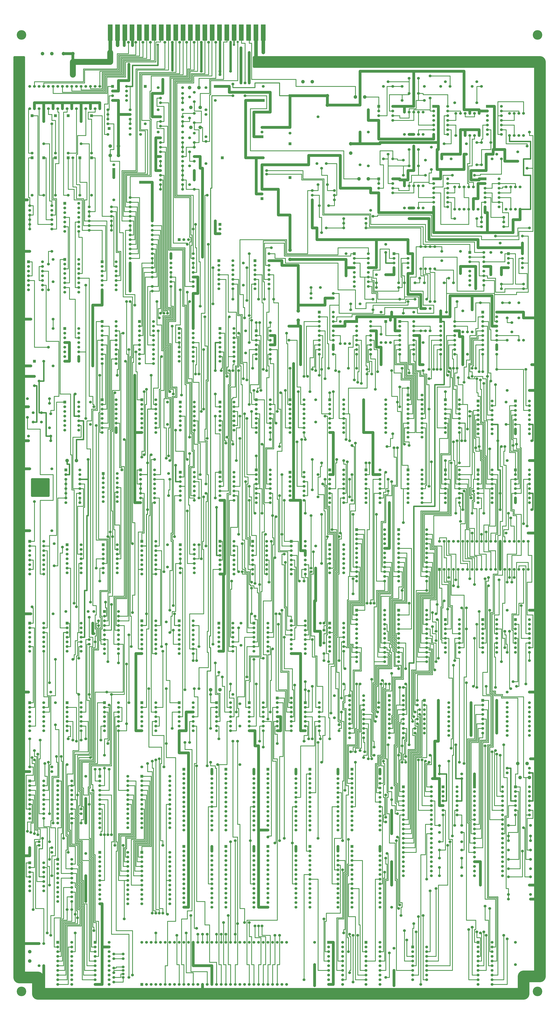
<source format=gbr>
G04 #@! TF.GenerationSoftware,KiCad,Pcbnew,(5.1.5)-3*
G04 #@! TF.CreationDate,2021-11-22T12:18:33-07:00*
G04 #@! TF.ProjectId,quantum_arcade_pcb,7175616e-7475-46d5-9f61-72636164655f,rev?*
G04 #@! TF.SameCoordinates,Original*
G04 #@! TF.FileFunction,Copper,L2,Bot*
G04 #@! TF.FilePolarity,Positive*
%FSLAX46Y46*%
G04 Gerber Fmt 4.6, Leading zero omitted, Abs format (unit mm)*
G04 Created by KiCad (PCBNEW (5.1.5)-3) date 2021-11-22 12:18:33*
%MOMM*%
%LPD*%
G04 APERTURE LIST*
%ADD10C,5.207000*%
%ADD11C,1.524000*%
%ADD12R,1.524000X1.524000*%
%ADD13R,2.540000X8.890000*%
%ADD14C,1.905000*%
%ADD15C,1.270000*%
%ADD16C,1.270000*%
%ADD17C,1.524000*%
%ADD18C,1.905000*%
%ADD19C,3.175000*%
%ADD20C,0.381000*%
%ADD21C,0.762000*%
%ADD22C,6.350000*%
%ADD23C,0.508000*%
%ADD24C,0.254000*%
G04 APERTURE END LIST*
D10*
X310515000Y-561340000D03*
X29845000Y-561340000D03*
X29845000Y-41910000D03*
X310515000Y-41910000D03*
D11*
X250190000Y-537210000D03*
X250190000Y-539750000D03*
X250190000Y-542290000D03*
X250190000Y-544830000D03*
X250190000Y-547370000D03*
X250190000Y-549910000D03*
X250190000Y-552450000D03*
X250190000Y-554990000D03*
X242570000Y-554990000D03*
X242570000Y-552450000D03*
X242570000Y-549910000D03*
X242570000Y-547370000D03*
D12*
X242570000Y-537210000D03*
D11*
X242570000Y-539750000D03*
X242570000Y-542290000D03*
X242570000Y-544830000D03*
D12*
X217170000Y-534670000D03*
D11*
X217170000Y-537210000D03*
X217170000Y-539750000D03*
X217170000Y-542290000D03*
X217170000Y-544830000D03*
X217170000Y-547370000D03*
X217170000Y-549910000D03*
X217170000Y-552450000D03*
X217170000Y-554990000D03*
X217170000Y-557530000D03*
X224790000Y-557530000D03*
X224790000Y-554990000D03*
X224790000Y-552450000D03*
X224790000Y-549910000D03*
X224790000Y-547370000D03*
X224790000Y-544830000D03*
X224790000Y-542290000D03*
X224790000Y-539750000D03*
X224790000Y-537210000D03*
X224790000Y-534670000D03*
X204470000Y-534670000D03*
X204470000Y-537210000D03*
X204470000Y-539750000D03*
X204470000Y-542290000D03*
X204470000Y-544830000D03*
X204470000Y-547370000D03*
X204470000Y-549910000D03*
X204470000Y-552450000D03*
X204470000Y-554990000D03*
X204470000Y-557530000D03*
X196850000Y-557530000D03*
X196850000Y-554990000D03*
X196850000Y-552450000D03*
X196850000Y-549910000D03*
X196850000Y-547370000D03*
X196850000Y-544830000D03*
X196850000Y-542290000D03*
X196850000Y-539750000D03*
X196850000Y-537210000D03*
D12*
X196850000Y-534670000D03*
D11*
X148590000Y-557530000D03*
X143510000Y-557530000D03*
X153670000Y-557530000D03*
X146050000Y-557530000D03*
X151130000Y-557530000D03*
X125730000Y-557530000D03*
X110490000Y-557530000D03*
X140970000Y-557530000D03*
X138430000Y-557530000D03*
X135890000Y-557530000D03*
X133350000Y-557530000D03*
X130810000Y-557530000D03*
X128270000Y-557530000D03*
X123190000Y-557530000D03*
X120650000Y-557530000D03*
X118110000Y-557530000D03*
D12*
X95250000Y-557530000D03*
D11*
X115570000Y-557530000D03*
X113030000Y-557530000D03*
X107950000Y-557530000D03*
X105410000Y-557530000D03*
X102870000Y-557530000D03*
X100330000Y-557530000D03*
X97790000Y-557530000D03*
X156210000Y-557530000D03*
X158750000Y-557530000D03*
X161290000Y-557530000D03*
X163830000Y-557530000D03*
X166370000Y-557530000D03*
X168910000Y-557530000D03*
X171450000Y-557530000D03*
X173990000Y-557530000D03*
X173990000Y-534670000D03*
X171450000Y-534670000D03*
X168910000Y-534670000D03*
X166370000Y-534670000D03*
X163830000Y-534670000D03*
X161290000Y-534670000D03*
X158750000Y-534670000D03*
X156210000Y-534670000D03*
X153670000Y-534670000D03*
X151130000Y-534670000D03*
X148590000Y-534670000D03*
X146050000Y-534670000D03*
X143510000Y-534670000D03*
X140970000Y-534670000D03*
X138430000Y-534670000D03*
X135890000Y-534670000D03*
X133350000Y-534670000D03*
X130810000Y-534670000D03*
X128270000Y-534670000D03*
X125730000Y-534670000D03*
X123190000Y-534670000D03*
X120650000Y-534670000D03*
X118110000Y-534670000D03*
X115570000Y-534670000D03*
X113030000Y-534670000D03*
X110490000Y-534670000D03*
X107950000Y-534670000D03*
X105410000Y-534670000D03*
X102870000Y-534670000D03*
X100330000Y-534670000D03*
X97790000Y-534670000D03*
X95250000Y-534670000D03*
X77470000Y-534670000D03*
X77470000Y-537210000D03*
X77470000Y-539750000D03*
X77470000Y-542290000D03*
X77470000Y-544830000D03*
X77470000Y-547370000D03*
X77470000Y-549910000D03*
X77470000Y-552450000D03*
X77470000Y-554990000D03*
X77470000Y-557530000D03*
X69850000Y-557530000D03*
X69850000Y-554990000D03*
X69850000Y-552450000D03*
X69850000Y-549910000D03*
X69850000Y-547370000D03*
X69850000Y-544830000D03*
X69850000Y-542290000D03*
X69850000Y-539750000D03*
X69850000Y-537210000D03*
D12*
X69850000Y-534670000D03*
X49530000Y-534670000D03*
D11*
X49530000Y-537210000D03*
X49530000Y-539750000D03*
X49530000Y-542290000D03*
X49530000Y-544830000D03*
X49530000Y-547370000D03*
X49530000Y-549910000D03*
X49530000Y-552450000D03*
X49530000Y-554990000D03*
X49530000Y-557530000D03*
X57150000Y-557530000D03*
X57150000Y-554990000D03*
X57150000Y-552450000D03*
X57150000Y-549910000D03*
X57150000Y-547370000D03*
X57150000Y-544830000D03*
X57150000Y-542290000D03*
X57150000Y-539750000D03*
X57150000Y-537210000D03*
X57150000Y-534670000D03*
X41910000Y-491490000D03*
X41910000Y-494030000D03*
X41910000Y-496570000D03*
X41910000Y-499110000D03*
X41910000Y-501650000D03*
X41910000Y-504190000D03*
X41910000Y-506730000D03*
X34290000Y-506730000D03*
X34290000Y-504190000D03*
X34290000Y-501650000D03*
X34290000Y-494030000D03*
D12*
X34290000Y-491490000D03*
D11*
X34290000Y-496570000D03*
X34290000Y-499110000D03*
X34290000Y-457200000D03*
X34290000Y-454660000D03*
X34290000Y-452120000D03*
X34290000Y-449580000D03*
D12*
X34290000Y-447040000D03*
D11*
X34290000Y-459740000D03*
X34290000Y-462280000D03*
X34290000Y-464820000D03*
X34290000Y-467360000D03*
X41910000Y-467360000D03*
X41910000Y-464820000D03*
X41910000Y-462280000D03*
X41910000Y-459740000D03*
X41910000Y-457200000D03*
X41910000Y-454660000D03*
X41910000Y-452120000D03*
X41910000Y-449580000D03*
X41910000Y-447040000D03*
X34290000Y-412115000D03*
X34290000Y-409575000D03*
D12*
X34290000Y-404495000D03*
D11*
X34290000Y-407035000D03*
X34290000Y-414655000D03*
X34290000Y-417195000D03*
X34290000Y-419735000D03*
X41910000Y-419735000D03*
X41910000Y-417195000D03*
X41910000Y-414655000D03*
X41910000Y-412115000D03*
X41910000Y-409575000D03*
X41910000Y-407035000D03*
X41910000Y-404495000D03*
X34290000Y-324485000D03*
X34290000Y-321945000D03*
X34290000Y-319405000D03*
D12*
X34290000Y-316865000D03*
D11*
X34290000Y-327025000D03*
X34290000Y-329565000D03*
X34290000Y-332105000D03*
X34290000Y-334645000D03*
X41910000Y-334645000D03*
X41910000Y-332105000D03*
X41910000Y-329565000D03*
X41910000Y-327025000D03*
X41910000Y-324485000D03*
X41910000Y-321945000D03*
X41910000Y-319405000D03*
X41910000Y-316865000D03*
X33655000Y-172720000D03*
X33655000Y-170180000D03*
D12*
X33655000Y-165100000D03*
D11*
X33655000Y-167640000D03*
X33655000Y-175260000D03*
X33655000Y-177800000D03*
X33655000Y-180340000D03*
X41275000Y-180340000D03*
X41275000Y-177800000D03*
X41275000Y-175260000D03*
X41275000Y-172720000D03*
X41275000Y-170180000D03*
X41275000Y-167640000D03*
X41275000Y-165100000D03*
X34290000Y-368935000D03*
X34290000Y-366395000D03*
D12*
X34290000Y-361315000D03*
D11*
X34290000Y-363855000D03*
X34290000Y-371475000D03*
X34290000Y-374015000D03*
X34290000Y-376555000D03*
X41910000Y-376555000D03*
X41910000Y-374015000D03*
X41910000Y-371475000D03*
X41910000Y-368935000D03*
X41910000Y-366395000D03*
X41910000Y-363855000D03*
X41910000Y-361315000D03*
D12*
X278130000Y-534670000D03*
D11*
X278130000Y-537210000D03*
X278130000Y-539750000D03*
X278130000Y-542290000D03*
X278130000Y-544830000D03*
X278130000Y-547370000D03*
X278130000Y-549910000D03*
X278130000Y-552450000D03*
X278130000Y-554990000D03*
X278130000Y-557530000D03*
X285750000Y-557530000D03*
X285750000Y-554990000D03*
X285750000Y-552450000D03*
X285750000Y-549910000D03*
X285750000Y-547370000D03*
X285750000Y-544830000D03*
X285750000Y-542290000D03*
X285750000Y-539750000D03*
X285750000Y-537210000D03*
X285750000Y-534670000D03*
D12*
X49530000Y-489585000D03*
D11*
X49530000Y-492125000D03*
X49530000Y-494665000D03*
X49530000Y-497205000D03*
X49530000Y-499745000D03*
X49530000Y-502285000D03*
X49530000Y-504825000D03*
X49530000Y-507365000D03*
X49530000Y-509905000D03*
X49530000Y-512445000D03*
X57150000Y-512445000D03*
X57150000Y-509905000D03*
X57150000Y-507365000D03*
X57150000Y-504825000D03*
X57150000Y-502285000D03*
X57150000Y-499745000D03*
X57150000Y-497205000D03*
X57150000Y-494665000D03*
X57150000Y-492125000D03*
X57150000Y-489585000D03*
X57150000Y-447040000D03*
X57150000Y-449580000D03*
X57150000Y-452120000D03*
X57150000Y-454660000D03*
X57150000Y-457200000D03*
X57150000Y-459740000D03*
X57150000Y-462280000D03*
X57150000Y-464820000D03*
X57150000Y-467360000D03*
X57150000Y-469900000D03*
X49530000Y-469900000D03*
X49530000Y-467360000D03*
X49530000Y-464820000D03*
X49530000Y-462280000D03*
X49530000Y-459740000D03*
X49530000Y-457200000D03*
X49530000Y-454660000D03*
X49530000Y-452120000D03*
X49530000Y-449580000D03*
D12*
X49530000Y-447040000D03*
D11*
X306070000Y-450215000D03*
X306070000Y-452755000D03*
X306070000Y-455295000D03*
X306070000Y-457835000D03*
X306070000Y-460375000D03*
X306070000Y-462915000D03*
X306070000Y-465455000D03*
X298450000Y-465455000D03*
X298450000Y-462915000D03*
X298450000Y-460375000D03*
X298450000Y-452755000D03*
D12*
X298450000Y-450215000D03*
D11*
X298450000Y-455295000D03*
X298450000Y-457835000D03*
X291465000Y-450215000D03*
X291465000Y-452755000D03*
X291465000Y-455295000D03*
X291465000Y-457835000D03*
X291465000Y-460375000D03*
X291465000Y-462915000D03*
X291465000Y-465455000D03*
X291465000Y-467995000D03*
X291465000Y-470535000D03*
X291465000Y-473075000D03*
X291465000Y-475615000D03*
X291465000Y-478155000D03*
X276225000Y-478155000D03*
X276225000Y-475615000D03*
X276225000Y-473075000D03*
X276225000Y-470535000D03*
X276225000Y-467995000D03*
X276225000Y-465455000D03*
X276225000Y-462915000D03*
X276225000Y-460375000D03*
X276225000Y-457835000D03*
X276225000Y-455295000D03*
X276225000Y-452755000D03*
D12*
X276225000Y-450215000D03*
D11*
X276225000Y-480695000D03*
X276225000Y-483235000D03*
X276225000Y-485775000D03*
X276225000Y-488315000D03*
X276225000Y-490855000D03*
X276225000Y-493395000D03*
X276225000Y-495935000D03*
X276225000Y-498475000D03*
X291465000Y-498475000D03*
X291465000Y-495935000D03*
X291465000Y-493395000D03*
X291465000Y-490855000D03*
X291465000Y-488315000D03*
X291465000Y-485775000D03*
X291465000Y-483235000D03*
X291465000Y-480695000D03*
X259080000Y-457835000D03*
X259080000Y-455295000D03*
D12*
X259080000Y-450215000D03*
D11*
X259080000Y-452755000D03*
X259080000Y-460375000D03*
X259080000Y-462915000D03*
X259080000Y-465455000D03*
X266700000Y-465455000D03*
X266700000Y-462915000D03*
X266700000Y-460375000D03*
X266700000Y-457835000D03*
X266700000Y-455295000D03*
X266700000Y-452755000D03*
X266700000Y-450215000D03*
X252730000Y-480695000D03*
X252730000Y-483235000D03*
X252730000Y-485775000D03*
X252730000Y-488315000D03*
X252730000Y-490855000D03*
X252730000Y-493395000D03*
X252730000Y-495935000D03*
X252730000Y-498475000D03*
X237490000Y-498475000D03*
X237490000Y-495935000D03*
X237490000Y-493395000D03*
X237490000Y-490855000D03*
X237490000Y-488315000D03*
X237490000Y-485775000D03*
X237490000Y-483235000D03*
X237490000Y-480695000D03*
D12*
X237490000Y-450215000D03*
D11*
X237490000Y-452755000D03*
X237490000Y-455295000D03*
X237490000Y-457835000D03*
X237490000Y-460375000D03*
X237490000Y-462915000D03*
X237490000Y-465455000D03*
X237490000Y-467995000D03*
X237490000Y-470535000D03*
X237490000Y-473075000D03*
X237490000Y-475615000D03*
X237490000Y-478155000D03*
X252730000Y-478155000D03*
X252730000Y-475615000D03*
X252730000Y-473075000D03*
X252730000Y-470535000D03*
X252730000Y-467995000D03*
X252730000Y-465455000D03*
X252730000Y-462915000D03*
X252730000Y-460375000D03*
X252730000Y-457835000D03*
X252730000Y-455295000D03*
X252730000Y-452755000D03*
X252730000Y-450215000D03*
X224790000Y-495300000D03*
X224790000Y-497840000D03*
X224790000Y-492760000D03*
X209550000Y-497840000D03*
X209550000Y-485140000D03*
X224790000Y-515620000D03*
X209550000Y-495300000D03*
X209550000Y-487680000D03*
X209550000Y-500380000D03*
D12*
X209550000Y-482600000D03*
D11*
X209550000Y-502920000D03*
X209550000Y-492760000D03*
X224790000Y-500380000D03*
X224790000Y-502920000D03*
X224790000Y-505460000D03*
X209550000Y-515620000D03*
X209550000Y-510540000D03*
X209550000Y-508000000D03*
X209550000Y-490220000D03*
X209550000Y-505460000D03*
X224790000Y-508000000D03*
X224790000Y-510540000D03*
X224790000Y-513080000D03*
X209550000Y-513080000D03*
X224790000Y-490220000D03*
X224790000Y-487680000D03*
X224790000Y-485140000D03*
X224790000Y-482600000D03*
X224790000Y-440690000D03*
X224790000Y-443230000D03*
X224790000Y-445770000D03*
X224790000Y-448310000D03*
X209550000Y-471170000D03*
X224790000Y-471170000D03*
X224790000Y-468630000D03*
X224790000Y-466090000D03*
X209550000Y-463550000D03*
X209550000Y-448310000D03*
X209550000Y-466090000D03*
X209550000Y-468630000D03*
X209550000Y-473710000D03*
X224790000Y-463550000D03*
X224790000Y-461010000D03*
X224790000Y-458470000D03*
X209550000Y-450850000D03*
X209550000Y-461010000D03*
D12*
X209550000Y-440690000D03*
D11*
X209550000Y-458470000D03*
X209550000Y-445770000D03*
X209550000Y-453390000D03*
X224790000Y-473710000D03*
X209550000Y-443230000D03*
X209550000Y-455930000D03*
X224790000Y-450850000D03*
X224790000Y-455930000D03*
X224790000Y-453390000D03*
X201930000Y-495300000D03*
X201930000Y-497840000D03*
X201930000Y-492760000D03*
X186690000Y-497840000D03*
X186690000Y-485140000D03*
X201930000Y-515620000D03*
X186690000Y-495300000D03*
X186690000Y-487680000D03*
X186690000Y-500380000D03*
D12*
X186690000Y-482600000D03*
D11*
X186690000Y-502920000D03*
X186690000Y-492760000D03*
X201930000Y-500380000D03*
X201930000Y-502920000D03*
X201930000Y-505460000D03*
X186690000Y-515620000D03*
X186690000Y-510540000D03*
X186690000Y-508000000D03*
X186690000Y-490220000D03*
X186690000Y-505460000D03*
X201930000Y-508000000D03*
X201930000Y-510540000D03*
X201930000Y-513080000D03*
X186690000Y-513080000D03*
X201930000Y-490220000D03*
X201930000Y-487680000D03*
X201930000Y-485140000D03*
X201930000Y-482600000D03*
X201930000Y-453390000D03*
X201930000Y-455930000D03*
X201930000Y-450850000D03*
X186690000Y-455930000D03*
X186690000Y-443230000D03*
X201930000Y-473710000D03*
X186690000Y-453390000D03*
X186690000Y-445770000D03*
X186690000Y-458470000D03*
D12*
X186690000Y-440690000D03*
D11*
X186690000Y-461010000D03*
X186690000Y-450850000D03*
X201930000Y-458470000D03*
X201930000Y-461010000D03*
X201930000Y-463550000D03*
X186690000Y-473710000D03*
X186690000Y-468630000D03*
X186690000Y-466090000D03*
X186690000Y-448310000D03*
X186690000Y-463550000D03*
X201930000Y-466090000D03*
X201930000Y-468630000D03*
X201930000Y-471170000D03*
X186690000Y-471170000D03*
X201930000Y-448310000D03*
X201930000Y-445770000D03*
X201930000Y-443230000D03*
X201930000Y-440690000D03*
X179070000Y-482600000D03*
X179070000Y-485140000D03*
X179070000Y-487680000D03*
X179070000Y-490220000D03*
X163830000Y-513080000D03*
X179070000Y-513080000D03*
X179070000Y-510540000D03*
X179070000Y-508000000D03*
X163830000Y-505460000D03*
X163830000Y-490220000D03*
X163830000Y-508000000D03*
X163830000Y-510540000D03*
X163830000Y-515620000D03*
X179070000Y-505460000D03*
X179070000Y-502920000D03*
X179070000Y-500380000D03*
X163830000Y-492760000D03*
X163830000Y-502920000D03*
D12*
X163830000Y-482600000D03*
D11*
X163830000Y-500380000D03*
X163830000Y-487680000D03*
X163830000Y-495300000D03*
X179070000Y-515620000D03*
X163830000Y-485140000D03*
X163830000Y-497840000D03*
X179070000Y-492760000D03*
X179070000Y-497840000D03*
X179070000Y-495300000D03*
X179070000Y-440690000D03*
X179070000Y-443230000D03*
X179070000Y-445770000D03*
X179070000Y-448310000D03*
X163830000Y-471170000D03*
X179070000Y-471170000D03*
X179070000Y-468630000D03*
X179070000Y-466090000D03*
X163830000Y-463550000D03*
X163830000Y-448310000D03*
X163830000Y-466090000D03*
X163830000Y-468630000D03*
X163830000Y-473710000D03*
X179070000Y-463550000D03*
X179070000Y-461010000D03*
X179070000Y-458470000D03*
X163830000Y-450850000D03*
X163830000Y-461010000D03*
D12*
X163830000Y-440690000D03*
D11*
X163830000Y-458470000D03*
X163830000Y-445770000D03*
X163830000Y-453390000D03*
X179070000Y-473710000D03*
X163830000Y-443230000D03*
X163830000Y-455930000D03*
X179070000Y-450850000D03*
X179070000Y-455930000D03*
X179070000Y-453390000D03*
X156210000Y-495300000D03*
X156210000Y-497840000D03*
X156210000Y-492760000D03*
X140970000Y-497840000D03*
X140970000Y-485140000D03*
X156210000Y-515620000D03*
X140970000Y-495300000D03*
X140970000Y-487680000D03*
X140970000Y-500380000D03*
D12*
X140970000Y-482600000D03*
D11*
X140970000Y-502920000D03*
X140970000Y-492760000D03*
X156210000Y-500380000D03*
X156210000Y-502920000D03*
X156210000Y-505460000D03*
X140970000Y-515620000D03*
X140970000Y-510540000D03*
X140970000Y-508000000D03*
X140970000Y-490220000D03*
X140970000Y-505460000D03*
X156210000Y-508000000D03*
X156210000Y-510540000D03*
X156210000Y-513080000D03*
X140970000Y-513080000D03*
X156210000Y-490220000D03*
X156210000Y-487680000D03*
X156210000Y-485140000D03*
X156210000Y-482600000D03*
X156210000Y-453390000D03*
X156210000Y-455930000D03*
X156210000Y-450850000D03*
X140970000Y-455930000D03*
X140970000Y-443230000D03*
X156210000Y-473710000D03*
X140970000Y-453390000D03*
X140970000Y-445770000D03*
X140970000Y-458470000D03*
D12*
X140970000Y-440690000D03*
D11*
X140970000Y-461010000D03*
X140970000Y-450850000D03*
X156210000Y-458470000D03*
X156210000Y-461010000D03*
X156210000Y-463550000D03*
X140970000Y-473710000D03*
X140970000Y-468630000D03*
X140970000Y-466090000D03*
X140970000Y-448310000D03*
X140970000Y-463550000D03*
X156210000Y-466090000D03*
X156210000Y-468630000D03*
X156210000Y-471170000D03*
X140970000Y-471170000D03*
X156210000Y-448310000D03*
X156210000Y-445770000D03*
X156210000Y-443230000D03*
X156210000Y-440690000D03*
X133350000Y-482600000D03*
X133350000Y-485140000D03*
X133350000Y-487680000D03*
X133350000Y-490220000D03*
X118110000Y-513080000D03*
X133350000Y-513080000D03*
X133350000Y-510540000D03*
X133350000Y-508000000D03*
X118110000Y-505460000D03*
X118110000Y-490220000D03*
X118110000Y-508000000D03*
X118110000Y-510540000D03*
X118110000Y-515620000D03*
X133350000Y-505460000D03*
X133350000Y-502920000D03*
X133350000Y-500380000D03*
X118110000Y-492760000D03*
X118110000Y-502920000D03*
D12*
X118110000Y-482600000D03*
D11*
X118110000Y-500380000D03*
X118110000Y-487680000D03*
X118110000Y-495300000D03*
X133350000Y-515620000D03*
X118110000Y-485140000D03*
X118110000Y-497840000D03*
X133350000Y-492760000D03*
X133350000Y-497840000D03*
X133350000Y-495300000D03*
X133350000Y-440690000D03*
X133350000Y-443230000D03*
X133350000Y-445770000D03*
X133350000Y-448310000D03*
X118110000Y-471170000D03*
X133350000Y-471170000D03*
X133350000Y-468630000D03*
X133350000Y-466090000D03*
X118110000Y-463550000D03*
X118110000Y-448310000D03*
X118110000Y-466090000D03*
X118110000Y-468630000D03*
X118110000Y-473710000D03*
X133350000Y-463550000D03*
X133350000Y-461010000D03*
X133350000Y-458470000D03*
X118110000Y-450850000D03*
X118110000Y-461010000D03*
D12*
X118110000Y-440690000D03*
D11*
X118110000Y-458470000D03*
X118110000Y-445770000D03*
X118110000Y-453390000D03*
X133350000Y-473710000D03*
X118110000Y-443230000D03*
X118110000Y-455930000D03*
X133350000Y-450850000D03*
X133350000Y-455930000D03*
X133350000Y-453390000D03*
X110490000Y-485775000D03*
X110490000Y-488315000D03*
X110490000Y-490855000D03*
X110490000Y-493395000D03*
X110490000Y-495935000D03*
X110490000Y-498475000D03*
X110490000Y-501015000D03*
X110490000Y-503555000D03*
X110490000Y-506095000D03*
X110490000Y-508635000D03*
X110490000Y-511175000D03*
X110490000Y-513715000D03*
X95250000Y-513715000D03*
X95250000Y-511175000D03*
X95250000Y-508635000D03*
X95250000Y-506095000D03*
X95250000Y-503555000D03*
X95250000Y-501015000D03*
X95250000Y-498475000D03*
X95250000Y-495935000D03*
X95250000Y-493395000D03*
X95250000Y-490855000D03*
X95250000Y-488315000D03*
D12*
X95250000Y-485775000D03*
D11*
X110490000Y-444500000D03*
X110490000Y-447040000D03*
X110490000Y-449580000D03*
X110490000Y-452120000D03*
X110490000Y-454660000D03*
X110490000Y-457200000D03*
X110490000Y-459740000D03*
X110490000Y-462280000D03*
X110490000Y-464820000D03*
X110490000Y-467360000D03*
X110490000Y-469900000D03*
X110490000Y-472440000D03*
X95250000Y-472440000D03*
X95250000Y-469900000D03*
X95250000Y-467360000D03*
X95250000Y-464820000D03*
X95250000Y-462280000D03*
X95250000Y-459740000D03*
X95250000Y-457200000D03*
X95250000Y-454660000D03*
X95250000Y-452120000D03*
X95250000Y-449580000D03*
X95250000Y-447040000D03*
D12*
X95250000Y-444500000D03*
X72390000Y-485775000D03*
D11*
X72390000Y-488315000D03*
X72390000Y-490855000D03*
X72390000Y-493395000D03*
X72390000Y-495935000D03*
X72390000Y-498475000D03*
X72390000Y-501015000D03*
X72390000Y-503555000D03*
X72390000Y-506095000D03*
X72390000Y-508635000D03*
X72390000Y-511175000D03*
X72390000Y-513715000D03*
X87630000Y-513715000D03*
X87630000Y-511175000D03*
X87630000Y-508635000D03*
X87630000Y-506095000D03*
X87630000Y-503555000D03*
X87630000Y-501015000D03*
X87630000Y-498475000D03*
X87630000Y-495935000D03*
X87630000Y-493395000D03*
X87630000Y-490855000D03*
X87630000Y-488315000D03*
X87630000Y-485775000D03*
D12*
X72390000Y-444500000D03*
D11*
X72390000Y-447040000D03*
X72390000Y-449580000D03*
X72390000Y-452120000D03*
X72390000Y-454660000D03*
X72390000Y-457200000D03*
X72390000Y-459740000D03*
X72390000Y-462280000D03*
X72390000Y-464820000D03*
X72390000Y-467360000D03*
X72390000Y-469900000D03*
X72390000Y-472440000D03*
X87630000Y-472440000D03*
X87630000Y-469900000D03*
X87630000Y-467360000D03*
X87630000Y-464820000D03*
X87630000Y-462280000D03*
X87630000Y-459740000D03*
X87630000Y-457200000D03*
X87630000Y-454660000D03*
X87630000Y-452120000D03*
X87630000Y-449580000D03*
X87630000Y-447040000D03*
X87630000Y-444500000D03*
X79375000Y-72390000D03*
D12*
X79375000Y-69850000D03*
D11*
X79375000Y-74930000D03*
X79375000Y-77470000D03*
X86995000Y-77470000D03*
X86995000Y-74930000D03*
X86995000Y-72390000D03*
X86995000Y-69850000D03*
X82550000Y-404495000D03*
X82550000Y-407035000D03*
X82550000Y-409575000D03*
X82550000Y-412115000D03*
X82550000Y-414655000D03*
X82550000Y-417195000D03*
X82550000Y-419735000D03*
X74930000Y-419735000D03*
X74930000Y-417195000D03*
X74930000Y-414655000D03*
X74930000Y-407035000D03*
D12*
X74930000Y-404495000D03*
D11*
X74930000Y-409575000D03*
X74930000Y-412115000D03*
X82550000Y-354965000D03*
X82550000Y-357505000D03*
X82550000Y-360045000D03*
X82550000Y-362585000D03*
X82550000Y-365125000D03*
X82550000Y-367665000D03*
X82550000Y-370205000D03*
X82550000Y-372745000D03*
X82550000Y-375285000D03*
X82550000Y-377825000D03*
X74930000Y-377825000D03*
X74930000Y-375285000D03*
X74930000Y-372745000D03*
X74930000Y-370205000D03*
X74930000Y-367665000D03*
X74930000Y-365125000D03*
X74930000Y-362585000D03*
X74930000Y-360045000D03*
X74930000Y-357505000D03*
D12*
X74930000Y-354965000D03*
D11*
X74295000Y-326390000D03*
X74295000Y-323850000D03*
D12*
X74295000Y-318770000D03*
D11*
X74295000Y-321310000D03*
X74295000Y-328930000D03*
X74295000Y-331470000D03*
X74295000Y-334010000D03*
X81915000Y-334010000D03*
X81915000Y-331470000D03*
X81915000Y-328930000D03*
X81915000Y-326390000D03*
X81915000Y-323850000D03*
X81915000Y-321310000D03*
X81915000Y-318770000D03*
X81915000Y-280035000D03*
X81915000Y-282575000D03*
X81915000Y-285115000D03*
X81915000Y-287655000D03*
X81915000Y-290195000D03*
X81915000Y-292735000D03*
X81915000Y-295275000D03*
X74295000Y-295275000D03*
X74295000Y-292735000D03*
X74295000Y-290195000D03*
X74295000Y-282575000D03*
D12*
X74295000Y-280035000D03*
D11*
X74295000Y-285115000D03*
X74295000Y-287655000D03*
X81280000Y-240030000D03*
X81280000Y-242570000D03*
X81280000Y-245110000D03*
X81280000Y-247650000D03*
X81280000Y-250190000D03*
X81280000Y-252730000D03*
X81280000Y-255270000D03*
X81280000Y-257810000D03*
X73660000Y-257810000D03*
X73660000Y-255270000D03*
X73660000Y-252730000D03*
X73660000Y-250190000D03*
D12*
X73660000Y-240030000D03*
D11*
X73660000Y-242570000D03*
X73660000Y-245110000D03*
X73660000Y-247650000D03*
D12*
X73660000Y-197485000D03*
D11*
X73660000Y-200025000D03*
X73660000Y-202565000D03*
X73660000Y-205105000D03*
X73660000Y-207645000D03*
X73660000Y-210185000D03*
X73660000Y-212725000D03*
X73660000Y-215265000D03*
X73660000Y-217805000D03*
X73660000Y-220345000D03*
X81280000Y-220345000D03*
X81280000Y-217805000D03*
X81280000Y-215265000D03*
X81280000Y-212725000D03*
X81280000Y-210185000D03*
X81280000Y-207645000D03*
X81280000Y-205105000D03*
X81280000Y-202565000D03*
X81280000Y-200025000D03*
X81280000Y-197485000D03*
X81280000Y-165100000D03*
X81280000Y-167640000D03*
X81280000Y-170180000D03*
X81280000Y-172720000D03*
X81280000Y-175260000D03*
X81280000Y-177800000D03*
X81280000Y-180340000D03*
X73660000Y-180340000D03*
X73660000Y-177800000D03*
X73660000Y-175260000D03*
X73660000Y-167640000D03*
D12*
X73660000Y-165100000D03*
D11*
X73660000Y-170180000D03*
X73660000Y-172720000D03*
X54610000Y-412115000D03*
X54610000Y-409575000D03*
D12*
X54610000Y-404495000D03*
D11*
X54610000Y-407035000D03*
X54610000Y-414655000D03*
X54610000Y-417195000D03*
X54610000Y-419735000D03*
X62230000Y-419735000D03*
X62230000Y-417195000D03*
X62230000Y-414655000D03*
X62230000Y-412115000D03*
X62230000Y-409575000D03*
X62230000Y-407035000D03*
X62230000Y-404495000D03*
X54610000Y-368935000D03*
X54610000Y-366395000D03*
D12*
X54610000Y-361315000D03*
D11*
X54610000Y-363855000D03*
X54610000Y-371475000D03*
X54610000Y-374015000D03*
X54610000Y-376555000D03*
X62230000Y-376555000D03*
X62230000Y-374015000D03*
X62230000Y-371475000D03*
X62230000Y-368935000D03*
X62230000Y-366395000D03*
X62230000Y-363855000D03*
X62230000Y-361315000D03*
X54610000Y-326390000D03*
X54610000Y-323850000D03*
D12*
X54610000Y-318770000D03*
D11*
X54610000Y-321310000D03*
X54610000Y-328930000D03*
X54610000Y-331470000D03*
X54610000Y-334010000D03*
X62230000Y-334010000D03*
X62230000Y-331470000D03*
X62230000Y-328930000D03*
X62230000Y-326390000D03*
X62230000Y-323850000D03*
X62230000Y-321310000D03*
X62230000Y-318770000D03*
X61595000Y-278130000D03*
X61595000Y-280670000D03*
X61595000Y-283210000D03*
X61595000Y-285750000D03*
X61595000Y-288290000D03*
X61595000Y-290830000D03*
X61595000Y-293370000D03*
X61595000Y-295910000D03*
X53975000Y-295910000D03*
X53975000Y-293370000D03*
X53975000Y-290830000D03*
X53975000Y-288290000D03*
D12*
X53975000Y-278130000D03*
D11*
X53975000Y-280670000D03*
X53975000Y-283210000D03*
X53975000Y-285750000D03*
X60960000Y-241300000D03*
X60960000Y-243840000D03*
X60960000Y-246380000D03*
X60960000Y-248920000D03*
X60960000Y-251460000D03*
X60960000Y-254000000D03*
X60960000Y-256540000D03*
X53340000Y-256540000D03*
X53340000Y-254000000D03*
X53340000Y-251460000D03*
X53340000Y-243840000D03*
D12*
X53340000Y-241300000D03*
D11*
X53340000Y-246380000D03*
X53340000Y-248920000D03*
X53340000Y-208915000D03*
X53340000Y-206375000D03*
X53340000Y-203835000D03*
D12*
X53340000Y-201295000D03*
D11*
X53340000Y-211455000D03*
X53340000Y-213995000D03*
X53340000Y-216535000D03*
X53340000Y-219075000D03*
X60960000Y-219075000D03*
X60960000Y-216535000D03*
X60960000Y-213995000D03*
X60960000Y-211455000D03*
X60960000Y-208915000D03*
X60960000Y-206375000D03*
X60960000Y-203835000D03*
X60960000Y-201295000D03*
X53340000Y-171450000D03*
X53340000Y-168910000D03*
X53340000Y-166370000D03*
D12*
X53340000Y-163830000D03*
D11*
X53340000Y-173990000D03*
X53340000Y-176530000D03*
X53340000Y-179070000D03*
X53340000Y-181610000D03*
X60960000Y-181610000D03*
X60960000Y-179070000D03*
X60960000Y-176530000D03*
X60960000Y-173990000D03*
X60960000Y-171450000D03*
X60960000Y-168910000D03*
X60960000Y-166370000D03*
X60960000Y-163830000D03*
X53340000Y-140970000D03*
X53340000Y-138430000D03*
D12*
X53340000Y-133350000D03*
D11*
X53340000Y-135890000D03*
X53340000Y-143510000D03*
X53340000Y-146050000D03*
X53340000Y-148590000D03*
X60960000Y-148590000D03*
X60960000Y-146050000D03*
X60960000Y-143510000D03*
X60960000Y-140970000D03*
X60960000Y-138430000D03*
X60960000Y-135890000D03*
X60960000Y-133350000D03*
X54610000Y-81915000D03*
X54610000Y-69850000D03*
X34290000Y-69850000D03*
X34290000Y-81915000D03*
X59690000Y-69850000D03*
X59690000Y-81915000D03*
X44450000Y-69850000D03*
X44450000Y-81915000D03*
X64770000Y-81915000D03*
X64770000Y-69850000D03*
X39370000Y-69850000D03*
X39370000Y-81915000D03*
X69850000Y-81915000D03*
X69850000Y-69850000D03*
X49530000Y-69850000D03*
X49530000Y-81915000D03*
X57150000Y-81915000D03*
X57150000Y-69850000D03*
X36830000Y-69850000D03*
X36830000Y-81915000D03*
X62230000Y-69850000D03*
X62230000Y-81915000D03*
X46990000Y-81915000D03*
X46990000Y-69850000D03*
X67310000Y-69850000D03*
X67310000Y-81915000D03*
X41910000Y-69850000D03*
X41910000Y-81915000D03*
X72390000Y-69850000D03*
X72390000Y-81915000D03*
X52070000Y-81915000D03*
X52070000Y-69850000D03*
X135890000Y-412115000D03*
X135890000Y-409575000D03*
D12*
X135890000Y-404495000D03*
D11*
X135890000Y-407035000D03*
X135890000Y-414655000D03*
X135890000Y-417195000D03*
X135890000Y-419735000D03*
X143510000Y-419735000D03*
X143510000Y-417195000D03*
X143510000Y-414655000D03*
X143510000Y-412115000D03*
X143510000Y-409575000D03*
X143510000Y-407035000D03*
X143510000Y-404495000D03*
X144780000Y-361315000D03*
X144780000Y-363855000D03*
X144780000Y-366395000D03*
X144780000Y-368935000D03*
X144780000Y-371475000D03*
X144780000Y-374015000D03*
X144780000Y-376555000D03*
X137160000Y-376555000D03*
X137160000Y-374015000D03*
X137160000Y-371475000D03*
X137160000Y-363855000D03*
D12*
X137160000Y-361315000D03*
D11*
X137160000Y-366395000D03*
X137160000Y-368935000D03*
X137795000Y-324485000D03*
X137795000Y-321945000D03*
X137795000Y-319405000D03*
D12*
X137795000Y-316865000D03*
D11*
X137795000Y-327025000D03*
X137795000Y-329565000D03*
X137795000Y-332105000D03*
X137795000Y-334645000D03*
X145415000Y-334645000D03*
X145415000Y-332105000D03*
X145415000Y-329565000D03*
X145415000Y-327025000D03*
X145415000Y-324485000D03*
X145415000Y-321945000D03*
X145415000Y-319405000D03*
X145415000Y-316865000D03*
X145415000Y-279400000D03*
X145415000Y-281940000D03*
X145415000Y-284480000D03*
X145415000Y-287020000D03*
X145415000Y-289560000D03*
X145415000Y-292100000D03*
X145415000Y-294640000D03*
X137795000Y-294640000D03*
X137795000Y-292100000D03*
X137795000Y-289560000D03*
X137795000Y-281940000D03*
D12*
X137795000Y-279400000D03*
D11*
X137795000Y-284480000D03*
X137795000Y-287020000D03*
X145415000Y-241300000D03*
X145415000Y-243840000D03*
X145415000Y-246380000D03*
X145415000Y-248920000D03*
X145415000Y-251460000D03*
X145415000Y-254000000D03*
X145415000Y-256540000D03*
X137795000Y-256540000D03*
X137795000Y-254000000D03*
X137795000Y-251460000D03*
X137795000Y-243840000D03*
D12*
X137795000Y-241300000D03*
D11*
X137795000Y-246380000D03*
X137795000Y-248920000D03*
X145415000Y-201295000D03*
X145415000Y-203835000D03*
X145415000Y-206375000D03*
X145415000Y-208915000D03*
X145415000Y-211455000D03*
X145415000Y-213995000D03*
X145415000Y-216535000D03*
X145415000Y-219075000D03*
X137795000Y-219075000D03*
X137795000Y-216535000D03*
X137795000Y-213995000D03*
X137795000Y-211455000D03*
D12*
X137795000Y-201295000D03*
D11*
X137795000Y-203835000D03*
X137795000Y-206375000D03*
X137795000Y-208915000D03*
X137160000Y-172085000D03*
X137160000Y-169545000D03*
D12*
X137160000Y-164465000D03*
D11*
X137160000Y-167005000D03*
X137160000Y-174625000D03*
X137160000Y-177165000D03*
X137160000Y-179705000D03*
X144780000Y-179705000D03*
X144780000Y-177165000D03*
X144780000Y-174625000D03*
X144780000Y-172085000D03*
X144780000Y-169545000D03*
X144780000Y-167005000D03*
X144780000Y-164465000D03*
X123190000Y-404495000D03*
X123190000Y-407035000D03*
X123190000Y-409575000D03*
X123190000Y-412115000D03*
X123190000Y-414655000D03*
X123190000Y-417195000D03*
X123190000Y-419735000D03*
X115570000Y-419735000D03*
X115570000Y-417195000D03*
X115570000Y-414655000D03*
X115570000Y-407035000D03*
D12*
X115570000Y-404495000D03*
D11*
X115570000Y-409575000D03*
X115570000Y-412115000D03*
X123190000Y-360045000D03*
X123190000Y-362585000D03*
X123190000Y-365125000D03*
X123190000Y-367665000D03*
X123190000Y-370205000D03*
X123190000Y-372745000D03*
X123190000Y-375285000D03*
X123190000Y-377825000D03*
X115570000Y-377825000D03*
X115570000Y-375285000D03*
X115570000Y-372745000D03*
X115570000Y-370205000D03*
D12*
X115570000Y-360045000D03*
D11*
X115570000Y-362585000D03*
X115570000Y-365125000D03*
X115570000Y-367665000D03*
X116205000Y-326390000D03*
X116205000Y-323850000D03*
D12*
X116205000Y-318770000D03*
D11*
X116205000Y-321310000D03*
X116205000Y-328930000D03*
X116205000Y-331470000D03*
X116205000Y-334010000D03*
X123825000Y-334010000D03*
X123825000Y-331470000D03*
X123825000Y-328930000D03*
X123825000Y-326390000D03*
X123825000Y-323850000D03*
X123825000Y-321310000D03*
X123825000Y-318770000D03*
X123825000Y-279400000D03*
X123825000Y-281940000D03*
X123825000Y-284480000D03*
X123825000Y-287020000D03*
X123825000Y-289560000D03*
X123825000Y-292100000D03*
X123825000Y-294640000D03*
X116205000Y-294640000D03*
X116205000Y-292100000D03*
X116205000Y-289560000D03*
X116205000Y-281940000D03*
D12*
X116205000Y-279400000D03*
D11*
X116205000Y-284480000D03*
X116205000Y-287020000D03*
X116205000Y-248920000D03*
X116205000Y-246380000D03*
D12*
X116205000Y-241300000D03*
D11*
X116205000Y-243840000D03*
X116205000Y-251460000D03*
X116205000Y-254000000D03*
X116205000Y-256540000D03*
X123825000Y-256540000D03*
X123825000Y-254000000D03*
X123825000Y-251460000D03*
X123825000Y-248920000D03*
X123825000Y-246380000D03*
X123825000Y-243840000D03*
X123825000Y-241300000D03*
X123190000Y-201295000D03*
X123190000Y-203835000D03*
X123190000Y-206375000D03*
X123190000Y-208915000D03*
X123190000Y-211455000D03*
X123190000Y-213995000D03*
X123190000Y-216535000D03*
X123190000Y-219075000D03*
X115570000Y-219075000D03*
X115570000Y-216535000D03*
X115570000Y-213995000D03*
X115570000Y-211455000D03*
D12*
X115570000Y-201295000D03*
D11*
X115570000Y-203835000D03*
X115570000Y-206375000D03*
X115570000Y-208915000D03*
X95250000Y-412115000D03*
X95250000Y-409575000D03*
D12*
X95250000Y-404495000D03*
D11*
X95250000Y-407035000D03*
X95250000Y-414655000D03*
X95250000Y-417195000D03*
X95250000Y-419735000D03*
X102870000Y-419735000D03*
X102870000Y-417195000D03*
X102870000Y-414655000D03*
X102870000Y-412115000D03*
X102870000Y-409575000D03*
X102870000Y-407035000D03*
X102870000Y-404495000D03*
X95250000Y-367665000D03*
X95250000Y-365125000D03*
X95250000Y-362585000D03*
D12*
X95250000Y-360045000D03*
D11*
X95250000Y-370205000D03*
X95250000Y-372745000D03*
X95250000Y-375285000D03*
X95250000Y-377825000D03*
X102870000Y-377825000D03*
X102870000Y-375285000D03*
X102870000Y-372745000D03*
X102870000Y-370205000D03*
X102870000Y-367665000D03*
X102870000Y-365125000D03*
X102870000Y-362585000D03*
X102870000Y-360045000D03*
X102870000Y-316865000D03*
X102870000Y-319405000D03*
X102870000Y-321945000D03*
X102870000Y-324485000D03*
X102870000Y-327025000D03*
X102870000Y-329565000D03*
X102870000Y-332105000D03*
X102870000Y-334645000D03*
X95250000Y-334645000D03*
X95250000Y-332105000D03*
X95250000Y-329565000D03*
X95250000Y-327025000D03*
D12*
X95250000Y-316865000D03*
D11*
X95250000Y-319405000D03*
X95250000Y-321945000D03*
X95250000Y-324485000D03*
X94615000Y-285750000D03*
X94615000Y-283210000D03*
X94615000Y-280670000D03*
D12*
X94615000Y-278130000D03*
D11*
X94615000Y-288290000D03*
X94615000Y-290830000D03*
X94615000Y-293370000D03*
X94615000Y-295910000D03*
X102235000Y-295910000D03*
X102235000Y-293370000D03*
X102235000Y-290830000D03*
X102235000Y-288290000D03*
X102235000Y-285750000D03*
X102235000Y-283210000D03*
X102235000Y-280670000D03*
X102235000Y-278130000D03*
X95250000Y-247650000D03*
X95250000Y-245110000D03*
X95250000Y-242570000D03*
D12*
X95250000Y-240030000D03*
D11*
X95250000Y-250190000D03*
X95250000Y-252730000D03*
X95250000Y-255270000D03*
X95250000Y-257810000D03*
X102870000Y-257810000D03*
X102870000Y-255270000D03*
X102870000Y-252730000D03*
X102870000Y-250190000D03*
X102870000Y-247650000D03*
X102870000Y-245110000D03*
X102870000Y-242570000D03*
X102870000Y-240030000D03*
D12*
X93980000Y-197485000D03*
D11*
X93980000Y-200025000D03*
X93980000Y-202565000D03*
X93980000Y-205105000D03*
X93980000Y-207645000D03*
X93980000Y-210185000D03*
X93980000Y-212725000D03*
X93980000Y-215265000D03*
X93980000Y-217805000D03*
X93980000Y-220345000D03*
X101600000Y-220345000D03*
X101600000Y-217805000D03*
X101600000Y-215265000D03*
X101600000Y-212725000D03*
X101600000Y-210185000D03*
X101600000Y-207645000D03*
X101600000Y-205105000D03*
X101600000Y-202565000D03*
X101600000Y-200025000D03*
X101600000Y-197485000D03*
X237490000Y-400685000D03*
X237490000Y-403225000D03*
X237490000Y-405765000D03*
X237490000Y-408305000D03*
X237490000Y-410845000D03*
X237490000Y-413385000D03*
X237490000Y-415925000D03*
X237490000Y-418465000D03*
X237490000Y-421005000D03*
X237490000Y-423545000D03*
X229870000Y-423545000D03*
X229870000Y-421005000D03*
X229870000Y-418465000D03*
X229870000Y-415925000D03*
X229870000Y-413385000D03*
X229870000Y-410845000D03*
X229870000Y-408305000D03*
X229870000Y-405765000D03*
X229870000Y-403225000D03*
D12*
X229870000Y-400685000D03*
X208280000Y-400685000D03*
D11*
X208280000Y-403225000D03*
X208280000Y-405765000D03*
X208280000Y-408305000D03*
X208280000Y-410845000D03*
X208280000Y-413385000D03*
X208280000Y-415925000D03*
X208280000Y-418465000D03*
X208280000Y-421005000D03*
X208280000Y-423545000D03*
X215900000Y-423545000D03*
X215900000Y-421005000D03*
X215900000Y-418465000D03*
X215900000Y-415925000D03*
X215900000Y-413385000D03*
X215900000Y-410845000D03*
X215900000Y-408305000D03*
X215900000Y-405765000D03*
X215900000Y-403225000D03*
X215900000Y-400685000D03*
X191770000Y-404495000D03*
X191770000Y-407035000D03*
X191770000Y-409575000D03*
X191770000Y-412115000D03*
X191770000Y-414655000D03*
X191770000Y-417195000D03*
X191770000Y-419735000D03*
X184150000Y-419735000D03*
X184150000Y-417195000D03*
X184150000Y-414655000D03*
X184150000Y-407035000D03*
D12*
X184150000Y-404495000D03*
D11*
X184150000Y-409575000D03*
X184150000Y-412115000D03*
X168910000Y-409575000D03*
X168910000Y-407035000D03*
X168910000Y-404495000D03*
D12*
X168910000Y-401955000D03*
D11*
X168910000Y-412115000D03*
X168910000Y-414655000D03*
X168910000Y-417195000D03*
X168910000Y-419735000D03*
X176530000Y-419735000D03*
X176530000Y-417195000D03*
X176530000Y-414655000D03*
X176530000Y-412115000D03*
X176530000Y-409575000D03*
X176530000Y-407035000D03*
X176530000Y-404495000D03*
X176530000Y-401955000D03*
X176530000Y-367665000D03*
X176530000Y-365125000D03*
X176530000Y-362585000D03*
D12*
X176530000Y-360045000D03*
D11*
X176530000Y-370205000D03*
X176530000Y-372745000D03*
X176530000Y-375285000D03*
X176530000Y-377825000D03*
X184150000Y-377825000D03*
X184150000Y-375285000D03*
X184150000Y-372745000D03*
X184150000Y-370205000D03*
X184150000Y-367665000D03*
X184150000Y-365125000D03*
X184150000Y-362585000D03*
X184150000Y-360045000D03*
X184150000Y-316865000D03*
X184150000Y-319405000D03*
X184150000Y-321945000D03*
X184150000Y-324485000D03*
X184150000Y-327025000D03*
X184150000Y-329565000D03*
X184150000Y-332105000D03*
X184150000Y-334645000D03*
X176530000Y-334645000D03*
X176530000Y-332105000D03*
X176530000Y-329565000D03*
X176530000Y-327025000D03*
D12*
X176530000Y-316865000D03*
D11*
X176530000Y-319405000D03*
X176530000Y-321945000D03*
X176530000Y-324485000D03*
X183515000Y-279400000D03*
X183515000Y-281940000D03*
X183515000Y-284480000D03*
X183515000Y-287020000D03*
X183515000Y-289560000D03*
X183515000Y-292100000D03*
X183515000Y-294640000D03*
X175895000Y-294640000D03*
X175895000Y-292100000D03*
X175895000Y-289560000D03*
X175895000Y-281940000D03*
D12*
X175895000Y-279400000D03*
D11*
X175895000Y-284480000D03*
X175895000Y-287020000D03*
X183515000Y-240030000D03*
X183515000Y-242570000D03*
X183515000Y-245110000D03*
X183515000Y-247650000D03*
X183515000Y-250190000D03*
X183515000Y-252730000D03*
X183515000Y-255270000D03*
X183515000Y-257810000D03*
X175895000Y-257810000D03*
X175895000Y-255270000D03*
X175895000Y-252730000D03*
X175895000Y-250190000D03*
D12*
X175895000Y-240030000D03*
D11*
X175895000Y-242570000D03*
X175895000Y-245110000D03*
X175895000Y-247650000D03*
X153670000Y-412115000D03*
X153670000Y-409575000D03*
D12*
X153670000Y-404495000D03*
D11*
X153670000Y-407035000D03*
X153670000Y-414655000D03*
X153670000Y-417195000D03*
X153670000Y-419735000D03*
X161290000Y-419735000D03*
X161290000Y-417195000D03*
X161290000Y-414655000D03*
X161290000Y-412115000D03*
X161290000Y-409575000D03*
X161290000Y-407035000D03*
X161290000Y-404495000D03*
X156210000Y-368935000D03*
X156210000Y-366395000D03*
D12*
X156210000Y-361315000D03*
D11*
X156210000Y-363855000D03*
X156210000Y-371475000D03*
X156210000Y-374015000D03*
X156210000Y-376555000D03*
X163830000Y-376555000D03*
X163830000Y-374015000D03*
X163830000Y-371475000D03*
X163830000Y-368935000D03*
X163830000Y-366395000D03*
X163830000Y-363855000D03*
X163830000Y-361315000D03*
X155575000Y-324485000D03*
X155575000Y-321945000D03*
X155575000Y-319405000D03*
D12*
X155575000Y-316865000D03*
D11*
X155575000Y-327025000D03*
X155575000Y-329565000D03*
X155575000Y-332105000D03*
X155575000Y-334645000D03*
X163195000Y-334645000D03*
X163195000Y-332105000D03*
X163195000Y-329565000D03*
X163195000Y-327025000D03*
X163195000Y-324485000D03*
X163195000Y-321945000D03*
X163195000Y-319405000D03*
X163195000Y-316865000D03*
X165100000Y-278130000D03*
X165100000Y-280670000D03*
X165100000Y-283210000D03*
X165100000Y-285750000D03*
X165100000Y-288290000D03*
X165100000Y-290830000D03*
X165100000Y-293370000D03*
X165100000Y-295910000D03*
X157480000Y-295910000D03*
X157480000Y-293370000D03*
X157480000Y-290830000D03*
X157480000Y-288290000D03*
D12*
X157480000Y-278130000D03*
D11*
X157480000Y-280670000D03*
X157480000Y-283210000D03*
X157480000Y-285750000D03*
X157480000Y-247650000D03*
X157480000Y-245110000D03*
X157480000Y-242570000D03*
D12*
X157480000Y-240030000D03*
D11*
X157480000Y-250190000D03*
X157480000Y-252730000D03*
X157480000Y-255270000D03*
X157480000Y-257810000D03*
X165100000Y-257810000D03*
X165100000Y-255270000D03*
X165100000Y-252730000D03*
X165100000Y-250190000D03*
X165100000Y-247650000D03*
X165100000Y-245110000D03*
X165100000Y-242570000D03*
X165100000Y-240030000D03*
X157480000Y-210185000D03*
X157480000Y-207645000D03*
D12*
X157480000Y-202565000D03*
D11*
X157480000Y-205105000D03*
X157480000Y-212725000D03*
X157480000Y-215265000D03*
X157480000Y-217805000D03*
X165100000Y-217805000D03*
X165100000Y-215265000D03*
X165100000Y-212725000D03*
X165100000Y-210185000D03*
X165100000Y-207645000D03*
X165100000Y-205105000D03*
X165100000Y-202565000D03*
X164465000Y-164465000D03*
X164465000Y-167005000D03*
X164465000Y-169545000D03*
X164465000Y-172085000D03*
X164465000Y-174625000D03*
X164465000Y-177165000D03*
X164465000Y-179705000D03*
X156845000Y-179705000D03*
X156845000Y-177165000D03*
X156845000Y-174625000D03*
X156845000Y-167005000D03*
D12*
X156845000Y-164465000D03*
D11*
X156845000Y-169545000D03*
X156845000Y-172085000D03*
X280670000Y-410845000D03*
X280670000Y-408305000D03*
X280670000Y-405765000D03*
D12*
X280670000Y-403225000D03*
D11*
X280670000Y-413385000D03*
X280670000Y-415925000D03*
X280670000Y-418465000D03*
X280670000Y-421005000D03*
X288290000Y-421005000D03*
X288290000Y-418465000D03*
X288290000Y-415925000D03*
X288290000Y-413385000D03*
X288290000Y-410845000D03*
X288290000Y-408305000D03*
X288290000Y-405765000D03*
X288290000Y-403225000D03*
X256540000Y-403225000D03*
X256540000Y-405765000D03*
X256540000Y-408305000D03*
X256540000Y-410845000D03*
X256540000Y-413385000D03*
X256540000Y-415925000D03*
X256540000Y-418465000D03*
X256540000Y-421005000D03*
X248920000Y-421005000D03*
X248920000Y-418465000D03*
X248920000Y-415925000D03*
X248920000Y-413385000D03*
D12*
X248920000Y-403225000D03*
D11*
X248920000Y-405765000D03*
X248920000Y-408305000D03*
X248920000Y-410845000D03*
X298450000Y-367030000D03*
X298450000Y-364490000D03*
X298450000Y-361950000D03*
D12*
X298450000Y-359410000D03*
D11*
X298450000Y-369570000D03*
X298450000Y-372110000D03*
X298450000Y-374650000D03*
X298450000Y-377190000D03*
X306070000Y-377190000D03*
X306070000Y-374650000D03*
X306070000Y-372110000D03*
X306070000Y-369570000D03*
X306070000Y-367030000D03*
X306070000Y-364490000D03*
X306070000Y-361950000D03*
X306070000Y-359410000D03*
X288290000Y-359410000D03*
X288290000Y-361950000D03*
X288290000Y-364490000D03*
X288290000Y-367030000D03*
X288290000Y-369570000D03*
X288290000Y-372110000D03*
X288290000Y-374650000D03*
X288290000Y-377190000D03*
X280670000Y-377190000D03*
X280670000Y-374650000D03*
X280670000Y-372110000D03*
X280670000Y-369570000D03*
D12*
X280670000Y-359410000D03*
D11*
X280670000Y-361950000D03*
X280670000Y-364490000D03*
X280670000Y-367030000D03*
X287655000Y-316865000D03*
X290195000Y-316865000D03*
X292735000Y-316865000D03*
X295275000Y-316865000D03*
X297815000Y-316865000D03*
X300355000Y-316865000D03*
X302895000Y-316865000D03*
X305435000Y-316865000D03*
X305435000Y-332105000D03*
X302895000Y-332105000D03*
X300355000Y-332105000D03*
X297815000Y-332105000D03*
X295275000Y-332105000D03*
X292735000Y-332105000D03*
X290195000Y-332105000D03*
X287655000Y-332105000D03*
D12*
X257175000Y-332105000D03*
D11*
X259715000Y-332105000D03*
X262255000Y-332105000D03*
X264795000Y-332105000D03*
X267335000Y-332105000D03*
X269875000Y-332105000D03*
X272415000Y-332105000D03*
X274955000Y-332105000D03*
X277495000Y-332105000D03*
X280035000Y-332105000D03*
X282575000Y-332105000D03*
X285115000Y-332105000D03*
X285115000Y-316865000D03*
X282575000Y-316865000D03*
X280035000Y-316865000D03*
X277495000Y-316865000D03*
X274955000Y-316865000D03*
X272415000Y-316865000D03*
X269875000Y-316865000D03*
X267335000Y-316865000D03*
X264795000Y-316865000D03*
X262255000Y-316865000D03*
X259715000Y-316865000D03*
X257175000Y-316865000D03*
X260350000Y-367030000D03*
X260350000Y-364490000D03*
X260350000Y-361950000D03*
D12*
X260350000Y-359410000D03*
D11*
X260350000Y-369570000D03*
X260350000Y-372110000D03*
X260350000Y-374650000D03*
X260350000Y-377190000D03*
X267970000Y-377190000D03*
X267970000Y-374650000D03*
X267970000Y-372110000D03*
X267970000Y-369570000D03*
X267970000Y-367030000D03*
X267970000Y-364490000D03*
X267970000Y-361950000D03*
X267970000Y-359410000D03*
X250190000Y-354330000D03*
X250190000Y-356870000D03*
X250190000Y-359410000D03*
X250190000Y-361950000D03*
X250190000Y-364490000D03*
X250190000Y-367030000D03*
X250190000Y-369570000D03*
X250190000Y-372110000D03*
X250190000Y-374650000D03*
X250190000Y-377190000D03*
X250190000Y-379730000D03*
X250190000Y-382270000D03*
X234950000Y-382270000D03*
X234950000Y-379730000D03*
X234950000Y-377190000D03*
X234950000Y-374650000D03*
X234950000Y-372110000D03*
X234950000Y-369570000D03*
X234950000Y-367030000D03*
X234950000Y-364490000D03*
X234950000Y-361950000D03*
X234950000Y-359410000D03*
X234950000Y-356870000D03*
D12*
X234950000Y-354330000D03*
X234950000Y-310515000D03*
D11*
X234950000Y-313055000D03*
X234950000Y-315595000D03*
X234950000Y-318135000D03*
X234950000Y-320675000D03*
X234950000Y-323215000D03*
X234950000Y-325755000D03*
X234950000Y-328295000D03*
X234950000Y-330835000D03*
X234950000Y-333375000D03*
X234950000Y-335915000D03*
X234950000Y-338455000D03*
X250190000Y-338455000D03*
X250190000Y-335915000D03*
X250190000Y-333375000D03*
X250190000Y-330835000D03*
X250190000Y-328295000D03*
X250190000Y-325755000D03*
X250190000Y-323215000D03*
X250190000Y-320675000D03*
X250190000Y-318135000D03*
X250190000Y-315595000D03*
X250190000Y-313055000D03*
X250190000Y-310515000D03*
D12*
X212090000Y-354330000D03*
D11*
X212090000Y-356870000D03*
X212090000Y-359410000D03*
X212090000Y-361950000D03*
X212090000Y-364490000D03*
X212090000Y-367030000D03*
X212090000Y-369570000D03*
X212090000Y-372110000D03*
X212090000Y-374650000D03*
X212090000Y-377190000D03*
X212090000Y-379730000D03*
X212090000Y-382270000D03*
X227330000Y-382270000D03*
X227330000Y-379730000D03*
X227330000Y-377190000D03*
X227330000Y-374650000D03*
X227330000Y-372110000D03*
X227330000Y-369570000D03*
X227330000Y-367030000D03*
X227330000Y-364490000D03*
X227330000Y-361950000D03*
X227330000Y-359410000D03*
X227330000Y-356870000D03*
X227330000Y-354330000D03*
X227330000Y-310515000D03*
X227330000Y-313055000D03*
X227330000Y-315595000D03*
X227330000Y-318135000D03*
X227330000Y-320675000D03*
X227330000Y-323215000D03*
X227330000Y-325755000D03*
X227330000Y-328295000D03*
X227330000Y-330835000D03*
X227330000Y-333375000D03*
X227330000Y-335915000D03*
X227330000Y-338455000D03*
X212090000Y-338455000D03*
X212090000Y-335915000D03*
X212090000Y-333375000D03*
X212090000Y-330835000D03*
X212090000Y-328295000D03*
X212090000Y-325755000D03*
X212090000Y-323215000D03*
X212090000Y-320675000D03*
X212090000Y-318135000D03*
X212090000Y-315595000D03*
X212090000Y-313055000D03*
D12*
X212090000Y-310515000D03*
D11*
X197485000Y-368935000D03*
X197485000Y-366395000D03*
D12*
X197485000Y-361315000D03*
D11*
X197485000Y-363855000D03*
X197485000Y-371475000D03*
X197485000Y-374015000D03*
X197485000Y-376555000D03*
X205105000Y-376555000D03*
X205105000Y-374015000D03*
X205105000Y-371475000D03*
X205105000Y-368935000D03*
X205105000Y-366395000D03*
X205105000Y-363855000D03*
X205105000Y-361315000D03*
X205105000Y-318770000D03*
X205105000Y-321310000D03*
X205105000Y-323850000D03*
X205105000Y-326390000D03*
X205105000Y-328930000D03*
X205105000Y-331470000D03*
X205105000Y-334010000D03*
X197485000Y-334010000D03*
X197485000Y-331470000D03*
X197485000Y-328930000D03*
X197485000Y-321310000D03*
D12*
X197485000Y-318770000D03*
D11*
X197485000Y-323850000D03*
X197485000Y-326390000D03*
X306070000Y-278130000D03*
X306070000Y-280670000D03*
X306070000Y-283210000D03*
X306070000Y-285750000D03*
X306070000Y-288290000D03*
X306070000Y-290830000D03*
X306070000Y-293370000D03*
X306070000Y-295910000D03*
X298450000Y-295910000D03*
X298450000Y-293370000D03*
X298450000Y-290830000D03*
X298450000Y-288290000D03*
D12*
X298450000Y-278130000D03*
D11*
X298450000Y-280670000D03*
X298450000Y-283210000D03*
X298450000Y-285750000D03*
X298450000Y-248285000D03*
X298450000Y-245745000D03*
X298450000Y-243205000D03*
D12*
X298450000Y-240665000D03*
D11*
X298450000Y-250825000D03*
X298450000Y-253365000D03*
X298450000Y-255905000D03*
X298450000Y-258445000D03*
X306070000Y-258445000D03*
X306070000Y-255905000D03*
X306070000Y-253365000D03*
X306070000Y-250825000D03*
X306070000Y-248285000D03*
X306070000Y-245745000D03*
X306070000Y-243205000D03*
X306070000Y-240665000D03*
X278130000Y-285750000D03*
X278130000Y-283210000D03*
X278130000Y-280670000D03*
D12*
X278130000Y-278130000D03*
D11*
X278130000Y-288290000D03*
X278130000Y-290830000D03*
X278130000Y-293370000D03*
X278130000Y-295910000D03*
X285750000Y-295910000D03*
X285750000Y-293370000D03*
X285750000Y-290830000D03*
X285750000Y-288290000D03*
X285750000Y-285750000D03*
X285750000Y-283210000D03*
X285750000Y-280670000D03*
X285750000Y-278130000D03*
X285750000Y-240665000D03*
X285750000Y-243205000D03*
X285750000Y-245745000D03*
X285750000Y-248285000D03*
X285750000Y-250825000D03*
X285750000Y-253365000D03*
X285750000Y-255905000D03*
X285750000Y-258445000D03*
X278130000Y-258445000D03*
X278130000Y-255905000D03*
X278130000Y-253365000D03*
X278130000Y-250825000D03*
D12*
X278130000Y-240665000D03*
D11*
X278130000Y-243205000D03*
X278130000Y-245745000D03*
X278130000Y-248285000D03*
X260350000Y-285750000D03*
X260350000Y-283210000D03*
X260350000Y-280670000D03*
D12*
X260350000Y-278130000D03*
D11*
X260350000Y-288290000D03*
X260350000Y-290830000D03*
X260350000Y-293370000D03*
X260350000Y-295910000D03*
X267970000Y-295910000D03*
X267970000Y-293370000D03*
X267970000Y-290830000D03*
X267970000Y-288290000D03*
X267970000Y-285750000D03*
X267970000Y-283210000D03*
X267970000Y-280670000D03*
X267970000Y-278130000D03*
X260350000Y-247650000D03*
X260350000Y-245110000D03*
X260350000Y-242570000D03*
D12*
X260350000Y-240030000D03*
D11*
X260350000Y-250190000D03*
X260350000Y-252730000D03*
X260350000Y-255270000D03*
X260350000Y-257810000D03*
X267970000Y-257810000D03*
X267970000Y-255270000D03*
X267970000Y-252730000D03*
X267970000Y-250190000D03*
X267970000Y-247650000D03*
X267970000Y-245110000D03*
X267970000Y-242570000D03*
X267970000Y-240030000D03*
X240030000Y-285750000D03*
X240030000Y-283210000D03*
X240030000Y-280670000D03*
D12*
X240030000Y-278130000D03*
D11*
X240030000Y-288290000D03*
X240030000Y-290830000D03*
X240030000Y-293370000D03*
X240030000Y-295910000D03*
X247650000Y-295910000D03*
X247650000Y-293370000D03*
X247650000Y-290830000D03*
X247650000Y-288290000D03*
X247650000Y-285750000D03*
X247650000Y-283210000D03*
X247650000Y-280670000D03*
X247650000Y-278130000D03*
D12*
X240030000Y-237490000D03*
D11*
X240030000Y-240030000D03*
X240030000Y-242570000D03*
X240030000Y-245110000D03*
X240030000Y-247650000D03*
X240030000Y-250190000D03*
X240030000Y-252730000D03*
X240030000Y-255270000D03*
X240030000Y-257810000D03*
X240030000Y-260350000D03*
X247650000Y-260350000D03*
X247650000Y-257810000D03*
X247650000Y-255270000D03*
X247650000Y-252730000D03*
X247650000Y-250190000D03*
X247650000Y-247650000D03*
X247650000Y-245110000D03*
X247650000Y-242570000D03*
X247650000Y-240030000D03*
X247650000Y-237490000D03*
X224790000Y-278130000D03*
X224790000Y-280670000D03*
X224790000Y-283210000D03*
X224790000Y-285750000D03*
X224790000Y-288290000D03*
X224790000Y-290830000D03*
X224790000Y-293370000D03*
X224790000Y-295910000D03*
X217170000Y-295910000D03*
X217170000Y-293370000D03*
X217170000Y-290830000D03*
X217170000Y-288290000D03*
D12*
X217170000Y-278130000D03*
D11*
X217170000Y-280670000D03*
X217170000Y-283210000D03*
X217170000Y-285750000D03*
X205105000Y-278130000D03*
X205105000Y-280670000D03*
X205105000Y-283210000D03*
X205105000Y-285750000D03*
X205105000Y-288290000D03*
X205105000Y-290830000D03*
X205105000Y-293370000D03*
X205105000Y-295910000D03*
X197485000Y-295910000D03*
X197485000Y-293370000D03*
X197485000Y-290830000D03*
X197485000Y-288290000D03*
D12*
X197485000Y-278130000D03*
D11*
X197485000Y-280670000D03*
X197485000Y-283210000D03*
X197485000Y-285750000D03*
X205105000Y-240030000D03*
X205105000Y-242570000D03*
X205105000Y-245110000D03*
X205105000Y-247650000D03*
X205105000Y-250190000D03*
X205105000Y-252730000D03*
X205105000Y-255270000D03*
X205105000Y-257810000D03*
X197485000Y-257810000D03*
X197485000Y-255270000D03*
X197485000Y-252730000D03*
X197485000Y-250190000D03*
D12*
X197485000Y-240030000D03*
D11*
X197485000Y-242570000D03*
X197485000Y-245110000D03*
X197485000Y-247650000D03*
X302260000Y-160655000D03*
X302260000Y-163195000D03*
X302260000Y-165735000D03*
X302260000Y-168275000D03*
X294640000Y-168275000D03*
X294640000Y-165735000D03*
D12*
X294640000Y-160655000D03*
D11*
X294640000Y-163195000D03*
X288290000Y-192405000D03*
X288290000Y-194945000D03*
X288290000Y-197485000D03*
X288290000Y-200025000D03*
X288290000Y-202565000D03*
X288290000Y-205105000D03*
X288290000Y-207645000D03*
X288290000Y-210185000D03*
X288290000Y-212725000D03*
X288290000Y-215265000D03*
X280670000Y-215265000D03*
X280670000Y-212725000D03*
X280670000Y-210185000D03*
X280670000Y-207645000D03*
X280670000Y-205105000D03*
X280670000Y-202565000D03*
X280670000Y-200025000D03*
X280670000Y-197485000D03*
X280670000Y-194945000D03*
D12*
X280670000Y-192405000D03*
D11*
X273685000Y-167640000D03*
X273685000Y-165100000D03*
X273685000Y-162560000D03*
D12*
X273685000Y-160020000D03*
D11*
X273685000Y-170180000D03*
X273685000Y-172720000D03*
X273685000Y-175260000D03*
X273685000Y-177800000D03*
X281305000Y-177800000D03*
X281305000Y-175260000D03*
X281305000Y-172720000D03*
X281305000Y-170180000D03*
X281305000Y-167640000D03*
X281305000Y-165100000D03*
X281305000Y-162560000D03*
X281305000Y-160020000D03*
X289560000Y-120015000D03*
X289560000Y-122555000D03*
X289560000Y-125095000D03*
X289560000Y-127635000D03*
X289560000Y-130175000D03*
X289560000Y-132715000D03*
X289560000Y-135255000D03*
X281940000Y-135255000D03*
X281940000Y-132715000D03*
X281940000Y-130175000D03*
X281940000Y-122555000D03*
D12*
X281940000Y-120015000D03*
D11*
X281940000Y-125095000D03*
X281940000Y-127635000D03*
X283210000Y-88265000D03*
X283210000Y-85725000D03*
D12*
X283210000Y-80645000D03*
D11*
X283210000Y-83185000D03*
X283210000Y-90805000D03*
X283210000Y-93345000D03*
X283210000Y-95885000D03*
X290830000Y-95885000D03*
X290830000Y-93345000D03*
X290830000Y-90805000D03*
X290830000Y-88265000D03*
X290830000Y-85725000D03*
X290830000Y-83185000D03*
X290830000Y-80645000D03*
X257810000Y-205105000D03*
X257810000Y-202565000D03*
X257810000Y-200025000D03*
D12*
X257810000Y-197485000D03*
D11*
X257810000Y-207645000D03*
X257810000Y-210185000D03*
X257810000Y-212725000D03*
X257810000Y-215265000D03*
X265430000Y-215265000D03*
X265430000Y-212725000D03*
X265430000Y-210185000D03*
X265430000Y-207645000D03*
X265430000Y-205105000D03*
X265430000Y-202565000D03*
X265430000Y-200025000D03*
X265430000Y-197485000D03*
X261620000Y-120015000D03*
X261620000Y-122555000D03*
X261620000Y-125095000D03*
X261620000Y-127635000D03*
X261620000Y-130175000D03*
X261620000Y-132715000D03*
X261620000Y-135255000D03*
X254000000Y-135255000D03*
X254000000Y-132715000D03*
X254000000Y-130175000D03*
X254000000Y-122555000D03*
D12*
X254000000Y-120015000D03*
D11*
X254000000Y-125095000D03*
X254000000Y-127635000D03*
X254000000Y-88265000D03*
X254000000Y-85725000D03*
D12*
X254000000Y-80645000D03*
D11*
X254000000Y-83185000D03*
X254000000Y-90805000D03*
X254000000Y-93345000D03*
X254000000Y-95885000D03*
X261620000Y-95885000D03*
X261620000Y-93345000D03*
X261620000Y-90805000D03*
X261620000Y-88265000D03*
X261620000Y-85725000D03*
X261620000Y-83185000D03*
X261620000Y-80645000D03*
X224155000Y-122555000D03*
D12*
X224155000Y-120015000D03*
D11*
X224155000Y-125095000D03*
X224155000Y-127635000D03*
X231775000Y-127635000D03*
X231775000Y-125095000D03*
X231775000Y-122555000D03*
X231775000Y-120015000D03*
X231775000Y-80645000D03*
X231775000Y-83185000D03*
X231775000Y-85725000D03*
X231775000Y-88265000D03*
X224155000Y-88265000D03*
X224155000Y-85725000D03*
D12*
X224155000Y-80645000D03*
D11*
X224155000Y-83185000D03*
X243205000Y-197485000D03*
X243205000Y-200025000D03*
X243205000Y-202565000D03*
X243205000Y-205105000D03*
X243205000Y-207645000D03*
X243205000Y-210185000D03*
X243205000Y-212725000D03*
X243205000Y-215265000D03*
X235585000Y-215265000D03*
X235585000Y-212725000D03*
X235585000Y-210185000D03*
X235585000Y-207645000D03*
D12*
X235585000Y-197485000D03*
D11*
X235585000Y-200025000D03*
X235585000Y-202565000D03*
X235585000Y-205105000D03*
X232410000Y-163195000D03*
D12*
X232410000Y-160655000D03*
D11*
X232410000Y-165735000D03*
X232410000Y-168275000D03*
X240030000Y-168275000D03*
X240030000Y-165735000D03*
X240030000Y-163195000D03*
X240030000Y-160655000D03*
X219710000Y-197485000D03*
X219710000Y-200025000D03*
X219710000Y-202565000D03*
X219710000Y-205105000D03*
X219710000Y-207645000D03*
X219710000Y-210185000D03*
X219710000Y-212725000D03*
X219710000Y-215265000D03*
X212090000Y-215265000D03*
X212090000Y-212725000D03*
X212090000Y-210185000D03*
X212090000Y-207645000D03*
D12*
X212090000Y-197485000D03*
D11*
X212090000Y-200025000D03*
X212090000Y-202565000D03*
X212090000Y-205105000D03*
X210820000Y-168275000D03*
X210820000Y-165735000D03*
X210820000Y-163195000D03*
D12*
X210820000Y-160655000D03*
D11*
X210820000Y-170815000D03*
X210820000Y-173355000D03*
X210820000Y-175895000D03*
X210820000Y-178435000D03*
X218440000Y-178435000D03*
X218440000Y-175895000D03*
X218440000Y-173355000D03*
X218440000Y-170815000D03*
X218440000Y-168275000D03*
X218440000Y-165735000D03*
X218440000Y-163195000D03*
X218440000Y-160655000D03*
D12*
X191770000Y-192405000D03*
D11*
X191770000Y-194945000D03*
X191770000Y-197485000D03*
X191770000Y-200025000D03*
X191770000Y-202565000D03*
X191770000Y-205105000D03*
X191770000Y-207645000D03*
X191770000Y-210185000D03*
X191770000Y-212725000D03*
X191770000Y-215265000D03*
X199390000Y-215265000D03*
X199390000Y-212725000D03*
X199390000Y-210185000D03*
X199390000Y-207645000D03*
X199390000Y-205105000D03*
X199390000Y-202565000D03*
X199390000Y-200025000D03*
X199390000Y-197485000D03*
X199390000Y-194945000D03*
X199390000Y-192405000D03*
X105410000Y-123190000D03*
X117475000Y-123190000D03*
X88900000Y-178435000D03*
X100965000Y-178435000D03*
X88900000Y-180975000D03*
X100965000Y-180975000D03*
X100965000Y-173355000D03*
X88900000Y-173355000D03*
X100965000Y-165735000D03*
X88900000Y-165735000D03*
X88900000Y-168275000D03*
X100965000Y-168275000D03*
X88900000Y-170815000D03*
X100965000Y-170815000D03*
X117475000Y-78740000D03*
X105410000Y-78740000D03*
X117475000Y-76200000D03*
X105410000Y-76200000D03*
X117475000Y-91440000D03*
X105410000Y-91440000D03*
X117475000Y-88900000D03*
X105410000Y-88900000D03*
X105410000Y-102870000D03*
X117475000Y-102870000D03*
X105410000Y-100330000D03*
X117475000Y-100330000D03*
X117475000Y-105410000D03*
X105410000Y-105410000D03*
X105410000Y-73660000D03*
X117475000Y-73660000D03*
X117475000Y-86360000D03*
X105410000Y-86360000D03*
X105410000Y-97790000D03*
X117475000Y-97790000D03*
X100965000Y-147955000D03*
X88900000Y-147955000D03*
X88900000Y-145415000D03*
X100965000Y-145415000D03*
X105410000Y-120650000D03*
X117475000Y-120650000D03*
X117475000Y-118110000D03*
X105410000Y-118110000D03*
X117475000Y-115570000D03*
X105410000Y-115570000D03*
X117475000Y-113030000D03*
X105410000Y-113030000D03*
X105410000Y-110490000D03*
X117475000Y-110490000D03*
X105410000Y-107950000D03*
X117475000Y-107950000D03*
X117475000Y-125730000D03*
X105410000Y-125730000D03*
X100965000Y-137795000D03*
X88900000Y-137795000D03*
X100965000Y-142875000D03*
X88900000Y-142875000D03*
X88900000Y-140335000D03*
X100965000Y-140335000D03*
X88900000Y-155575000D03*
X100965000Y-155575000D03*
X88900000Y-150495000D03*
X100965000Y-150495000D03*
X100965000Y-153035000D03*
X88900000Y-153035000D03*
X100965000Y-163195000D03*
X88900000Y-163195000D03*
X100965000Y-160655000D03*
X88900000Y-160655000D03*
X100965000Y-158115000D03*
X88900000Y-158115000D03*
X88900000Y-130175000D03*
X100965000Y-130175000D03*
X100965000Y-132715000D03*
X88900000Y-132715000D03*
X88900000Y-135255000D03*
X100965000Y-135255000D03*
X45085000Y-255270000D03*
X45085000Y-241935000D03*
X104140000Y-70485000D03*
X117475000Y-70485000D03*
X117475000Y-82550000D03*
X104140000Y-82550000D03*
X117475000Y-94615000D03*
X104140000Y-94615000D03*
X123825000Y-120650000D03*
X121285000Y-123190000D03*
X123825000Y-125730000D03*
X123825000Y-73025000D03*
X121285000Y-75565000D03*
X123825000Y-78105000D03*
X123825000Y-89535000D03*
X121285000Y-86995000D03*
X123825000Y-84455000D03*
X123825000Y-95250000D03*
X121285000Y-97790000D03*
X123825000Y-100330000D03*
X123825000Y-115570000D03*
X121285000Y-113030000D03*
X123825000Y-110490000D03*
X123825000Y-102870000D03*
X121285000Y-105410000D03*
X123825000Y-107950000D03*
X46355000Y-159385000D03*
X34290000Y-159385000D03*
X78740000Y-137795000D03*
X66675000Y-137795000D03*
X66675000Y-135255000D03*
X78740000Y-135255000D03*
X66675000Y-147955000D03*
X78740000Y-147955000D03*
X34290000Y-144780000D03*
X46355000Y-144780000D03*
X78740000Y-145415000D03*
X66675000Y-145415000D03*
X34290000Y-139700000D03*
X46355000Y-139700000D03*
X66675000Y-142875000D03*
X78740000Y-142875000D03*
X46355000Y-142240000D03*
X34290000Y-142240000D03*
X66675000Y-140335000D03*
X78740000Y-140335000D03*
X34290000Y-147320000D03*
X46355000Y-147320000D03*
X46355000Y-134620000D03*
X34290000Y-134620000D03*
X46355000Y-137160000D03*
X34290000Y-137160000D03*
X46990000Y-163830000D03*
X46990000Y-175895000D03*
X306705000Y-508635000D03*
X294640000Y-508635000D03*
X306705000Y-471170000D03*
X294640000Y-471170000D03*
X257175000Y-488950000D03*
X269240000Y-488950000D03*
X257175000Y-494030000D03*
X269240000Y-494030000D03*
X306070000Y-442595000D03*
X294005000Y-442595000D03*
X306070000Y-440055000D03*
X294005000Y-440055000D03*
X269240000Y-445770000D03*
X257175000Y-445770000D03*
X269240000Y-443230000D03*
X257175000Y-443230000D03*
X269240000Y-474980000D03*
X257175000Y-474980000D03*
X39370000Y-547370000D03*
X39370000Y-535305000D03*
X189230000Y-534670000D03*
X189230000Y-546735000D03*
X232410000Y-549910000D03*
X232410000Y-537845000D03*
X298450000Y-534670000D03*
X298450000Y-546735000D03*
X46355000Y-485775000D03*
X34290000Y-485775000D03*
X64770000Y-486410000D03*
X64770000Y-498475000D03*
X231140000Y-515620000D03*
X231140000Y-503555000D03*
X34290000Y-441960000D03*
X46355000Y-441960000D03*
X64770000Y-444500000D03*
X64770000Y-456565000D03*
X231140000Y-450850000D03*
X231140000Y-462915000D03*
X294640000Y-479425000D03*
X306705000Y-479425000D03*
X41910000Y-535305000D03*
X41910000Y-547370000D03*
X46355000Y-439420000D03*
X34290000Y-439420000D03*
X294640000Y-511175000D03*
X306705000Y-511175000D03*
X294640000Y-476885000D03*
X306705000Y-476885000D03*
X306705000Y-499110000D03*
X294640000Y-499110000D03*
X294640000Y-484505000D03*
X306705000Y-484505000D03*
X306705000Y-489585000D03*
X294640000Y-489585000D03*
X294640000Y-494665000D03*
X306705000Y-494665000D03*
X269240000Y-471170000D03*
X257175000Y-471170000D03*
X257175000Y-484505000D03*
X269240000Y-484505000D03*
X269240000Y-480060000D03*
X257175000Y-480060000D03*
X257175000Y-498475000D03*
X269240000Y-498475000D03*
X107315000Y-439420000D03*
X95250000Y-439420000D03*
X148590000Y-438150000D03*
X136525000Y-438150000D03*
X46355000Y-483235000D03*
X34290000Y-483235000D03*
X294005000Y-422275000D03*
X306070000Y-422275000D03*
X294005000Y-419735000D03*
X306070000Y-419735000D03*
X306070000Y-417195000D03*
X294005000Y-417195000D03*
X306070000Y-414655000D03*
X294005000Y-414655000D03*
X306070000Y-412115000D03*
X294005000Y-412115000D03*
X294005000Y-409575000D03*
X306070000Y-409575000D03*
X306070000Y-407035000D03*
X294005000Y-407035000D03*
X294005000Y-404495000D03*
X306070000Y-404495000D03*
X262255000Y-422275000D03*
X274320000Y-422275000D03*
X274320000Y-419735000D03*
X262255000Y-419735000D03*
X274320000Y-417195000D03*
X262255000Y-417195000D03*
X274320000Y-414655000D03*
X262255000Y-414655000D03*
X262255000Y-412115000D03*
X274320000Y-412115000D03*
X274320000Y-409575000D03*
X262255000Y-409575000D03*
X262255000Y-407035000D03*
X274320000Y-407035000D03*
X262255000Y-404495000D03*
X274320000Y-404495000D03*
X69215000Y-354965000D03*
X69215000Y-367030000D03*
X33655000Y-398780000D03*
X45720000Y-398780000D03*
X148590000Y-417195000D03*
X148590000Y-405130000D03*
X200025000Y-400685000D03*
X200025000Y-412750000D03*
X306070000Y-398780000D03*
X294005000Y-398780000D03*
X46990000Y-356235000D03*
X34925000Y-356235000D03*
X149225000Y-373380000D03*
X149225000Y-361315000D03*
X192405000Y-361315000D03*
X192405000Y-373380000D03*
X294005000Y-354330000D03*
X306070000Y-354330000D03*
X46355000Y-311150000D03*
X34290000Y-311150000D03*
X109220000Y-318770000D03*
X109220000Y-330835000D03*
X189865000Y-331470000D03*
X189865000Y-319405000D03*
X305435000Y-312420000D03*
X293370000Y-312420000D03*
X46355000Y-277495000D03*
X34290000Y-277495000D03*
X109855000Y-280035000D03*
X109855000Y-292100000D03*
X191135000Y-292735000D03*
X191135000Y-280670000D03*
X294005000Y-273050000D03*
X306070000Y-273050000D03*
X66040000Y-354965000D03*
X53975000Y-354965000D03*
X48260000Y-416560000D03*
X48260000Y-404495000D03*
X132715000Y-400050000D03*
X144780000Y-400050000D03*
X108585000Y-372745000D03*
X108585000Y-360680000D03*
X47625000Y-318135000D03*
X47625000Y-330200000D03*
X34925000Y-221615000D03*
X46990000Y-221615000D03*
X40640000Y-252095000D03*
X40640000Y-247015000D03*
X36195000Y-252095000D03*
X36195000Y-247015000D03*
X34925000Y-196215000D03*
X46990000Y-196215000D03*
X36830000Y-232410000D03*
X39370000Y-229870000D03*
X36830000Y-227330000D03*
X33655000Y-262255000D03*
X45720000Y-262255000D03*
X33655000Y-259715000D03*
X45720000Y-259715000D03*
X33020000Y-239395000D03*
X45085000Y-239395000D03*
X215900000Y-242570000D03*
X227965000Y-242570000D03*
X215900000Y-247650000D03*
X227965000Y-247650000D03*
X227965000Y-252730000D03*
X215900000Y-252730000D03*
X227965000Y-257810000D03*
X215900000Y-257810000D03*
X227965000Y-245110000D03*
X215900000Y-245110000D03*
X215900000Y-240030000D03*
X227965000Y-240030000D03*
X227965000Y-255270000D03*
X215900000Y-255270000D03*
X215900000Y-250190000D03*
X227965000Y-250190000D03*
D12*
X36830000Y-219075000D03*
D11*
X41910000Y-219075000D03*
X150495000Y-165735000D03*
X150495000Y-177800000D03*
X67310000Y-241300000D03*
X67310000Y-253365000D03*
X109220000Y-253365000D03*
X109220000Y-241300000D03*
X189865000Y-240030000D03*
X189865000Y-252095000D03*
X306070000Y-234950000D03*
X294005000Y-234950000D03*
X151765000Y-214630000D03*
X151765000Y-202565000D03*
X293370000Y-253365000D03*
X293370000Y-241300000D03*
X137795000Y-149860000D03*
X137795000Y-147320000D03*
D12*
X137795000Y-144780000D03*
X115570000Y-153035000D03*
D11*
X118110000Y-153035000D03*
X120650000Y-153035000D03*
X160655000Y-92075000D03*
X160655000Y-94615000D03*
D12*
X160655000Y-97155000D03*
X160655000Y-130810000D03*
D11*
X160655000Y-128270000D03*
X160655000Y-125730000D03*
X123190000Y-160655000D03*
X111125000Y-160655000D03*
X111125000Y-163195000D03*
X123190000Y-163195000D03*
D12*
X77470000Y-92710000D03*
D11*
X88900000Y-92710000D03*
X123190000Y-175895000D03*
X111125000Y-175895000D03*
X123190000Y-178435000D03*
X111125000Y-178435000D03*
X111125000Y-173355000D03*
X123190000Y-173355000D03*
X123190000Y-170815000D03*
X111125000Y-170815000D03*
X123190000Y-168275000D03*
X111125000Y-168275000D03*
X123190000Y-165735000D03*
X111125000Y-165735000D03*
X76835000Y-82550000D03*
X88900000Y-82550000D03*
X76835000Y-87630000D03*
X88900000Y-87630000D03*
X76835000Y-85090000D03*
X88900000Y-85090000D03*
X76835000Y-90170000D03*
X88900000Y-90170000D03*
X88900000Y-95885000D03*
X76835000Y-95885000D03*
D12*
X175895000Y-74930000D03*
D11*
X175895000Y-95250000D03*
D12*
X175895000Y-119380000D03*
D11*
X175895000Y-139700000D03*
X62230000Y-88900000D03*
X62230000Y-100965000D03*
D12*
X67945000Y-108585000D03*
D11*
X67945000Y-128905000D03*
X55245000Y-128905000D03*
D12*
X55245000Y-108585000D03*
X35560000Y-85725000D03*
D11*
X35560000Y-106045000D03*
X55245000Y-106045000D03*
D12*
X55245000Y-85725000D03*
X48260000Y-85725000D03*
D11*
X48260000Y-106045000D03*
D12*
X61595000Y-108585000D03*
D11*
X61595000Y-128905000D03*
X41910000Y-128905000D03*
D12*
X41910000Y-108585000D03*
D11*
X67945000Y-106045000D03*
D12*
X67945000Y-85725000D03*
X48260000Y-108585000D03*
D11*
X48260000Y-128905000D03*
X41910000Y-100965000D03*
X41910000Y-88900000D03*
X35560000Y-128905000D03*
D12*
X35560000Y-108585000D03*
D11*
X97155000Y-90170000D03*
D12*
X97155000Y-69850000D03*
D11*
X161290000Y-69850000D03*
D12*
X135255000Y-69850000D03*
D11*
X135255000Y-77470000D03*
D12*
X161290000Y-77470000D03*
X139065000Y-108585000D03*
D11*
X161290000Y-108585000D03*
D12*
X94615000Y-121920000D03*
D11*
X94615000Y-95885000D03*
X80010000Y-119380000D03*
X80010000Y-131445000D03*
X130175000Y-70485000D03*
X130175000Y-82550000D03*
X130175000Y-85090000D03*
X130175000Y-97155000D03*
X130175000Y-111760000D03*
X130175000Y-99695000D03*
D12*
X80010000Y-114935000D03*
D11*
X80010000Y-112395000D03*
X274955000Y-69850000D03*
X277495000Y-67310000D03*
X280035000Y-69850000D03*
X262890000Y-69850000D03*
X260350000Y-67310000D03*
X257810000Y-69850000D03*
X226695000Y-69850000D03*
X229235000Y-67310000D03*
X231775000Y-69850000D03*
X243840000Y-176530000D03*
X246380000Y-173990000D03*
X248920000Y-176530000D03*
X264795000Y-176530000D03*
X262255000Y-173990000D03*
X259715000Y-176530000D03*
X238125000Y-135890000D03*
X238125000Y-123825000D03*
X278130000Y-124460000D03*
X278130000Y-136525000D03*
X300990000Y-136525000D03*
X300990000Y-124460000D03*
X273050000Y-124460000D03*
X273050000Y-136525000D03*
X270510000Y-124460000D03*
X270510000Y-136525000D03*
X245745000Y-123825000D03*
X245745000Y-135890000D03*
X265430000Y-124460000D03*
X265430000Y-136525000D03*
X248285000Y-135890000D03*
X248285000Y-123825000D03*
X267970000Y-124460000D03*
X267970000Y-136525000D03*
X243205000Y-135890000D03*
X243205000Y-123825000D03*
X240665000Y-123825000D03*
X240665000Y-135890000D03*
X295910000Y-124460000D03*
X295910000Y-136525000D03*
X293370000Y-124460000D03*
X293370000Y-136525000D03*
X298450000Y-136525000D03*
X298450000Y-124460000D03*
X275590000Y-136525000D03*
X275590000Y-124460000D03*
X238125000Y-83820000D03*
X238125000Y-95885000D03*
X295275000Y-96520000D03*
X295275000Y-84455000D03*
X258445000Y-164465000D03*
X258445000Y-159385000D03*
X276225000Y-96520000D03*
X276225000Y-84455000D03*
X271145000Y-84455000D03*
X271145000Y-96520000D03*
X248285000Y-83820000D03*
X248285000Y-95885000D03*
X245745000Y-83820000D03*
X245745000Y-95885000D03*
X266065000Y-84455000D03*
X266065000Y-96520000D03*
X268605000Y-84455000D03*
X268605000Y-96520000D03*
X243205000Y-83820000D03*
X243205000Y-95885000D03*
X240665000Y-95885000D03*
X240665000Y-83820000D03*
X297815000Y-84455000D03*
X297815000Y-96520000D03*
X302895000Y-96520000D03*
X302895000Y-84455000D03*
X300355000Y-96520000D03*
X300355000Y-84455000D03*
X273685000Y-84455000D03*
X273685000Y-96520000D03*
X247015000Y-156845000D03*
X247015000Y-168910000D03*
X249555000Y-168910000D03*
X249555000Y-156845000D03*
X254635000Y-156845000D03*
X254635000Y-168910000D03*
X252095000Y-168910000D03*
X252095000Y-156845000D03*
X278765000Y-96520000D03*
X278765000Y-84455000D03*
X290830000Y-109220000D03*
X288290000Y-106680000D03*
X285750000Y-109220000D03*
X258445000Y-109220000D03*
X260985000Y-106680000D03*
X263525000Y-109220000D03*
X226695000Y-109220000D03*
X229235000Y-106680000D03*
X231775000Y-109220000D03*
X199390000Y-184785000D03*
X187325000Y-184785000D03*
X192405000Y-179070000D03*
X187325000Y-179070000D03*
X196215000Y-123190000D03*
X191135000Y-123190000D03*
X196850000Y-134620000D03*
X191770000Y-134620000D03*
X218440000Y-100965000D03*
X218440000Y-113030000D03*
X227965000Y-208915000D03*
D12*
X227965000Y-197485000D03*
X191135000Y-74930000D03*
D11*
X191135000Y-86360000D03*
D12*
X175895000Y-100965000D03*
D11*
X175895000Y-112395000D03*
X213995000Y-112395000D03*
D12*
X213995000Y-100965000D03*
D11*
X195580000Y-111760000D03*
X193040000Y-114300000D03*
X190500000Y-111760000D03*
X190500000Y-146685000D03*
X193040000Y-149225000D03*
X195580000Y-146685000D03*
X187325000Y-182245000D03*
X199390000Y-182245000D03*
X200025000Y-126365000D03*
X187960000Y-126365000D03*
X187960000Y-131445000D03*
X200025000Y-131445000D03*
X200025000Y-128905000D03*
X187960000Y-128905000D03*
X237490000Y-109855000D03*
X249555000Y-109855000D03*
X248920000Y-69850000D03*
X236855000Y-69850000D03*
X287655000Y-151130000D03*
X302260000Y-151130000D03*
X235585000Y-185420000D03*
X220980000Y-185420000D03*
X218440000Y-94615000D03*
X218440000Y-82550000D03*
X213995000Y-94615000D03*
X213995000Y-80010000D03*
X302895000Y-195580000D03*
X302895000Y-207645000D03*
X274955000Y-191135000D03*
X274955000Y-203200000D03*
X296545000Y-203200000D03*
X296545000Y-198120000D03*
X219710000Y-137160000D03*
X219710000Y-125095000D03*
X205740000Y-197485000D03*
X205740000Y-209550000D03*
X206375000Y-160655000D03*
X206375000Y-172720000D03*
X248285000Y-208915000D03*
X248285000Y-220980000D03*
X230505000Y-196850000D03*
X230505000Y-208915000D03*
X243205000Y-192405000D03*
X231140000Y-192405000D03*
X294005000Y-207645000D03*
X294005000Y-195580000D03*
X300355000Y-207645000D03*
X300355000Y-195580000D03*
X203200000Y-197485000D03*
X203200000Y-209550000D03*
X205105000Y-141605000D03*
X217170000Y-141605000D03*
X217170000Y-146685000D03*
X205105000Y-146685000D03*
X205105000Y-144145000D03*
X217170000Y-144145000D03*
X247015000Y-202565000D03*
X247015000Y-190500000D03*
X249555000Y-190500000D03*
X249555000Y-202565000D03*
X252095000Y-190500000D03*
X252095000Y-202565000D03*
X245745000Y-113030000D03*
X240665000Y-113030000D03*
X240665000Y-104140000D03*
X245745000Y-104140000D03*
X245745000Y-73660000D03*
X240665000Y-73660000D03*
X240665000Y-65405000D03*
X245745000Y-65405000D03*
X299720000Y-110490000D03*
X299720000Y-105410000D03*
X276225000Y-118110000D03*
X264160000Y-118110000D03*
X252730000Y-114935000D03*
X252730000Y-102870000D03*
X237490000Y-118110000D03*
X249555000Y-118110000D03*
X259715000Y-100965000D03*
X271780000Y-100965000D03*
X304800000Y-102235000D03*
X304800000Y-114300000D03*
X265430000Y-78740000D03*
X277495000Y-78740000D03*
X252095000Y-64135000D03*
X252095000Y-76200000D03*
X248920000Y-77470000D03*
X236855000Y-77470000D03*
X277495000Y-100330000D03*
X277495000Y-112395000D03*
X280035000Y-112395000D03*
X280035000Y-100330000D03*
X302260000Y-154940000D03*
X290195000Y-154940000D03*
X290830000Y-160020000D03*
X290830000Y-172085000D03*
X268605000Y-171450000D03*
X268605000Y-159385000D03*
X285115000Y-160020000D03*
X285115000Y-172085000D03*
X227965000Y-155575000D03*
X240030000Y-155575000D03*
X227965000Y-172085000D03*
X227965000Y-160020000D03*
X222885000Y-160020000D03*
X222885000Y-172085000D03*
X302895000Y-179705000D03*
X290830000Y-179705000D03*
X302895000Y-177165000D03*
X290830000Y-177165000D03*
X277495000Y-141605000D03*
X265430000Y-141605000D03*
X292100000Y-146050000D03*
X280035000Y-146050000D03*
X280035000Y-143510000D03*
X292100000Y-143510000D03*
X292100000Y-140970000D03*
X280035000Y-140970000D03*
X222885000Y-179070000D03*
X234950000Y-179070000D03*
X240030000Y-186690000D03*
X252095000Y-186690000D03*
X254635000Y-186690000D03*
X266700000Y-186690000D03*
X222885000Y-176530000D03*
X234950000Y-176530000D03*
X269875000Y-215265000D03*
X269875000Y-203200000D03*
X269875000Y-191770000D03*
X257810000Y-191770000D03*
X300355000Y-187325000D03*
X295275000Y-187325000D03*
X225425000Y-220980000D03*
X225425000Y-208915000D03*
X208280000Y-209550000D03*
X208280000Y-197485000D03*
X208915000Y-187960000D03*
X213995000Y-187960000D03*
X291465000Y-187325000D03*
X279400000Y-187325000D03*
X272415000Y-203200000D03*
X272415000Y-215265000D03*
X208915000Y-191135000D03*
X220980000Y-191135000D03*
X225425000Y-204470000D03*
X225425000Y-192405000D03*
D13*
X157353000Y-40640000D03*
X97917000Y-40640000D03*
X133578600Y-40640000D03*
X149428200Y-40640000D03*
X105841800Y-40640000D03*
X93954600Y-40640000D03*
X113766600Y-40640000D03*
X125653800Y-40640000D03*
X82067400Y-40640000D03*
X129616200Y-40640000D03*
X78105000Y-40640000D03*
X121691400Y-40640000D03*
X101879400Y-40640000D03*
X109804200Y-40640000D03*
X161315400Y-40640000D03*
X137541000Y-40640000D03*
X117729000Y-40640000D03*
X141503400Y-40640000D03*
X153390600Y-40640000D03*
X86029800Y-40640000D03*
X89992200Y-40640000D03*
X145465800Y-40640000D03*
D14*
X196215000Y-80010000D03*
X196215000Y-74930000D03*
X175895000Y-163830000D03*
X175895000Y-158750000D03*
X54610000Y-273050000D03*
X59690000Y-273050000D03*
X41275000Y-52070000D03*
X46355000Y-52070000D03*
X180340000Y-191770000D03*
X180340000Y-196850000D03*
X208915000Y-106045000D03*
X208915000Y-100965000D03*
X300990000Y-445135000D03*
X306070000Y-445135000D03*
X304800000Y-437515000D03*
X299720000Y-437515000D03*
X127000000Y-81280000D03*
X121920000Y-81280000D03*
X182880000Y-67310000D03*
X187960000Y-67310000D03*
X57785000Y-52070000D03*
X52705000Y-52070000D03*
X34290000Y-544830000D03*
X34290000Y-539750000D03*
X127000000Y-92075000D03*
X121920000Y-92075000D03*
X126365000Y-70485000D03*
X121285000Y-70485000D03*
X82550000Y-102235000D03*
X82550000Y-107315000D03*
X78105000Y-107315000D03*
X78105000Y-102235000D03*
X137795000Y-397510000D03*
X132715000Y-397510000D03*
X213360000Y-120015000D03*
X218440000Y-120015000D03*
X211455000Y-75565000D03*
X216535000Y-75565000D03*
D15*
X111887000Y-61087000D03*
D11*
X137795000Y-61595000D03*
X137795000Y-63500000D03*
X143510000Y-61595000D03*
X111887000Y-45847000D03*
X161315400Y-51409600D03*
X135255000Y-142875000D03*
X177800000Y-220345000D03*
X78105000Y-51435000D03*
X57785000Y-63500000D03*
X189230000Y-558165000D03*
X232410000Y-558165000D03*
X64770000Y-512445000D03*
X64770000Y-469900000D03*
X231140000Y-475615000D03*
X253365000Y-445770000D03*
X276225000Y-443230000D03*
X127635000Y-45847000D03*
D15*
X143510000Y-45720000D03*
D11*
X127635000Y-61595000D03*
X106680000Y-66040000D03*
X44450000Y-166370000D03*
X46990000Y-201295000D03*
X68580000Y-221615000D03*
X40005000Y-287655000D03*
X91440000Y-226695000D03*
X229870000Y-295910000D03*
X189865000Y-334645000D03*
X110490000Y-283210000D03*
X255270000Y-382270000D03*
X157480000Y-55245000D03*
X157480000Y-57785000D03*
X27305000Y-55245000D03*
X29845000Y-55245000D03*
X231140000Y-490855000D03*
X82067400Y-47472600D03*
X307340000Y-220980000D03*
X269875000Y-220980000D03*
X175260000Y-200025000D03*
X181610000Y-220980000D03*
X33020000Y-131445000D03*
X33655000Y-243840000D03*
X68580000Y-361315000D03*
X306070000Y-503555000D03*
X279400000Y-503555000D03*
X306705000Y-434975000D03*
X88265000Y-57785000D03*
X128270000Y-162560000D03*
X151384000Y-74930000D03*
X151384000Y-67945000D03*
D15*
X145415000Y-47244000D03*
X104013000Y-47244000D03*
D11*
X123190000Y-147320000D03*
X120015000Y-155575000D03*
X131445000Y-155575000D03*
X292735000Y-265430000D03*
X130810000Y-260985000D03*
X121285000Y-260350000D03*
X290830000Y-265430000D03*
X149225000Y-67945000D03*
X90170000Y-47625000D03*
X149225000Y-48895000D03*
X153670000Y-67945000D03*
X85725000Y-47625000D03*
X153670000Y-51435000D03*
X153670000Y-73025000D03*
X88011000Y-45847000D03*
X91948000Y-45847000D03*
X95885000Y-45847000D03*
X99949000Y-45847000D03*
X107823000Y-45847000D03*
X115824000Y-45847000D03*
X119634000Y-45847000D03*
X123698000Y-45847000D03*
X131572000Y-45847000D03*
X135509000Y-45847000D03*
D15*
X147447000Y-45720000D03*
D11*
X252095000Y-506730000D03*
X255270000Y-505460000D03*
X261620000Y-481965000D03*
X177165000Y-480695000D03*
X262890000Y-480060000D03*
X154305000Y-479425000D03*
X262255000Y-436245000D03*
X132715000Y-436880000D03*
X85725000Y-521970000D03*
X248285000Y-520065000D03*
X109220000Y-519430000D03*
X245745000Y-520700000D03*
X39370000Y-481965000D03*
X55245000Y-485775000D03*
X60960000Y-400050000D03*
X186055000Y-398145000D03*
X231140000Y-388620000D03*
X128270000Y-530225000D03*
X244475000Y-528955000D03*
X194310000Y-521970000D03*
X243205000Y-524510000D03*
X172720000Y-478155000D03*
X227965000Y-553720000D03*
X229870000Y-540385000D03*
X207645000Y-478790000D03*
X146050000Y-530225000D03*
X146050000Y-479425000D03*
X239395000Y-533400000D03*
X170180000Y-479425000D03*
X125730000Y-530225000D03*
X69215000Y-528320000D03*
X238125000Y-528320000D03*
X276225000Y-369570000D03*
X69850000Y-440690000D03*
X42545000Y-437515000D03*
X275590000Y-395605000D03*
X212090000Y-394335000D03*
X225425000Y-394335000D03*
X297180000Y-393065000D03*
X287655000Y-430530000D03*
X33020000Y-474345000D03*
X73025000Y-476250000D03*
X247650000Y-435610000D03*
X271780000Y-364490000D03*
X270510000Y-437515000D03*
X219710000Y-350520000D03*
X271780000Y-353060000D03*
X212725000Y-530860000D03*
X205105000Y-529590000D03*
X45720000Y-530860000D03*
X114300000Y-530860000D03*
X285750000Y-431165000D03*
X74930000Y-476250000D03*
X34925000Y-474980000D03*
X245745000Y-435610000D03*
X211455000Y-436880000D03*
X267970000Y-436880000D03*
X221615000Y-350520000D03*
X269240000Y-353060000D03*
X210185000Y-530860000D03*
X170180000Y-530860000D03*
X210185000Y-556260000D03*
X247015000Y-557530000D03*
X77470000Y-405765000D03*
X227965000Y-469265000D03*
X226695000Y-436245000D03*
X193040000Y-436880000D03*
X208280000Y-530225000D03*
X167640000Y-530860000D03*
X208280000Y-551180000D03*
X228600000Y-486410000D03*
X277495000Y-361950000D03*
X227965000Y-488950000D03*
X72390000Y-440690000D03*
X44450000Y-436880000D03*
X277495000Y-396240000D03*
X213995000Y-394335000D03*
X227330000Y-496570000D03*
X264160000Y-476885000D03*
X250190000Y-500380000D03*
X264795000Y-384175000D03*
X77470000Y-440690000D03*
X36830000Y-435610000D03*
X290830000Y-382270000D03*
X207645000Y-539750000D03*
X205740000Y-452120000D03*
X74930000Y-440055000D03*
X35560000Y-434340000D03*
X287655000Y-396240000D03*
X205105000Y-394335000D03*
X295275000Y-365760000D03*
X229870000Y-394335000D03*
X295910000Y-396875000D03*
X204470000Y-495300000D03*
X226060000Y-392430000D03*
X304165000Y-394335000D03*
X183515000Y-554990000D03*
X227965000Y-454660000D03*
X227965000Y-466725000D03*
X261620000Y-353695000D03*
X263525000Y-274320000D03*
X284480000Y-354330000D03*
X38735000Y-476250000D03*
X78740000Y-476250000D03*
X219075000Y-274320000D03*
X231140000Y-457200000D03*
X234315000Y-464820000D03*
X36830000Y-475615000D03*
X76835000Y-476250000D03*
X229235000Y-427355000D03*
X263525000Y-429260000D03*
X217805000Y-350520000D03*
X259715000Y-349250000D03*
X227965000Y-394335000D03*
X299085000Y-395605000D03*
X43815000Y-529590000D03*
X119380000Y-529590000D03*
X45085000Y-489585000D03*
X142240000Y-520065000D03*
X236220000Y-520065000D03*
X147320000Y-524510000D03*
X144780000Y-425450000D03*
X292100000Y-530860000D03*
X121285000Y-426085000D03*
X88265000Y-553720000D03*
X151130000Y-523875000D03*
X139700000Y-523875000D03*
X147320000Y-425450000D03*
X159385000Y-425450000D03*
X125095000Y-438785000D03*
X36195000Y-516890000D03*
X121920000Y-520065000D03*
X52705000Y-478155000D03*
X41275000Y-478155000D03*
X113665000Y-275590000D03*
X66040000Y-272415000D03*
X118745000Y-426085000D03*
X183515000Y-425450000D03*
X90170000Y-552450000D03*
X108585000Y-426720000D03*
X108585000Y-396875000D03*
X271780000Y-393700000D03*
X76835000Y-426720000D03*
X184150000Y-397510000D03*
X184150000Y-393065000D03*
X153670000Y-523875000D03*
X125095000Y-527050000D03*
X156845000Y-525780000D03*
X274955000Y-526415000D03*
X158750000Y-525780000D03*
X273050000Y-527685000D03*
X160655000Y-525780000D03*
X294005000Y-532765000D03*
X143510000Y-480060000D03*
X167640000Y-480695000D03*
X140970000Y-530225000D03*
X282575000Y-530860000D03*
X138430000Y-530225000D03*
X281305000Y-528955000D03*
X135890000Y-530225000D03*
X279400000Y-529590000D03*
X130810000Y-530225000D03*
X277495000Y-528955000D03*
X80010000Y-556260000D03*
X85090000Y-553720000D03*
X80010000Y-553720000D03*
X85090000Y-551815000D03*
X80010000Y-551180000D03*
X85090000Y-549910000D03*
X80010000Y-548640000D03*
X85090000Y-548005000D03*
X80010000Y-543560000D03*
X85090000Y-543560000D03*
X80010000Y-541020000D03*
X85090000Y-541020000D03*
X102870000Y-529590000D03*
X59055000Y-529590000D03*
X62230000Y-464820000D03*
X69850000Y-371475000D03*
X67310000Y-434340000D03*
X234950000Y-433070000D03*
X62230000Y-469900000D03*
X202565000Y-416560000D03*
X79375000Y-314325000D03*
X71755000Y-362585000D03*
X202565000Y-314325000D03*
X45085000Y-464820000D03*
X202565000Y-419735000D03*
X76835000Y-314325000D03*
X252095000Y-433070000D03*
X238760000Y-433705000D03*
X48260000Y-381000000D03*
X203200000Y-312420000D03*
X76835000Y-382270000D03*
X62230000Y-462280000D03*
X78105000Y-311785000D03*
X198120000Y-410210000D03*
X290195000Y-433070000D03*
X251460000Y-436880000D03*
X238760000Y-436880000D03*
X71755000Y-360045000D03*
X198755000Y-310515000D03*
X72390000Y-226695000D03*
X194945000Y-248920000D03*
X128905000Y-245110000D03*
X128905000Y-212725000D03*
X81915000Y-226695000D03*
X197485000Y-424180000D03*
X288290000Y-432435000D03*
X249555000Y-436245000D03*
X236855000Y-427990000D03*
X236855000Y-436880000D03*
X66675000Y-372745000D03*
X68580000Y-452120000D03*
X78740000Y-400050000D03*
X86360000Y-219075000D03*
X235585000Y-396240000D03*
X60325000Y-454660000D03*
X88265000Y-212725000D03*
X66675000Y-400050000D03*
X66675000Y-358140000D03*
X237490000Y-396240000D03*
X66675000Y-459740000D03*
X85090000Y-203835000D03*
X238760000Y-394335000D03*
X76200000Y-398780000D03*
X46355000Y-498475000D03*
X48895000Y-433705000D03*
X216535000Y-431165000D03*
X45085000Y-503555000D03*
X38735000Y-432435000D03*
X213995000Y-430530000D03*
X54610000Y-516890000D03*
X102870000Y-518795000D03*
X100965000Y-436245000D03*
X215900000Y-434340000D03*
X57150000Y-516890000D03*
X100965000Y-518795000D03*
X98425000Y-437515000D03*
X218440000Y-434975000D03*
X59055000Y-519430000D03*
X104775000Y-518795000D03*
X102870000Y-435610000D03*
X220345000Y-434975000D03*
X60325000Y-521335000D03*
X106680000Y-518795000D03*
X104775000Y-434975000D03*
X221615000Y-433070000D03*
X51435000Y-433705000D03*
X211455000Y-431165000D03*
X208915000Y-431165000D03*
X54610000Y-438150000D03*
X36830000Y-430530000D03*
X74930000Y-433070000D03*
X34290000Y-424180000D03*
X55245000Y-424180000D03*
X46990000Y-469900000D03*
X39370000Y-480060000D03*
X45085000Y-480060000D03*
X106680000Y-481965000D03*
X99060000Y-396875000D03*
X178435000Y-394970000D03*
X40005000Y-424815000D03*
X73025000Y-424815000D03*
X111760000Y-418465000D03*
X59690000Y-352425000D03*
X35560000Y-352425000D03*
X36830000Y-295275000D03*
X33020000Y-249555000D03*
X123825000Y-396875000D03*
X45085000Y-393700000D03*
X64770000Y-177800000D03*
X64770000Y-250190000D03*
X84455000Y-278130000D03*
X44450000Y-211455000D03*
X45720000Y-247650000D03*
X69215000Y-243840000D03*
X44450000Y-180340000D03*
X282575000Y-395605000D03*
X137160000Y-387985000D03*
X191135000Y-478155000D03*
X235585000Y-514350000D03*
X281940000Y-514985000D03*
X234315000Y-477520000D03*
X191135000Y-426085000D03*
X161290000Y-428625000D03*
X283845000Y-340995000D03*
X72390000Y-338455000D03*
X204470000Y-479425000D03*
X234950000Y-516255000D03*
X284480000Y-516255000D03*
X203835000Y-409575000D03*
X233680000Y-479425000D03*
X221615000Y-428625000D03*
X281940000Y-427990000D03*
X187960000Y-395605000D03*
X220345000Y-391795000D03*
X276860000Y-183515000D03*
X276860000Y-179705000D03*
X234950000Y-138430000D03*
X240665000Y-427355000D03*
X266065000Y-427355000D03*
X302260000Y-485140000D03*
X243205000Y-102235000D03*
X273685000Y-153035000D03*
X240665000Y-141605000D03*
X144780000Y-68580000D03*
X144780000Y-74930000D03*
X130810000Y-438785000D03*
X257175000Y-438785000D03*
X163830000Y-477520000D03*
X292100000Y-427355000D03*
X192405000Y-424180000D03*
X265430000Y-471170000D03*
X246380000Y-410845000D03*
X243840000Y-418465000D03*
X243840000Y-421005000D03*
X245110000Y-413385000D03*
X245110000Y-415925000D03*
X246380000Y-408305000D03*
X85090000Y-481965000D03*
X80645000Y-481965000D03*
X196850000Y-382270000D03*
X86995000Y-415925000D03*
X86995000Y-383540000D03*
X86995000Y-186690000D03*
X163195000Y-115570000D03*
X165735000Y-157480000D03*
X152400000Y-168275000D03*
X152400000Y-186055000D03*
X167005000Y-185420000D03*
X161925000Y-185420000D03*
X170180000Y-265430000D03*
X85725000Y-261620000D03*
X88265000Y-404495000D03*
X88265000Y-367665000D03*
X106680000Y-376555000D03*
X202565000Y-381635000D03*
X82550000Y-382905000D03*
X88900000Y-186690000D03*
X133985000Y-168275000D03*
X133985000Y-187960000D03*
X89535000Y-374015000D03*
X66675000Y-370205000D03*
X58420000Y-350520000D03*
X78740000Y-351155000D03*
X110490000Y-354330000D03*
X75565000Y-349885000D03*
X70485000Y-331470000D03*
X194310000Y-381635000D03*
X70485000Y-254000000D03*
X57785000Y-381000000D03*
X194310000Y-377825000D03*
X256540000Y-380365000D03*
X255905000Y-359410000D03*
X80645000Y-236220000D03*
X135255000Y-236855000D03*
X126365000Y-293370000D03*
X151130000Y-195580000D03*
X142875000Y-194945000D03*
X141605000Y-260350000D03*
X184150000Y-261620000D03*
X67310000Y-349885000D03*
X171450000Y-354330000D03*
X57785000Y-108585000D03*
X59690000Y-425450000D03*
X168910000Y-426720000D03*
X57785000Y-424815000D03*
X187960000Y-424180000D03*
X62230000Y-424815000D03*
X186055000Y-424180000D03*
X64770000Y-424180000D03*
X137160000Y-424180000D03*
X52070000Y-320040000D03*
X203835000Y-401955000D03*
X135255000Y-382905000D03*
X60960000Y-380365000D03*
X135255000Y-224155000D03*
X98425000Y-299720000D03*
X100330000Y-226695000D03*
X307340000Y-262255000D03*
X307340000Y-299720000D03*
X288925000Y-262255000D03*
X290195000Y-290830000D03*
X290195000Y-299720000D03*
X271145000Y-262255000D03*
X98425000Y-274320000D03*
X269875000Y-299720000D03*
X135890000Y-298450000D03*
X97790000Y-356235000D03*
X113030000Y-356235000D03*
X59055000Y-236855000D03*
X113665000Y-256540000D03*
X46355000Y-90170000D03*
X132715000Y-418465000D03*
X116840000Y-237490000D03*
X170815000Y-236220000D03*
X197485000Y-236220000D03*
X240030000Y-233680000D03*
X243840000Y-185420000D03*
X250190000Y-185420000D03*
X164465000Y-160655000D03*
X153670000Y-160655000D03*
X153670000Y-194310000D03*
X129540000Y-194945000D03*
X143510000Y-394335000D03*
X126365000Y-396875000D03*
X147955000Y-203835000D03*
X139065000Y-390525000D03*
X152400000Y-390525000D03*
X138430000Y-224155000D03*
X142875000Y-224155000D03*
X135255000Y-248920000D03*
X135255000Y-293370000D03*
X172720000Y-294640000D03*
X180975000Y-338455000D03*
X144145000Y-338455000D03*
X147955000Y-363855000D03*
X170180000Y-292100000D03*
X149860000Y-318135000D03*
X146685000Y-409575000D03*
X130175000Y-290830000D03*
X130175000Y-319405000D03*
X133985000Y-372745000D03*
X164465000Y-339090000D03*
X266065000Y-337820000D03*
X147955000Y-333375000D03*
X231775000Y-258445000D03*
X148590000Y-260985000D03*
X228600000Y-265430000D03*
X130175000Y-285750000D03*
X162560000Y-313055000D03*
X147955000Y-313055000D03*
X149860000Y-333375000D03*
X128905000Y-292735000D03*
X161290000Y-380365000D03*
X125095000Y-381635000D03*
X154940000Y-339090000D03*
X151765000Y-284480000D03*
X264795000Y-340995000D03*
X207645000Y-222885000D03*
X196850000Y-222885000D03*
X161290000Y-223520000D03*
X147955000Y-224155000D03*
X148590000Y-248920000D03*
X252730000Y-273685000D03*
X146685000Y-273050000D03*
X153670000Y-242570000D03*
X127635000Y-246380000D03*
X130810000Y-128905000D03*
X152400000Y-250190000D03*
X153670000Y-208915000D03*
X144780000Y-224155000D03*
X240665000Y-225425000D03*
X140970000Y-263525000D03*
X160655000Y-264160000D03*
X144780000Y-264160000D03*
X284480000Y-266700000D03*
X214630000Y-231140000D03*
X183515000Y-227330000D03*
X116205000Y-180340000D03*
X141605000Y-227330000D03*
X281305000Y-231140000D03*
X120015000Y-181610000D03*
X121285000Y-186690000D03*
X144780000Y-185420000D03*
X285115000Y-229870000D03*
X251460000Y-228600000D03*
X150495000Y-228600000D03*
X152400000Y-229235000D03*
X287655000Y-231775000D03*
X126365000Y-374015000D03*
X156210000Y-381000000D03*
X123190000Y-381635000D03*
X112395000Y-365125000D03*
X90170000Y-318135000D03*
X120015000Y-300355000D03*
X268605000Y-306070000D03*
X156210000Y-234950000D03*
X260350000Y-235585000D03*
X153670000Y-294640000D03*
X126365000Y-318770000D03*
X267970000Y-274320000D03*
X121285000Y-269240000D03*
X182245000Y-261620000D03*
X165100000Y-261620000D03*
X153670000Y-287020000D03*
X196215000Y-314325000D03*
X113030000Y-314325000D03*
X194310000Y-365125000D03*
X127000000Y-280670000D03*
X157480000Y-394335000D03*
X118745000Y-397510000D03*
X151130000Y-247650000D03*
X156845000Y-339725000D03*
X276225000Y-340360000D03*
X104140000Y-202565000D03*
X210820000Y-229235000D03*
X194945000Y-228600000D03*
X126365000Y-226060000D03*
X277495000Y-228600000D03*
X212725000Y-230505000D03*
X185420000Y-227330000D03*
X124460000Y-226060000D03*
X279400000Y-229235000D03*
X92075000Y-213995000D03*
X106045000Y-216535000D03*
X110490000Y-235585000D03*
X96520000Y-269875000D03*
X97790000Y-234315000D03*
X100330000Y-269875000D03*
X112395000Y-236855000D03*
X95250000Y-271145000D03*
X96520000Y-235585000D03*
X102235000Y-272415000D03*
X106045000Y-374015000D03*
X107315000Y-333375000D03*
X158750000Y-185420000D03*
X103505000Y-186690000D03*
X111760000Y-200025000D03*
X112395000Y-351790000D03*
X170180000Y-356235000D03*
X90170000Y-355600000D03*
X156845000Y-357505000D03*
X236855000Y-343535000D03*
X296545000Y-339090000D03*
X299085000Y-264160000D03*
X234315000Y-266065000D03*
X297180000Y-264795000D03*
X232410000Y-266065000D03*
X242570000Y-414655000D03*
X250190000Y-343535000D03*
X294005000Y-339090000D03*
X243205000Y-412115000D03*
X243840000Y-409575000D03*
X245110000Y-405765000D03*
X245110000Y-403225000D03*
X224155000Y-404495000D03*
X160655000Y-301625000D03*
X193040000Y-328930000D03*
X193040000Y-302260000D03*
X224155000Y-407035000D03*
X231140000Y-284480000D03*
X223520000Y-409575000D03*
X229235000Y-289560000D03*
X187325000Y-331470000D03*
X222885000Y-412115000D03*
X156845000Y-301625000D03*
X187325000Y-302895000D03*
X222250000Y-414655000D03*
X274955000Y-301625000D03*
X222885000Y-302260000D03*
X276860000Y-266065000D03*
X209550000Y-264795000D03*
X278765000Y-265430000D03*
X211455000Y-263525000D03*
X281305000Y-301625000D03*
X210185000Y-302260000D03*
X254635000Y-386715000D03*
X187960000Y-370205000D03*
X306070000Y-381635000D03*
X188595000Y-322580000D03*
X168275000Y-356235000D03*
X210185000Y-337185000D03*
X210185000Y-345440000D03*
X154940000Y-356235000D03*
X154940000Y-342265000D03*
X172720000Y-368935000D03*
X217170000Y-274320000D03*
X193040000Y-274320000D03*
X169545000Y-361950000D03*
X194310000Y-361315000D03*
X172720000Y-323850000D03*
X173355000Y-328295000D03*
X127635000Y-326390000D03*
X273685000Y-337185000D03*
X183515000Y-338455000D03*
X165100000Y-409575000D03*
X166370000Y-375285000D03*
X187325000Y-333375000D03*
X165735000Y-316865000D03*
X274955000Y-312420000D03*
X171450000Y-280670000D03*
X171450000Y-313055000D03*
X193675000Y-285750000D03*
X269240000Y-262255000D03*
X179705000Y-262890000D03*
X266065000Y-301625000D03*
X184150000Y-301625000D03*
X109220000Y-193040000D03*
X175260000Y-207645000D03*
X165100000Y-198120000D03*
X154940000Y-246380000D03*
X168910000Y-246380000D03*
X107315000Y-193040000D03*
X154940000Y-196850000D03*
X180340000Y-235585000D03*
X158115000Y-235585000D03*
X105410000Y-193040000D03*
X159385000Y-198120000D03*
X160020000Y-234950000D03*
X173355000Y-234950000D03*
X175895000Y-222885000D03*
X155575000Y-222885000D03*
X104775000Y-195580000D03*
X173990000Y-203835000D03*
X157480000Y-198120000D03*
X159385000Y-340360000D03*
X267335000Y-341630000D03*
X163830000Y-413385000D03*
X194310000Y-372110000D03*
X167640000Y-325755000D03*
X168275000Y-303530000D03*
X295910000Y-304165000D03*
X166370000Y-302895000D03*
X294640000Y-301625000D03*
X157480000Y-270510000D03*
X260350000Y-273050000D03*
X168275000Y-252730000D03*
X163195000Y-117475000D03*
X270510000Y-230505000D03*
X163195000Y-224155000D03*
X251460000Y-223520000D03*
X301625000Y-351790000D03*
X255905000Y-351155000D03*
X255270000Y-356235000D03*
X262255000Y-336550000D03*
X289560000Y-337820000D03*
X255270000Y-370840000D03*
X253365000Y-363220000D03*
X292735000Y-374650000D03*
X292735000Y-365760000D03*
X294005000Y-377190000D03*
X240665000Y-350520000D03*
X278765000Y-354965000D03*
X295275000Y-336550000D03*
X283845000Y-336550000D03*
X297815000Y-336550000D03*
X281940000Y-337185000D03*
X253365000Y-355600000D03*
X255270000Y-365760000D03*
X251460000Y-245110000D03*
X251460000Y-287020000D03*
X223520000Y-224790000D03*
X191770000Y-226695000D03*
X248285000Y-224155000D03*
X270510000Y-289560000D03*
X217805000Y-226060000D03*
X189865000Y-224155000D03*
X264795000Y-262890000D03*
X240665000Y-264795000D03*
X208280000Y-262255000D03*
X220345000Y-226060000D03*
X187960000Y-223520000D03*
X202565000Y-224790000D03*
X266700000Y-262255000D03*
X238125000Y-264160000D03*
X206375000Y-261620000D03*
X199390000Y-235585000D03*
X222250000Y-234315000D03*
X186690000Y-235585000D03*
X273685000Y-248920000D03*
X235585000Y-233045000D03*
X235585000Y-243840000D03*
X236855000Y-222885000D03*
X212090000Y-222885000D03*
X193040000Y-223520000D03*
X273685000Y-246380000D03*
X274320000Y-293370000D03*
X217805000Y-223520000D03*
X200660000Y-224155000D03*
X231140000Y-224155000D03*
X234315000Y-241300000D03*
X237490000Y-306705000D03*
X302895000Y-307340000D03*
X282575000Y-311785000D03*
X304800000Y-308610000D03*
X280035000Y-313055000D03*
X275590000Y-289560000D03*
X238760000Y-386080000D03*
X265430000Y-381635000D03*
X205740000Y-386080000D03*
X234950000Y-386080000D03*
X194945000Y-283210000D03*
X288290000Y-223520000D03*
X261620000Y-226695000D03*
X304165000Y-223520000D03*
X280670000Y-224790000D03*
X262255000Y-224790000D03*
X283210000Y-227330000D03*
X254000000Y-223520000D03*
X273050000Y-227965000D03*
X255905000Y-223520000D03*
X274955000Y-227330000D03*
X267335000Y-227965000D03*
X257810000Y-223520000D03*
X272415000Y-255905000D03*
X278765000Y-224790000D03*
X262890000Y-222885000D03*
X276860000Y-222885000D03*
X264795000Y-222885000D03*
X274955000Y-222885000D03*
X266700000Y-222885000D03*
X229235000Y-283210000D03*
X227965000Y-279400000D03*
X209550000Y-280670000D03*
X209550000Y-294640000D03*
X208280000Y-283210000D03*
X208280000Y-292735000D03*
X120015000Y-272415000D03*
X205105000Y-273050000D03*
X110490000Y-273050000D03*
X207010000Y-273685000D03*
X109855000Y-270510000D03*
X187960000Y-288925000D03*
X187960000Y-272415000D03*
X108585000Y-271780000D03*
X201295000Y-272415000D03*
X306070000Y-146685000D03*
X260985000Y-192405000D03*
X282575000Y-106680000D03*
X271780000Y-106680000D03*
X285115000Y-100330000D03*
X237490000Y-193040000D03*
X238125000Y-176530000D03*
X306070000Y-94615000D03*
X220980000Y-140335000D03*
X91440000Y-188595000D03*
X127000000Y-189230000D03*
X302895000Y-472440000D03*
X124460000Y-144780000D03*
X110490000Y-366395000D03*
D16*
X35560000Y-283210000D02*
X35560000Y-292100000D01*
D17*
X123825000Y-115570000D02*
X123825000Y-120650000D01*
X111125000Y-160655000D02*
X111125000Y-163195000D01*
X62230000Y-88900000D02*
X62230000Y-81915000D01*
X41910000Y-81915000D02*
X41910000Y-88900000D01*
X41910000Y-81915000D02*
X41910000Y-78740000D01*
X41910000Y-78740000D02*
X36830000Y-78740000D01*
X36830000Y-78740000D02*
X36830000Y-81915000D01*
X41910000Y-78740000D02*
X46990000Y-78740000D01*
X46990000Y-78740000D02*
X46990000Y-81915000D01*
X46990000Y-78740000D02*
X52070000Y-78740000D01*
X52070000Y-78740000D02*
X52070000Y-81915000D01*
X52070000Y-78740000D02*
X57150000Y-78740000D01*
X57150000Y-78740000D02*
X57150000Y-81915000D01*
X57150000Y-78740000D02*
X62230000Y-78740000D01*
X62230000Y-78740000D02*
X62230000Y-81915000D01*
X62230000Y-78740000D02*
X67310000Y-78740000D01*
X67310000Y-78740000D02*
X67310000Y-81915000D01*
X67310000Y-78740000D02*
X72390000Y-78740000D01*
X72390000Y-78740000D02*
X72390000Y-81915000D01*
X52705000Y-52070000D02*
X57785000Y-52070000D01*
D18*
X78105000Y-40640000D02*
X78105000Y-51435000D01*
X78105000Y-51435000D02*
X78105000Y-51435000D01*
D19*
X78105000Y-51435000D02*
X78105000Y-56515000D01*
X78105000Y-56515000D02*
X57785000Y-56515000D01*
X57785000Y-56515000D02*
X57785000Y-63500000D01*
D17*
X57785000Y-52070000D02*
X57785000Y-56515000D01*
X298450000Y-255905000D02*
X298450000Y-258445000D01*
X215900000Y-257810000D02*
X215900000Y-255270000D01*
X215900000Y-255270000D02*
X215900000Y-252730000D01*
X215900000Y-252730000D02*
X215900000Y-250190000D01*
X215900000Y-250190000D02*
X215900000Y-247650000D01*
X215900000Y-247650000D02*
X215900000Y-245110000D01*
X215900000Y-245110000D02*
X215900000Y-242570000D01*
X215900000Y-240030000D02*
X215900000Y-242570000D01*
X298450000Y-293370000D02*
X298450000Y-295910000D01*
D16*
X44450000Y-283210000D02*
X44450000Y-292100000D01*
X44450000Y-292100000D02*
X35560000Y-292100000D01*
X35560000Y-283210000D02*
X40005000Y-283210000D01*
X40005000Y-283210000D02*
X44450000Y-283210000D01*
D17*
X290195000Y-316865000D02*
X290195000Y-332105000D01*
X184150000Y-321945000D02*
X184150000Y-324485000D01*
X189230000Y-546735000D02*
X189230000Y-558165000D01*
X232410000Y-558165000D02*
X232410000Y-549910000D01*
X64770000Y-512445000D02*
X64770000Y-498475000D01*
X64770000Y-469900000D02*
X64770000Y-456565000D01*
X231140000Y-462915000D02*
X231140000Y-475615000D01*
X276225000Y-443230000D02*
X276225000Y-450215000D01*
X256540000Y-403225000D02*
X256540000Y-405765000D01*
X256540000Y-405765000D02*
X256540000Y-408305000D01*
X256540000Y-408305000D02*
X256540000Y-410845000D01*
X256540000Y-410845000D02*
X256540000Y-413385000D01*
X256540000Y-413385000D02*
X256540000Y-415925000D01*
X256540000Y-415925000D02*
X256540000Y-418465000D01*
X256540000Y-418465000D02*
X256540000Y-421005000D01*
X288290000Y-418465000D02*
X288290000Y-421005000D01*
X288290000Y-403225000D02*
X288290000Y-405765000D01*
X288290000Y-405765000D02*
X288290000Y-408305000D01*
X288290000Y-408305000D02*
X288290000Y-410845000D01*
X288290000Y-410845000D02*
X288290000Y-413385000D01*
X288290000Y-413385000D02*
X288290000Y-415925000D01*
X288290000Y-415925000D02*
X288290000Y-418465000D01*
D20*
X49530000Y-557530000D02*
X55245000Y-557530000D01*
X55245000Y-557530000D02*
X55245000Y-537210000D01*
X55245000Y-537210000D02*
X57150000Y-537210000D01*
D17*
X69850000Y-557530000D02*
X73660000Y-557530000D01*
X73660000Y-513715000D02*
X72390000Y-513715000D01*
X77470000Y-537210000D02*
X73660000Y-537210000D01*
X73660000Y-557530000D02*
X73660000Y-537210000D01*
X73660000Y-537210000D02*
X73660000Y-513715000D01*
X123190000Y-534670000D02*
X123190000Y-547370000D01*
X123190000Y-547370000D02*
X133350000Y-547370000D01*
X133350000Y-547370000D02*
X133350000Y-557530000D01*
X115570000Y-431800000D02*
X115570000Y-419735000D01*
X118110000Y-515620000D02*
X120650000Y-515620000D01*
X120650000Y-431800000D02*
X115570000Y-431800000D01*
X120650000Y-515620000D02*
X120650000Y-431800000D01*
X119380000Y-409575000D02*
X123190000Y-409575000D01*
X115570000Y-419735000D02*
X119380000Y-419735000D01*
X119380000Y-419735000D02*
X119380000Y-409575000D01*
X196850000Y-557530000D02*
X199390000Y-557530000D01*
X199390000Y-534670000D02*
X196850000Y-534670000D01*
X199390000Y-557530000D02*
X199390000Y-534670000D01*
D16*
X143510000Y-45720000D02*
X143510000Y-61595000D01*
X137795000Y-63500000D02*
X137795000Y-61595000D01*
X137795000Y-40894000D02*
X137541000Y-40640000D01*
X137795000Y-61595000D02*
X137795000Y-40894000D01*
X127635000Y-45847000D02*
X127635000Y-61595000D01*
X127635000Y-61595000D02*
X127635000Y-61595000D01*
D17*
X82550000Y-107315000D02*
X82550000Y-102235000D01*
X82550000Y-77470000D02*
X79375000Y-77470000D01*
X88900000Y-180975000D02*
X88900000Y-178435000D01*
X88900000Y-178435000D02*
X88900000Y-173355000D01*
X88900000Y-173355000D02*
X88900000Y-170815000D01*
X88900000Y-170815000D02*
X88900000Y-168275000D01*
X88900000Y-168275000D02*
X88900000Y-165735000D01*
X258445000Y-109220000D02*
X258445000Y-106680000D01*
X258445000Y-106680000D02*
X260985000Y-106680000D01*
X268605000Y-106680000D02*
X268605000Y-96520000D01*
X260985000Y-106680000D02*
X268605000Y-106680000D01*
X268605000Y-96520000D02*
X268605000Y-93345000D01*
X268605000Y-93345000D02*
X271145000Y-93345000D01*
X271145000Y-93345000D02*
X271145000Y-96520000D01*
X271145000Y-93345000D02*
X278765000Y-93345000D01*
X278765000Y-93345000D02*
X278765000Y-96520000D01*
X88900000Y-85090000D02*
X82550000Y-85090000D01*
X82550000Y-102235000D02*
X82550000Y-85090000D01*
X82550000Y-85090000D02*
X82550000Y-77470000D01*
D18*
X161315400Y-51409600D02*
X161315400Y-40640000D01*
D17*
X106680000Y-73660000D02*
X105410000Y-73660000D01*
X106680000Y-66040000D02*
X106680000Y-73660000D01*
X105410000Y-73660000D02*
X100965000Y-73660000D01*
X100965000Y-73660000D02*
X100965000Y-86360000D01*
X100965000Y-86360000D02*
X105410000Y-86360000D01*
D16*
X111887000Y-61087000D02*
X111887000Y-45847000D01*
D17*
X105410000Y-97790000D02*
X102870000Y-97790000D01*
X102870000Y-97790000D02*
X102870000Y-107950000D01*
X102870000Y-107950000D02*
X105410000Y-107950000D01*
X102870000Y-107950000D02*
X102870000Y-115570000D01*
X102870000Y-115570000D02*
X105410000Y-115570000D01*
X177800000Y-294640000D02*
X175895000Y-294640000D01*
X177800000Y-220345000D02*
X177800000Y-294640000D01*
X177800000Y-294640000D02*
X181610000Y-294640000D01*
X181610000Y-294640000D02*
X181610000Y-321945000D01*
X181610000Y-321945000D02*
X184150000Y-321945000D01*
X288290000Y-212725000D02*
X288290000Y-210185000D01*
X199390000Y-212725000D02*
X199390000Y-210185000D01*
D21*
X232410000Y-165735000D02*
X227965000Y-165735000D01*
X227965000Y-165735000D02*
X227965000Y-160020000D01*
D20*
X46355000Y-159385000D02*
X44450000Y-159385000D01*
X44450000Y-159385000D02*
X44450000Y-166370000D01*
X44450000Y-166370000D02*
X44450000Y-166370000D01*
X46990000Y-196215000D02*
X46990000Y-201295000D01*
X46990000Y-201295000D02*
X46990000Y-201295000D01*
D17*
X135255000Y-149860000D02*
X135255000Y-142875000D01*
X137795000Y-149860000D02*
X135255000Y-149860000D01*
X167640000Y-210185000D02*
X165100000Y-210185000D01*
X165100000Y-205105000D02*
X167640000Y-205105000D01*
X167640000Y-205105000D02*
X167640000Y-210185000D01*
X53340000Y-219075000D02*
X55880000Y-219075000D01*
X55880000Y-219075000D02*
X55880000Y-208915000D01*
X55880000Y-208915000D02*
X53340000Y-208915000D01*
X73660000Y-180340000D02*
X73660000Y-188595000D01*
X73660000Y-188595000D02*
X68580000Y-188595000D01*
X68580000Y-188595000D02*
X68580000Y-221615000D01*
X68580000Y-221615000D02*
X68580000Y-221615000D01*
D16*
X40640000Y-286577370D02*
X40640000Y-283210000D01*
X40005000Y-287655000D02*
X40640000Y-286577370D01*
D17*
X95250000Y-257810000D02*
X91440000Y-257810000D01*
X91440000Y-257810000D02*
X91440000Y-226695000D01*
X81280000Y-257810000D02*
X81280000Y-255270000D01*
D20*
X73660000Y-220345000D02*
X73660000Y-240030000D01*
X73660000Y-257810000D02*
X72390000Y-257810000D01*
X72390000Y-257810000D02*
X72390000Y-247650000D01*
X72390000Y-247650000D02*
X73660000Y-247650000D01*
D17*
X227330000Y-320675000D02*
X229870000Y-320675000D01*
X229870000Y-320675000D02*
X229870000Y-295910000D01*
X229870000Y-295910000D02*
X229870000Y-295910000D01*
X197485000Y-280670000D02*
X199390000Y-280670000D01*
X199390000Y-280670000D02*
X199390000Y-257810000D01*
X199390000Y-257810000D02*
X197485000Y-257810000D01*
X158750000Y-473710000D02*
X163830000Y-473710000D01*
X163830000Y-515620000D02*
X158750000Y-515620000D01*
X158750000Y-515620000D02*
X158750000Y-473710000D01*
X156845000Y-419735000D02*
X153670000Y-419735000D01*
X156845000Y-427990000D02*
X156845000Y-419735000D01*
X158750000Y-473710000D02*
X158750000Y-427990000D01*
X158750000Y-427990000D02*
X156845000Y-427990000D01*
X170815000Y-412115000D02*
X168910000Y-412115000D01*
X168910000Y-419735000D02*
X170815000Y-419735000D01*
X170815000Y-419735000D02*
X170815000Y-412115000D01*
X257175000Y-445770000D02*
X257175000Y-460375000D01*
X257175000Y-460375000D02*
X259080000Y-460375000D01*
X254635000Y-445770000D02*
X257175000Y-445770000D01*
X253365000Y-445770000D02*
X254635000Y-445770000D01*
X256540000Y-425450000D02*
X256540000Y-421005000D01*
X254635000Y-445770000D02*
X254635000Y-425450000D01*
X254635000Y-425450000D02*
X256540000Y-425450000D01*
X184150000Y-419735000D02*
X181610000Y-419735000D01*
X181610000Y-419735000D02*
X181610000Y-377825000D01*
X181610000Y-377825000D02*
X176530000Y-377825000D01*
X189865000Y-334645000D02*
X189865000Y-331470000D01*
X192405000Y-373380000D02*
X192405000Y-365760000D01*
X189230000Y-349250000D02*
X189865000Y-349250000D01*
X189865000Y-349250000D02*
X189865000Y-334645000D01*
X192405000Y-365760000D02*
X189230000Y-365760000D01*
X189230000Y-365760000D02*
X189230000Y-349250000D01*
X91440000Y-295910000D02*
X91440000Y-257810000D01*
X94615000Y-295910000D02*
X91440000Y-295910000D01*
X95250000Y-419735000D02*
X92075000Y-419735000D01*
X92075000Y-377825000D02*
X95250000Y-377825000D01*
X92075000Y-419735000D02*
X92075000Y-377825000D01*
X220980000Y-280670000D02*
X224790000Y-280670000D01*
X215900000Y-257810000D02*
X220980000Y-257810000D01*
X220980000Y-257810000D02*
X220980000Y-280670000D01*
X137795000Y-294640000D02*
X140335000Y-294640000D01*
X140335000Y-294640000D02*
X140335000Y-334645000D01*
X139700000Y-376555000D02*
X139700000Y-336550000D01*
X137160000Y-376555000D02*
X139700000Y-376555000D01*
X140335000Y-334645000D02*
X139700000Y-334645000D01*
X139700000Y-336550000D02*
X139700000Y-334645000D01*
X139700000Y-334645000D02*
X137795000Y-334645000D01*
D20*
X109855000Y-292100000D02*
X109855000Y-288925000D01*
X109855000Y-288925000D02*
X110490000Y-288925000D01*
X110490000Y-288925000D02*
X110490000Y-283210000D01*
X110490000Y-283210000D02*
X110490000Y-283210000D01*
X250190000Y-364490000D02*
X252095000Y-364490000D01*
X252095000Y-364490000D02*
X252095000Y-368300000D01*
X252095000Y-368300000D02*
X253365000Y-368300000D01*
X253365000Y-368300000D02*
X253365000Y-372110000D01*
X253365000Y-372110000D02*
X255270000Y-372110000D01*
X255270000Y-372110000D02*
X255270000Y-374015000D01*
X255270000Y-374015000D02*
X255270000Y-382270000D01*
X255270000Y-382270000D02*
X255270000Y-382270000D01*
D17*
X60960000Y-219075000D02*
X60960000Y-216535000D01*
D16*
X159385000Y-53975000D02*
X156210000Y-53975000D01*
X156210000Y-59055000D02*
X159385000Y-59055000D01*
X26035000Y-53975000D02*
X31115000Y-53975000D01*
X31115000Y-53975000D02*
X31115000Y-55880000D01*
X26035000Y-53975000D02*
X26035000Y-55880000D01*
D20*
X105410000Y-113030000D02*
X105410000Y-110490000D01*
D17*
X269875000Y-220980000D02*
X269875000Y-215265000D01*
X269875000Y-215265000D02*
X269875000Y-205740000D01*
X269875000Y-205740000D02*
X267970000Y-205740000D01*
X267970000Y-205740000D02*
X267970000Y-202565000D01*
X267970000Y-202565000D02*
X265430000Y-202565000D01*
D22*
X28575000Y-56515000D02*
X28575000Y-66040000D01*
X311785000Y-56515000D02*
X158750000Y-56515000D01*
D16*
X156210000Y-53975000D02*
X156210000Y-59055000D01*
D18*
X157353000Y-55118000D02*
X157480000Y-55245000D01*
X157353000Y-40640000D02*
X157353000Y-55118000D01*
D17*
X288290000Y-192405000D02*
X302895000Y-192405000D01*
X302895000Y-192405000D02*
X302895000Y-195580000D01*
X302895000Y-195580000D02*
X311785000Y-195580000D01*
D22*
X311785000Y-195580000D02*
X311785000Y-56515000D01*
D17*
X33020000Y-131445000D02*
X28575000Y-131445000D01*
D22*
X28575000Y-66040000D02*
X28575000Y-130810000D01*
D17*
X34925000Y-196215000D02*
X28575000Y-196215000D01*
X34290000Y-159385000D02*
X33212370Y-159385000D01*
D22*
X28575000Y-130810000D02*
X28575000Y-159385000D01*
D17*
X33212370Y-159385000D02*
X28575000Y-159385000D01*
D22*
X28575000Y-159385000D02*
X28575000Y-196215000D01*
D17*
X36830000Y-227330000D02*
X28575000Y-227330000D01*
X33847370Y-221615000D02*
X28575000Y-221615000D01*
D22*
X28575000Y-196215000D02*
X28575000Y-221615000D01*
D17*
X34925000Y-221615000D02*
X33847370Y-221615000D01*
D22*
X28575000Y-221615000D02*
X28575000Y-227330000D01*
X311785000Y-273050000D02*
X311785000Y-234950000D01*
D17*
X34290000Y-277495000D02*
X28575000Y-277495000D01*
X33655000Y-262255000D02*
X28575000Y-262255000D01*
D22*
X28575000Y-262255000D02*
X28575000Y-277495000D01*
D17*
X33655000Y-243840000D02*
X28575000Y-243840000D01*
D22*
X28575000Y-227330000D02*
X28575000Y-243840000D01*
X28575000Y-243840000D02*
X28575000Y-262255000D01*
D17*
X34290000Y-311150000D02*
X28575000Y-311150000D01*
D22*
X28575000Y-277495000D02*
X28575000Y-311150000D01*
D17*
X34925000Y-356235000D02*
X33847370Y-356235000D01*
D22*
X28575000Y-311150000D02*
X28575000Y-356235000D01*
D17*
X33847370Y-356235000D02*
X28575000Y-356235000D01*
X33655000Y-398780000D02*
X28575000Y-398780000D01*
D22*
X28575000Y-356235000D02*
X28575000Y-398780000D01*
D17*
X34290000Y-441960000D02*
X28575000Y-441960000D01*
D22*
X28575000Y-398780000D02*
X28575000Y-441960000D01*
D17*
X34290000Y-485775000D02*
X34290000Y-487680000D01*
X34290000Y-487680000D02*
X28575000Y-487680000D01*
D22*
X28575000Y-441960000D02*
X28575000Y-487680000D01*
D17*
X306705000Y-511175000D02*
X311785000Y-511175000D01*
X306070000Y-398780000D02*
X311785000Y-398780000D01*
X306070000Y-354330000D02*
X311785000Y-354330000D01*
D22*
X311785000Y-398780000D02*
X311785000Y-354330000D01*
D17*
X305435000Y-312420000D02*
X311785000Y-312420000D01*
D22*
X311785000Y-354330000D02*
X311785000Y-312420000D01*
X311785000Y-312420000D02*
X311785000Y-273050000D01*
D17*
X308417630Y-220980000D02*
X311785000Y-220980000D01*
X307340000Y-220980000D02*
X308417630Y-220980000D01*
D22*
X311785000Y-234950000D02*
X311785000Y-220980000D01*
X311785000Y-220980000D02*
X311785000Y-195580000D01*
D17*
X68580000Y-367030000D02*
X69215000Y-367030000D01*
X68580000Y-361315000D02*
X68580000Y-367030000D01*
D22*
X311785000Y-553085000D02*
X311785000Y-520700000D01*
X28575000Y-553720000D02*
X38735000Y-553720000D01*
X311785000Y-520700000D02*
X311785000Y-511175000D01*
X38735000Y-553720000D02*
X38735000Y-562610000D01*
X302895000Y-553085000D02*
X311785000Y-553085000D01*
X302895000Y-562610000D02*
X302895000Y-553085000D01*
D17*
X279400000Y-490855000D02*
X276225000Y-490855000D01*
X279400000Y-503555000D02*
X279400000Y-490855000D01*
X231140000Y-503555000D02*
X231140000Y-490855000D01*
X133350000Y-482600000D02*
X133350000Y-485140000D01*
X156210000Y-482600000D02*
X156210000Y-485140000D01*
X179070000Y-482600000D02*
X179070000Y-485140000D01*
X201930000Y-482600000D02*
X201930000Y-485140000D01*
X224790000Y-482600000D02*
X224790000Y-485140000D01*
X34290000Y-483235000D02*
X34290000Y-485775000D01*
X224790000Y-440690000D02*
X224790000Y-443230000D01*
X201930000Y-440690000D02*
X201930000Y-443230000D01*
X179070000Y-440690000D02*
X179070000Y-443230000D01*
X156210000Y-440690000D02*
X156210000Y-443230000D01*
X133350000Y-440690000D02*
X133350000Y-443230000D01*
X306705000Y-434975000D02*
X311785000Y-434975000D01*
D22*
X311785000Y-434975000D02*
X311785000Y-398780000D01*
D17*
X274320000Y-404495000D02*
X274320000Y-407035000D01*
X274320000Y-407035000D02*
X274320000Y-409575000D01*
X274320000Y-409575000D02*
X274320000Y-412115000D01*
X274320000Y-412115000D02*
X274320000Y-414655000D01*
X274320000Y-414655000D02*
X274320000Y-417195000D01*
X274320000Y-417195000D02*
X274320000Y-419735000D01*
X274320000Y-419735000D02*
X274320000Y-422275000D01*
D22*
X28575000Y-487680000D02*
X28575000Y-535305000D01*
D17*
X39370000Y-535305000D02*
X28575000Y-535305000D01*
D22*
X28575000Y-535305000D02*
X28575000Y-553720000D01*
D17*
X41910000Y-547370000D02*
X41910000Y-561975000D01*
D22*
X38735000Y-562610000D02*
X42545000Y-562610000D01*
D17*
X41910000Y-561975000D02*
X42545000Y-562610000D01*
X128270000Y-557530000D02*
X128270000Y-562610000D01*
D22*
X42545000Y-562610000D02*
X128270000Y-562610000D01*
X128270000Y-562610000D02*
X302895000Y-562610000D01*
D17*
X82550000Y-66675000D02*
X88265000Y-66675000D01*
X79375000Y-72390000D02*
X82550000Y-72390000D01*
X88265000Y-66675000D02*
X88265000Y-57785000D01*
X82550000Y-72390000D02*
X82550000Y-66675000D01*
D18*
X82067400Y-47472600D02*
X82067400Y-40640000D01*
D17*
X100965000Y-121920000D02*
X100965000Y-130175000D01*
X94615000Y-121920000D02*
X100965000Y-121920000D01*
X100965000Y-130175000D02*
X100965000Y-132715000D01*
X100965000Y-132715000D02*
X100965000Y-135255000D01*
X100965000Y-135255000D02*
X100965000Y-137795000D01*
X100965000Y-137795000D02*
X100965000Y-140335000D01*
X100965000Y-140335000D02*
X100965000Y-142875000D01*
X164465000Y-164465000D02*
X171450000Y-164465000D01*
X171450000Y-164465000D02*
X171450000Y-167005000D01*
X171450000Y-167005000D02*
X180340000Y-167005000D01*
X180340000Y-196850000D02*
X180340000Y-200025000D01*
X180340000Y-200025000D02*
X175260000Y-200025000D01*
X180340000Y-200025000D02*
X181610000Y-200025000D01*
X181610000Y-200025000D02*
X181610000Y-220980000D01*
X180340000Y-188595000D02*
X180340000Y-191770000D01*
X180340000Y-167005000D02*
X180340000Y-188595000D01*
X194945000Y-184785000D02*
X199390000Y-184785000D01*
X180340000Y-188595000D02*
X194945000Y-188595000D01*
X194945000Y-188595000D02*
X194945000Y-184785000D01*
X248285000Y-220980000D02*
X246380000Y-220980000D01*
X246380000Y-220980000D02*
X246380000Y-205105000D01*
X246380000Y-205105000D02*
X243205000Y-205105000D01*
X225425000Y-220980000D02*
X225425000Y-211455000D01*
X225425000Y-211455000D02*
X222885000Y-211455000D01*
X222885000Y-211455000D02*
X222885000Y-202565000D01*
X222885000Y-202565000D02*
X219710000Y-202565000D01*
X127000000Y-107950000D02*
X123825000Y-107950000D01*
X127000000Y-114300000D02*
X127000000Y-107950000D01*
X128270000Y-162560000D02*
X128270000Y-114300000D01*
X128270000Y-114300000D02*
X127000000Y-114300000D01*
X125730000Y-182245000D02*
X125730000Y-173355000D01*
X125730000Y-173355000D02*
X123190000Y-173355000D01*
X123190000Y-201295000D02*
X123190000Y-182245000D01*
X123190000Y-182245000D02*
X125730000Y-182245000D01*
X306070000Y-234950000D02*
X311785000Y-234950000D01*
X306070000Y-273050000D02*
X311785000Y-273050000D01*
D22*
X311785000Y-511175000D02*
X311785000Y-503555000D01*
D17*
X307147630Y-503555000D02*
X311785000Y-503555000D01*
X306070000Y-503555000D02*
X307147630Y-503555000D01*
D22*
X311785000Y-503555000D02*
X311785000Y-434975000D01*
D20*
X153390600Y-40640000D02*
X153390600Y-44170600D01*
X153390600Y-44170600D02*
X153670000Y-44450000D01*
X153670000Y-44450000D02*
X153670000Y-46355000D01*
X153670000Y-46355000D02*
X154940000Y-46355000D01*
X154940000Y-46355000D02*
X154940000Y-66040000D01*
X154940000Y-66040000D02*
X179070000Y-66040000D01*
X179070000Y-66040000D02*
X179070000Y-69850000D01*
X179070000Y-69850000D02*
X211455000Y-69850000D01*
X211455000Y-69850000D02*
X211455000Y-75565000D01*
X224155000Y-80645000D02*
X224155000Y-83185000D01*
X224155000Y-80645000D02*
X224155000Y-75565000D01*
X224155000Y-75565000D02*
X216535000Y-75565000D01*
X149428200Y-40640000D02*
X149428200Y-44399200D01*
X149428200Y-44399200D02*
X149479000Y-44450000D01*
X149479000Y-44450000D02*
X149479000Y-46355000D01*
X149479000Y-46355000D02*
X151384000Y-46355000D01*
X151384000Y-46355000D02*
X151384000Y-67945000D01*
X154305000Y-104775000D02*
X205105000Y-104775000D01*
X154305000Y-81915000D02*
X154305000Y-104775000D01*
X163195000Y-81915000D02*
X154305000Y-81915000D01*
X151384000Y-74930000D02*
X163195000Y-74930000D01*
X163195000Y-74930000D02*
X163195000Y-81915000D01*
X205105000Y-104775000D02*
X205105000Y-120015000D01*
X205105000Y-120015000D02*
X213360000Y-120015000D01*
X219517630Y-120015000D02*
X224155000Y-120015000D01*
X218440000Y-120015000D02*
X219517630Y-120015000D01*
X224155000Y-120015000D02*
X224155000Y-122555000D01*
D21*
X104013000Y-47244000D02*
X104013000Y-58420000D01*
X104013000Y-58420000D02*
X90170000Y-58420000D01*
X90170000Y-58420000D02*
X90170000Y-69850000D01*
X90170000Y-69850000D02*
X88900000Y-69850000D01*
D20*
X88900000Y-82550000D02*
X88900000Y-69850000D01*
D21*
X88900000Y-69850000D02*
X86995000Y-69850000D01*
X145415000Y-40690800D02*
X145465800Y-40640000D01*
X145415000Y-47244000D02*
X145415000Y-40690800D01*
D20*
X132080000Y-73660000D02*
X127000000Y-73660000D01*
X132080000Y-66040000D02*
X132080000Y-73660000D01*
X141503400Y-43078400D02*
X141605000Y-43180000D01*
X127000000Y-73660000D02*
X127000000Y-81280000D01*
X141503400Y-40640000D02*
X141503400Y-43078400D01*
X139700000Y-66040000D02*
X132080000Y-66040000D01*
X141605000Y-45720000D02*
X139700000Y-45720000D01*
X141605000Y-43180000D02*
X141605000Y-45720000D01*
X139700000Y-45720000D02*
X139700000Y-66040000D01*
X123190000Y-147320000D02*
X123190000Y-160655000D01*
X114300000Y-128905000D02*
X123190000Y-128905000D01*
X114300000Y-67945000D02*
X114300000Y-128905000D01*
X123444000Y-67945000D02*
X114300000Y-67945000D01*
X123190000Y-128905000D02*
X123190000Y-147320000D01*
X123444000Y-64135000D02*
X123444000Y-67945000D01*
X133350000Y-44450000D02*
X133350000Y-64135000D01*
X133578600Y-44221400D02*
X133350000Y-44450000D01*
X133578600Y-40640000D02*
X133578600Y-44221400D01*
X133350000Y-64135000D02*
X123444000Y-64135000D01*
X129616200Y-44500800D02*
X129616200Y-40640000D01*
X129540000Y-62865000D02*
X129540000Y-44577000D01*
X121920000Y-151765000D02*
X121285000Y-151765000D01*
X113030000Y-130175000D02*
X113030000Y-66675000D01*
X121920000Y-154305000D02*
X121920000Y-151765000D01*
X129540000Y-44577000D02*
X129616200Y-44500800D01*
X121285000Y-154305000D02*
X121920000Y-154305000D01*
X113030000Y-66675000D02*
X122174000Y-66675000D01*
X121285000Y-130175000D02*
X113030000Y-130175000D01*
X121285000Y-175895000D02*
X121285000Y-154305000D01*
X122174000Y-62865000D02*
X129540000Y-62865000D01*
X121285000Y-151765000D02*
X121285000Y-130175000D01*
X123190000Y-175895000D02*
X121285000Y-175895000D01*
X122174000Y-66675000D02*
X122174000Y-62865000D01*
X125603000Y-61595000D02*
X121539000Y-61595000D01*
X125603000Y-44577000D02*
X125603000Y-61595000D01*
X125653800Y-40640000D02*
X125653800Y-44526200D01*
X125653800Y-44526200D02*
X125603000Y-44577000D01*
X121539000Y-61595000D02*
X121539000Y-66040000D01*
X121539000Y-66040000D02*
X112395000Y-66040000D01*
X112395000Y-66040000D02*
X112395000Y-154940000D01*
X112395000Y-154940000D02*
X120015000Y-154940000D01*
X120015000Y-154940000D02*
X120015000Y-155575000D01*
X120015000Y-155575000D02*
X120015000Y-155575000D01*
X130175000Y-260985000D02*
X130175000Y-260985000D01*
X292735000Y-265430000D02*
X292735000Y-265430000D01*
X304165000Y-445135000D02*
X304165000Y-465455000D01*
X306070000Y-445135000D02*
X304165000Y-445135000D01*
X304165000Y-465455000D02*
X306070000Y-465455000D01*
X304165000Y-489585000D02*
X306705000Y-489585000D01*
X304165000Y-465455000D02*
X304165000Y-489585000D01*
X131445000Y-229870000D02*
X131445000Y-155575000D01*
X130810000Y-260985000D02*
X130810000Y-229870000D01*
X130810000Y-229870000D02*
X131445000Y-229870000D01*
X292100000Y-267970000D02*
X292735000Y-267970000D01*
X292100000Y-275590000D02*
X292100000Y-267970000D01*
X293370000Y-275590000D02*
X292100000Y-275590000D01*
X291465000Y-308610000D02*
X293370000Y-308610000D01*
X302895000Y-401320000D02*
X291465000Y-401320000D01*
X291465000Y-401320000D02*
X291465000Y-400050000D01*
X287020000Y-356235000D02*
X287020000Y-335280000D01*
X285750000Y-398145000D02*
X285750000Y-356235000D01*
X291465000Y-335280000D02*
X291465000Y-308610000D01*
X291465000Y-400050000D02*
X287655000Y-400050000D01*
X304165000Y-445135000D02*
X302895000Y-445135000D01*
X302895000Y-445135000D02*
X302895000Y-401320000D01*
X287655000Y-400050000D02*
X287655000Y-398145000D01*
X292735000Y-267970000D02*
X292735000Y-265430000D01*
X287655000Y-398145000D02*
X285750000Y-398145000D01*
X293370000Y-308610000D02*
X293370000Y-275590000D01*
X287020000Y-335280000D02*
X291465000Y-335280000D01*
X285750000Y-356235000D02*
X287020000Y-356235000D01*
X121920000Y-260350000D02*
X121920000Y-260350000D01*
X121691400Y-44551600D02*
X121691400Y-40640000D01*
X121666000Y-44577000D02*
X121691400Y-44551600D01*
X121666000Y-60325000D02*
X121666000Y-44577000D01*
X121285000Y-231140000D02*
X119380000Y-231140000D01*
X119380000Y-188595000D02*
X118110000Y-188595000D01*
X119380000Y-231140000D02*
X119380000Y-188595000D01*
X121285000Y-260350000D02*
X121285000Y-231140000D01*
X118110000Y-188595000D02*
X118110000Y-158115000D01*
X118110000Y-158115000D02*
X110490000Y-158115000D01*
X110490000Y-64770000D02*
X120269000Y-64770000D01*
X110490000Y-158115000D02*
X110490000Y-64770000D01*
X120269000Y-64770000D02*
X120269000Y-60325000D01*
X120269000Y-60325000D02*
X121666000Y-60325000D01*
X294640000Y-494665000D02*
X300990000Y-494665000D01*
X300990000Y-494665000D02*
X300990000Y-450215000D01*
X300990000Y-450215000D02*
X298450000Y-450215000D01*
X298450000Y-450215000D02*
X298450000Y-443230000D01*
X298450000Y-443230000D02*
X299720000Y-443230000D01*
X299720000Y-443230000D02*
X299720000Y-437515000D01*
X290830000Y-265430000D02*
X290830000Y-265430000D01*
X290195000Y-265430000D02*
X290830000Y-265430000D01*
X290195000Y-276225000D02*
X290195000Y-265430000D01*
X291465000Y-306070000D02*
X291465000Y-276225000D01*
X290195000Y-306070000D02*
X291465000Y-306070000D01*
X290195000Y-313690000D02*
X290195000Y-306070000D01*
X288925000Y-313690000D02*
X290195000Y-313690000D01*
X287020000Y-398780000D02*
X285115000Y-398780000D01*
X291465000Y-276225000D02*
X290195000Y-276225000D01*
X290830000Y-400685000D02*
X287020000Y-400685000D01*
X285115000Y-398780000D02*
X285115000Y-355600000D01*
X290830000Y-401955000D02*
X290830000Y-400685000D01*
X287020000Y-400685000D02*
X287020000Y-398780000D01*
X286385000Y-334645000D02*
X288925000Y-334645000D01*
X299720000Y-437515000D02*
X299720000Y-401955000D01*
X299720000Y-401955000D02*
X290830000Y-401955000D01*
X288925000Y-334645000D02*
X288925000Y-313690000D01*
X285115000Y-355600000D02*
X286385000Y-355600000D01*
X286385000Y-355600000D02*
X286385000Y-334645000D01*
X93345000Y-132715000D02*
X88900000Y-132715000D01*
X88900000Y-160655000D02*
X93345000Y-160655000D01*
X93345000Y-160655000D02*
X93345000Y-132715000D01*
X86995000Y-132715000D02*
X88900000Y-132715000D01*
X86995000Y-118110000D02*
X86995000Y-132715000D01*
X117729000Y-40640000D02*
X117729000Y-63500000D01*
X117729000Y-63500000D02*
X95250000Y-63500000D01*
X95250000Y-88265000D02*
X99695000Y-88265000D01*
X95250000Y-63500000D02*
X95250000Y-88265000D01*
X99695000Y-118110000D02*
X86995000Y-118110000D01*
X99695000Y-88265000D02*
X99695000Y-118110000D01*
X88900000Y-155575000D02*
X92075000Y-155575000D01*
X92075000Y-155575000D02*
X92075000Y-137795000D01*
X92075000Y-137795000D02*
X88900000Y-137795000D01*
X85725000Y-137795000D02*
X88900000Y-137795000D01*
X97155000Y-116840000D02*
X85725000Y-116840000D01*
X85725000Y-116840000D02*
X85725000Y-137795000D01*
X97155000Y-93980000D02*
X97155000Y-116840000D01*
X93980000Y-93980000D02*
X97155000Y-93980000D01*
X113766600Y-40640000D02*
X113766600Y-44094400D01*
X113792000Y-44119800D02*
X113792000Y-62230000D01*
X113766600Y-44094400D02*
X113792000Y-44119800D01*
X113792000Y-62230000D02*
X93980000Y-62230000D01*
X93980000Y-62230000D02*
X93980000Y-93980000D01*
X88900000Y-140335000D02*
X91440000Y-140335000D01*
X91440000Y-140335000D02*
X91440000Y-153035000D01*
X91440000Y-153035000D02*
X88900000Y-153035000D01*
X85090000Y-140335000D02*
X88900000Y-140335000D01*
X85090000Y-116205000D02*
X85090000Y-140335000D01*
X92710000Y-116205000D02*
X85090000Y-116205000D01*
X109804200Y-44627800D02*
X109728000Y-44704000D01*
X109728000Y-44704000D02*
X109728000Y-60960000D01*
X109804200Y-40640000D02*
X109804200Y-44627800D01*
X109728000Y-60960000D02*
X92710000Y-60960000D01*
X92710000Y-60960000D02*
X92710000Y-116205000D01*
X46990000Y-73660000D02*
X46990000Y-69850000D01*
X76200000Y-73660000D02*
X46990000Y-73660000D01*
X86360000Y-64770000D02*
X76200000Y-64770000D01*
X76200000Y-64770000D02*
X76200000Y-73660000D01*
X86360000Y-56515000D02*
X86360000Y-64770000D01*
X102870000Y-56515000D02*
X86360000Y-56515000D01*
X105841800Y-44018200D02*
X105410000Y-44450000D01*
X105841800Y-40640000D02*
X105841800Y-44018200D01*
X105410000Y-44450000D02*
X105410000Y-45720000D01*
X105410000Y-45720000D02*
X102870000Y-45720000D01*
X102870000Y-45720000D02*
X102870000Y-56515000D01*
X44450000Y-81915000D02*
X44450000Y-85090000D01*
X44450000Y-85090000D02*
X46355000Y-85090000D01*
X46355000Y-85090000D02*
X46355000Y-88265000D01*
X46355000Y-88265000D02*
X48260000Y-88265000D01*
X48260000Y-88265000D02*
X48260000Y-106045000D01*
X52070000Y-73025000D02*
X52070000Y-69850000D01*
X75565000Y-64135000D02*
X75565000Y-73025000D01*
X85725000Y-64135000D02*
X75565000Y-64135000D01*
X101879400Y-44221400D02*
X102108000Y-44450000D01*
X75565000Y-73025000D02*
X52070000Y-73025000D01*
X85725000Y-55880000D02*
X85725000Y-64135000D01*
X101879400Y-40640000D02*
X101879400Y-44221400D01*
X102108000Y-44450000D02*
X102108000Y-55880000D01*
X102108000Y-55880000D02*
X85725000Y-55880000D01*
X49530000Y-81915000D02*
X49530000Y-83820000D01*
X49530000Y-83820000D02*
X50165000Y-83820000D01*
X50165000Y-83820000D02*
X50165000Y-111760000D01*
X50165000Y-111760000D02*
X48260000Y-111760000D01*
X48260000Y-111760000D02*
X48260000Y-128905000D01*
X74295000Y-71755000D02*
X62230000Y-71755000D01*
X84455000Y-62865000D02*
X74295000Y-62865000D01*
X97917000Y-40640000D02*
X97917000Y-54610000D01*
X97917000Y-54610000D02*
X84455000Y-54610000D01*
X84455000Y-54610000D02*
X84455000Y-62865000D01*
X62230000Y-71755000D02*
X62230000Y-69850000D01*
X74295000Y-62865000D02*
X74295000Y-71755000D01*
X59690000Y-81915000D02*
X59690000Y-106045000D01*
X59690000Y-106045000D02*
X55245000Y-106045000D01*
X83185000Y-61595000D02*
X72390000Y-61595000D01*
X93954600Y-44551600D02*
X93980000Y-44577000D01*
X93954600Y-40640000D02*
X93954600Y-44551600D01*
X83185000Y-53340000D02*
X83185000Y-61595000D01*
X93980000Y-44577000D02*
X93980000Y-53340000D01*
X72390000Y-61595000D02*
X72390000Y-69850000D01*
X93980000Y-53340000D02*
X83185000Y-53340000D01*
X69850000Y-81915000D02*
X69850000Y-83820000D01*
X69850000Y-83820000D02*
X66040000Y-83820000D01*
X66040000Y-83820000D02*
X66040000Y-87630000D01*
X66040000Y-87630000D02*
X67945000Y-87630000D01*
X67945000Y-87630000D02*
X67945000Y-106045000D01*
D17*
X151765000Y-108585000D02*
X151765000Y-77470000D01*
X90170000Y-40817800D02*
X89992200Y-40640000D01*
X90170000Y-47625000D02*
X90170000Y-40817800D01*
X149225000Y-67945000D02*
X149225000Y-48895000D01*
X161290000Y-77470000D02*
X151765000Y-77470000D01*
X160655000Y-128270000D02*
X157480000Y-128270000D01*
X157480000Y-128270000D02*
X157480000Y-108585000D01*
X161290000Y-108585000D02*
X157480000Y-108585000D01*
X157480000Y-108585000D02*
X151765000Y-108585000D01*
X85725000Y-40944800D02*
X86029800Y-40640000D01*
X85725000Y-47625000D02*
X85725000Y-40944800D01*
X153670000Y-51435000D02*
X153670000Y-67945000D01*
X135255000Y-69850000D02*
X137541000Y-69850000D01*
X137541000Y-69850000D02*
X142875000Y-69850000D01*
X142875000Y-69850000D02*
X142875000Y-73025000D01*
X142875000Y-73025000D02*
X153670000Y-73025000D01*
X153670000Y-73025000D02*
X153670000Y-73025000D01*
X160655000Y-97155000D02*
X156210000Y-97155000D01*
X156210000Y-97155000D02*
X156210000Y-83820000D01*
X156210000Y-83820000D02*
X165100000Y-83820000D01*
X165100000Y-83820000D02*
X165100000Y-73025000D01*
X165100000Y-73025000D02*
X153670000Y-73025000D01*
D20*
X88011000Y-45847000D02*
X88011000Y-52070000D01*
X88011000Y-52070000D02*
X81915000Y-52070000D01*
X81915000Y-52070000D02*
X81915000Y-60325000D01*
X81915000Y-60325000D02*
X63500000Y-60325000D01*
X63500000Y-60325000D02*
X63500000Y-67310000D01*
X63500000Y-67310000D02*
X36830000Y-67310000D01*
X36830000Y-67310000D02*
X36830000Y-69850000D01*
X33655000Y-81915000D02*
X34290000Y-81915000D01*
X35560000Y-106045000D02*
X33655000Y-106045000D01*
X33655000Y-106045000D02*
X33655000Y-81915000D01*
X91948000Y-52705000D02*
X82550000Y-52705000D01*
X82550000Y-52705000D02*
X82550000Y-60960000D01*
X64135000Y-67945000D02*
X41910000Y-67945000D01*
X82550000Y-60960000D02*
X64135000Y-60960000D01*
X91948000Y-45847000D02*
X91948000Y-52705000D01*
X41910000Y-67945000D02*
X41910000Y-69850000D01*
X64135000Y-60960000D02*
X64135000Y-67945000D01*
X39370000Y-128905000D02*
X41910000Y-128905000D01*
X39370000Y-81915000D02*
X39370000Y-128905000D01*
X67310000Y-71120000D02*
X67310000Y-69850000D01*
X73660000Y-71120000D02*
X67310000Y-71120000D01*
X95885000Y-45847000D02*
X95885000Y-53975000D01*
X83820000Y-53975000D02*
X83820000Y-62230000D01*
X95885000Y-53975000D02*
X83820000Y-53975000D01*
X73660000Y-62230000D02*
X73660000Y-71120000D01*
X83820000Y-62230000D02*
X73660000Y-62230000D01*
X64770000Y-81915000D02*
X64770000Y-96520000D01*
X64770000Y-96520000D02*
X60325000Y-96520000D01*
X60325000Y-96520000D02*
X60325000Y-106680000D01*
X60325000Y-106680000D02*
X59690000Y-106680000D01*
X59690000Y-106680000D02*
X59690000Y-123190000D01*
X59690000Y-123190000D02*
X61595000Y-123190000D01*
X61595000Y-123190000D02*
X61595000Y-128905000D01*
X57150000Y-72390000D02*
X57150000Y-69850000D01*
X74930000Y-72390000D02*
X57150000Y-72390000D01*
X99949000Y-55245000D02*
X85090000Y-55245000D01*
X99949000Y-45847000D02*
X99949000Y-55245000D01*
X74930000Y-63500000D02*
X74930000Y-72390000D01*
X85090000Y-55245000D02*
X85090000Y-63500000D01*
X85090000Y-63500000D02*
X74930000Y-63500000D01*
X54610000Y-81915000D02*
X54610000Y-83820000D01*
X54610000Y-83820000D02*
X52705000Y-83820000D01*
X52705000Y-83820000D02*
X52705000Y-128905000D01*
X52705000Y-128905000D02*
X55245000Y-128905000D01*
X88900000Y-150495000D02*
X90805000Y-150495000D01*
X90805000Y-150495000D02*
X90805000Y-142875000D01*
X90805000Y-142875000D02*
X88900000Y-142875000D01*
X84455000Y-142875000D02*
X88900000Y-142875000D01*
X107823000Y-60325000D02*
X92075000Y-60325000D01*
X92075000Y-60325000D02*
X92075000Y-115570000D01*
X92075000Y-115570000D02*
X84455000Y-115570000D01*
X107823000Y-45847000D02*
X107823000Y-60325000D01*
X84455000Y-115570000D02*
X84455000Y-142875000D01*
X92710000Y-158115000D02*
X88900000Y-158115000D01*
X88900000Y-135255000D02*
X92710000Y-135255000D01*
X92710000Y-135255000D02*
X92710000Y-158115000D01*
X86360000Y-135255000D02*
X88900000Y-135255000D01*
X86360000Y-117475000D02*
X86360000Y-135255000D01*
X115824000Y-62865000D02*
X94615000Y-62865000D01*
X98425000Y-117475000D02*
X86360000Y-117475000D01*
X94615000Y-93345000D02*
X98425000Y-93345000D01*
X115824000Y-45847000D02*
X115824000Y-62865000D01*
X98425000Y-93345000D02*
X98425000Y-117475000D01*
X94615000Y-62865000D02*
X94615000Y-93345000D01*
X88900000Y-130175000D02*
X93980000Y-130175000D01*
X88900000Y-163195000D02*
X93980000Y-163195000D01*
X93980000Y-163195000D02*
X93980000Y-130175000D01*
X99695000Y-87630000D02*
X100330000Y-87630000D01*
X119634000Y-64135000D02*
X100330000Y-64135000D01*
X100330000Y-72390000D02*
X99695000Y-72390000D01*
X119634000Y-45847000D02*
X119634000Y-64135000D01*
X100330000Y-64135000D02*
X100330000Y-72390000D01*
X99695000Y-72390000D02*
X99695000Y-87630000D01*
X100330000Y-87630000D02*
X100330000Y-118745000D01*
X100330000Y-118745000D02*
X88900000Y-118745000D01*
X88900000Y-118745000D02*
X88900000Y-130175000D01*
X118745000Y-157480000D02*
X118745000Y-178435000D01*
X111125000Y-157480000D02*
X118745000Y-157480000D01*
X123698000Y-45847000D02*
X123698000Y-60960000D01*
X118745000Y-178435000D02*
X123190000Y-178435000D01*
X120904000Y-65405000D02*
X111125000Y-65405000D01*
X123698000Y-60960000D02*
X120904000Y-60960000D01*
X120904000Y-60960000D02*
X120904000Y-65405000D01*
X111125000Y-65405000D02*
X111125000Y-157480000D01*
X121920000Y-163195000D02*
X123190000Y-163195000D01*
X122809000Y-63500000D02*
X122809000Y-67310000D01*
X113665000Y-67310000D02*
X113665000Y-129540000D01*
X131572000Y-45847000D02*
X131572000Y-63500000D01*
X122809000Y-67310000D02*
X113665000Y-67310000D01*
X113665000Y-129540000D02*
X121920000Y-129540000D01*
X122555000Y-150495000D02*
X122555000Y-156210000D01*
X131572000Y-63500000D02*
X122809000Y-63500000D01*
X121920000Y-129540000D02*
X121920000Y-150495000D01*
X121920000Y-150495000D02*
X122555000Y-150495000D01*
X122555000Y-156210000D02*
X121920000Y-156210000D01*
X121920000Y-156210000D02*
X121920000Y-163195000D01*
X126365000Y-65405000D02*
X126365000Y-70485000D01*
X135509000Y-45847000D02*
X135509000Y-65405000D01*
X135509000Y-65405000D02*
X126365000Y-65405000D01*
X132080000Y-74295000D02*
X132080000Y-99695000D01*
X132715000Y-74295000D02*
X132080000Y-74295000D01*
X132715000Y-66675000D02*
X132715000Y-74295000D01*
X147447000Y-45720000D02*
X147447000Y-66675000D01*
X147447000Y-66675000D02*
X132715000Y-66675000D01*
X132080000Y-99695000D02*
X130175000Y-99695000D01*
X128270000Y-92075000D02*
X127000000Y-92075000D01*
X130175000Y-99695000D02*
X128270000Y-99695000D01*
X128270000Y-99695000D02*
X128270000Y-92075000D01*
X252095000Y-506730000D02*
X252095000Y-539750000D01*
X252095000Y-539750000D02*
X250190000Y-539750000D01*
X224790000Y-502920000D02*
X226060000Y-502920000D01*
X226060000Y-502920000D02*
X226060000Y-461010000D01*
X226060000Y-461010000D02*
X224790000Y-461010000D01*
X255270000Y-505460000D02*
X255270000Y-542290000D01*
X255270000Y-542290000D02*
X250190000Y-542290000D01*
X201930000Y-502920000D02*
X198755000Y-502920000D01*
X198755000Y-502920000D02*
X198755000Y-461010000D01*
X198755000Y-461010000D02*
X201930000Y-461010000D01*
X250190000Y-544830000D02*
X256540000Y-544830000D01*
X256540000Y-544830000D02*
X256540000Y-503555000D01*
X256540000Y-503555000D02*
X261620000Y-503555000D01*
X261620000Y-503555000D02*
X261620000Y-481965000D01*
X261620000Y-481965000D02*
X261620000Y-481965000D01*
X179070000Y-502920000D02*
X177165000Y-502920000D01*
X177165000Y-502920000D02*
X177165000Y-480695000D01*
X177165000Y-480695000D02*
X177165000Y-480695000D01*
X177165000Y-480695000D02*
X177165000Y-461010000D01*
X177165000Y-461010000D02*
X179070000Y-461010000D01*
X250190000Y-547370000D02*
X262890000Y-547370000D01*
X262890000Y-547370000D02*
X262890000Y-499745000D01*
X262890000Y-499745000D02*
X262890000Y-480060000D01*
X262890000Y-480060000D02*
X262890000Y-480060000D01*
X154305000Y-502920000D02*
X156210000Y-502920000D01*
X154305000Y-479425000D02*
X154305000Y-461010000D01*
X154305000Y-479425000D02*
X154305000Y-502920000D01*
X154305000Y-461010000D02*
X156210000Y-461010000D01*
X250190000Y-549910000D02*
X264160000Y-549910000D01*
X264160000Y-549910000D02*
X264160000Y-478790000D01*
X264160000Y-478790000D02*
X262255000Y-478790000D01*
X262255000Y-478790000D02*
X262255000Y-436245000D01*
X262255000Y-436245000D02*
X262255000Y-436245000D01*
X133350000Y-502920000D02*
X131445000Y-502920000D01*
X131445000Y-502920000D02*
X131445000Y-461010000D01*
X131445000Y-461010000D02*
X133350000Y-461010000D01*
X133350000Y-461010000D02*
X134427630Y-461010000D01*
X134427630Y-461010000D02*
X135890000Y-461010000D01*
X135890000Y-461010000D02*
X135890000Y-440055000D01*
X135890000Y-440055000D02*
X135255000Y-440055000D01*
X135255000Y-440055000D02*
X135255000Y-438785000D01*
X135255000Y-438785000D02*
X132715000Y-438785000D01*
X132715000Y-438785000D02*
X132715000Y-436880000D01*
X132715000Y-436880000D02*
X132715000Y-436880000D01*
X248285000Y-520065000D02*
X248285000Y-554990000D01*
X248285000Y-554990000D02*
X250190000Y-554990000D01*
X85725000Y-521970000D02*
X85725000Y-501015000D01*
X85725000Y-501015000D02*
X87630000Y-501015000D01*
X85725000Y-501015000D02*
X82550000Y-501015000D01*
X82550000Y-501015000D02*
X82550000Y-475615000D01*
X82550000Y-475615000D02*
X89535000Y-475615000D01*
X89535000Y-475615000D02*
X89535000Y-459740000D01*
X89535000Y-459740000D02*
X87630000Y-459740000D01*
X109220000Y-519430000D02*
X108585000Y-519430000D01*
X108585000Y-519430000D02*
X108585000Y-501015000D01*
X108585000Y-501015000D02*
X110490000Y-501015000D01*
X108585000Y-501015000D02*
X108585000Y-459740000D01*
X108585000Y-459740000D02*
X110490000Y-459740000D01*
X245745000Y-552450000D02*
X242570000Y-552450000D01*
X245745000Y-520700000D02*
X245745000Y-552450000D01*
X38100000Y-481965000D02*
X39370000Y-481965000D01*
X41910000Y-501650000D02*
X38100000Y-501650000D01*
X38100000Y-501650000D02*
X38100000Y-481965000D01*
X39370000Y-481965000D02*
X39370000Y-481965000D01*
X55245000Y-485775000D02*
X55245000Y-476250000D01*
X55245000Y-476250000D02*
X54610000Y-476250000D01*
X54610000Y-476250000D02*
X54610000Y-462280000D01*
X54610000Y-462280000D02*
X54610000Y-443230000D01*
X54610000Y-443230000D02*
X57785000Y-443230000D01*
X57785000Y-443230000D02*
X57785000Y-430530000D01*
X57785000Y-430530000D02*
X60960000Y-430530000D01*
X60960000Y-430530000D02*
X60960000Y-404059298D01*
X60960000Y-404059298D02*
X60960000Y-400050000D01*
X60960000Y-400050000D02*
X60960000Y-400050000D01*
X184150000Y-407035000D02*
X185227630Y-407035000D01*
X185227630Y-407035000D02*
X186055000Y-407035000D01*
X186055000Y-407035000D02*
X186055000Y-398145000D01*
X186055000Y-398145000D02*
X186055000Y-398145000D01*
X60960000Y-399415000D02*
X60960000Y-400050000D01*
X60325000Y-371475000D02*
X60325000Y-379095000D01*
X60325000Y-379095000D02*
X59690000Y-379095000D01*
X59690000Y-399415000D02*
X60960000Y-399415000D01*
X62230000Y-371475000D02*
X60325000Y-371475000D01*
X59690000Y-379095000D02*
X59690000Y-399415000D01*
X233680000Y-501015000D02*
X233680000Y-549910000D01*
X233045000Y-501015000D02*
X233680000Y-501015000D01*
X233045000Y-480695000D02*
X233045000Y-501015000D01*
X227965000Y-434975000D02*
X228600000Y-434975000D01*
X228600000Y-464820000D02*
X229870000Y-464820000D01*
X227965000Y-398145000D02*
X227965000Y-434975000D01*
X229870000Y-464820000D02*
X229870000Y-480695000D01*
X233680000Y-549910000D02*
X242570000Y-549910000D01*
X231140000Y-398145000D02*
X227965000Y-398145000D01*
X229870000Y-480695000D02*
X233045000Y-480695000D01*
X231140000Y-388620000D02*
X231140000Y-398145000D01*
X229235000Y-455930000D02*
X228600000Y-455930000D01*
X228600000Y-434975000D02*
X228600000Y-453390000D01*
X228600000Y-453390000D02*
X229235000Y-453390000D01*
X229235000Y-453390000D02*
X229235000Y-455930000D01*
X228600000Y-455930000D02*
X228600000Y-464820000D01*
X128270000Y-534670000D02*
X128270000Y-530225000D01*
X242570000Y-547370000D02*
X244475000Y-547370000D01*
X244475000Y-547370000D02*
X244475000Y-528955000D01*
X244475000Y-528955000D02*
X244475000Y-528955000D01*
X195772370Y-544830000D02*
X196850000Y-544830000D01*
X194310000Y-544830000D02*
X195772370Y-544830000D01*
X194310000Y-521970000D02*
X194310000Y-544830000D01*
X243205000Y-527050000D02*
X242570000Y-527050000D01*
X242570000Y-527050000D02*
X242570000Y-537210000D01*
X243205000Y-524510000D02*
X243205000Y-527050000D01*
X172720000Y-478155000D02*
X172720000Y-401955000D01*
X172720000Y-401955000D02*
X170815000Y-401955000D01*
X204470000Y-554990000D02*
X206375000Y-554990000D01*
X206375000Y-554990000D02*
X206375000Y-497840000D01*
X206375000Y-497840000D02*
X207010000Y-497840000D01*
X207010000Y-497840000D02*
X207010000Y-492125000D01*
X207010000Y-492125000D02*
X207645000Y-492125000D01*
X207645000Y-492125000D02*
X207645000Y-478790000D01*
X207645000Y-478790000D02*
X207645000Y-478790000D01*
X227965000Y-553720000D02*
X229870000Y-553720000D01*
X229870000Y-553720000D02*
X229870000Y-540385000D01*
X168910000Y-401955000D02*
X170815000Y-401955000D01*
X146050000Y-534670000D02*
X146050000Y-530225000D01*
X146050000Y-530225000D02*
X146050000Y-479425000D01*
X146050000Y-479425000D02*
X146050000Y-479425000D01*
X242570000Y-542290000D02*
X239395000Y-542290000D01*
X239395000Y-542290000D02*
X239395000Y-533400000D01*
X239395000Y-533400000D02*
X239395000Y-533400000D01*
X172085000Y-433705000D02*
X172085000Y-404495000D01*
X170180000Y-479425000D02*
X170180000Y-433705000D01*
X172085000Y-404495000D02*
X168910000Y-404495000D01*
X170180000Y-433705000D02*
X172085000Y-433705000D01*
X69215000Y-526415000D02*
X69215000Y-528320000D01*
X66675000Y-450215000D02*
X66040000Y-450215000D01*
X66040000Y-450215000D02*
X66040000Y-454025000D01*
X66675000Y-437515000D02*
X66675000Y-450215000D01*
X71120000Y-437515000D02*
X66675000Y-437515000D01*
X74930000Y-404495000D02*
X71120000Y-404495000D01*
X67945000Y-454025000D02*
X67945000Y-488315000D01*
X66040000Y-454025000D02*
X67945000Y-454025000D01*
X67945000Y-488315000D02*
X68580000Y-488315000D01*
X68580000Y-488315000D02*
X68580000Y-526415000D01*
X71120000Y-404495000D02*
X71120000Y-437515000D01*
X68580000Y-526415000D02*
X69215000Y-526415000D01*
X125730000Y-534670000D02*
X125730000Y-530225000D01*
X242570000Y-544830000D02*
X238125000Y-544830000D01*
X238125000Y-544830000D02*
X238125000Y-528320000D01*
X238125000Y-528320000D02*
X238125000Y-528320000D01*
X217170000Y-539750000D02*
X215265000Y-539750000D01*
X215265000Y-539750000D02*
X215265000Y-490220000D01*
X215265000Y-490220000D02*
X209550000Y-490220000D01*
X95250000Y-488315000D02*
X93345000Y-488315000D01*
X93345000Y-488315000D02*
X93345000Y-481965000D01*
X93345000Y-481965000D02*
X99695000Y-481965000D01*
X99695000Y-481965000D02*
X99695000Y-447040000D01*
X99695000Y-447040000D02*
X95250000Y-447040000D01*
X72390000Y-447040000D02*
X69850000Y-447040000D01*
X69850000Y-447040000D02*
X69850000Y-440690000D01*
X69850000Y-440690000D02*
X69850000Y-440690000D01*
X41910000Y-449580000D02*
X43815000Y-449580000D01*
X43815000Y-449580000D02*
X43815000Y-444500000D01*
X43815000Y-444500000D02*
X42545000Y-444500000D01*
X42545000Y-444500000D02*
X42545000Y-437515000D01*
X42545000Y-437515000D02*
X42545000Y-437515000D01*
X276225000Y-369570000D02*
X276225000Y-395605000D01*
X276225000Y-395605000D02*
X275590000Y-395605000D01*
X275590000Y-395605000D02*
X275590000Y-395605000D01*
X212090000Y-394335000D02*
X212090000Y-418465000D01*
X207010000Y-427355000D02*
X207010000Y-448310000D01*
X212090000Y-418465000D02*
X211455000Y-418465000D01*
X207010000Y-448310000D02*
X209550000Y-448310000D01*
X211455000Y-418465000D02*
X211455000Y-427355000D01*
X211455000Y-427355000D02*
X207010000Y-427355000D01*
X217170000Y-544830000D02*
X222250000Y-544830000D01*
X222250000Y-544830000D02*
X222250000Y-500380000D01*
X222250000Y-500380000D02*
X224790000Y-500380000D01*
X90170000Y-457200000D02*
X87630000Y-457200000D01*
X83185000Y-476250000D02*
X90170000Y-476250000D01*
X87630000Y-498475000D02*
X83185000Y-498475000D01*
X90170000Y-476250000D02*
X90170000Y-457200000D01*
X83185000Y-498475000D02*
X83185000Y-476250000D01*
X224790000Y-458470000D02*
X222250000Y-458470000D01*
X222250000Y-458470000D02*
X222250000Y-437515000D01*
X222250000Y-437515000D02*
X223520000Y-437515000D01*
X223520000Y-437515000D02*
X223520000Y-433070000D01*
X223520000Y-433070000D02*
X225425000Y-433070000D01*
X225425000Y-433070000D02*
X225425000Y-394335000D01*
X225425000Y-394335000D02*
X225425000Y-394335000D01*
X299720000Y-369570000D02*
X298450000Y-369570000D01*
X297180000Y-393065000D02*
X299720000Y-393065000D01*
X299720000Y-393065000D02*
X299720000Y-369570000D01*
X217170000Y-549910000D02*
X213995000Y-549910000D01*
X213995000Y-549910000D02*
X213995000Y-525145000D01*
X213995000Y-525145000D02*
X213360000Y-525145000D01*
X213360000Y-525145000D02*
X213360000Y-505460000D01*
X213360000Y-505460000D02*
X209550000Y-505460000D01*
X96520000Y-462280000D02*
X95250000Y-462280000D01*
X96520000Y-478790000D02*
X96520000Y-462280000D01*
X95250000Y-503555000D02*
X89535000Y-503555000D01*
X89535000Y-478790000D02*
X96520000Y-478790000D01*
X89535000Y-503555000D02*
X89535000Y-478790000D01*
X291465000Y-460375000D02*
X287020000Y-460375000D01*
X287020000Y-460375000D02*
X287020000Y-448945000D01*
X287020000Y-448945000D02*
X287020000Y-430530000D01*
X287020000Y-430530000D02*
X287655000Y-430530000D01*
X287655000Y-430530000D02*
X287655000Y-430530000D01*
X34290000Y-459740000D02*
X35560000Y-459740000D01*
X35560000Y-459740000D02*
X35560000Y-469265000D01*
X35560000Y-469265000D02*
X33020000Y-469265000D01*
X33020000Y-469265000D02*
X33020000Y-471805000D01*
X33020000Y-471805000D02*
X33020000Y-474345000D01*
X33020000Y-474345000D02*
X33020000Y-474345000D01*
X72390000Y-462280000D02*
X73660000Y-462280000D01*
X73660000Y-462280000D02*
X73660000Y-466725000D01*
X73660000Y-466725000D02*
X73660000Y-473710000D01*
X73660000Y-473710000D02*
X73660000Y-474345000D01*
X73660000Y-474345000D02*
X73025000Y-474345000D01*
X73025000Y-474345000D02*
X73025000Y-476250000D01*
X73025000Y-476250000D02*
X73025000Y-476250000D01*
X252730000Y-460375000D02*
X247650000Y-460375000D01*
X247650000Y-460375000D02*
X247650000Y-435610000D01*
X247650000Y-435610000D02*
X247650000Y-435610000D01*
X271780000Y-364490000D02*
X271780000Y-390525000D01*
X271780000Y-390525000D02*
X270510000Y-390525000D01*
X270510000Y-390525000D02*
X270510000Y-395605000D01*
X270510000Y-395605000D02*
X270510000Y-437515000D01*
X270510000Y-437515000D02*
X270510000Y-437515000D01*
X224790000Y-283210000D02*
X220980000Y-283210000D01*
X220980000Y-283210000D02*
X220980000Y-348615000D01*
X220980000Y-348615000D02*
X219710000Y-348615000D01*
X219710000Y-348615000D02*
X219710000Y-350520000D01*
X219710000Y-350520000D02*
X219710000Y-350520000D01*
X271780000Y-364490000D02*
X271780000Y-353060000D01*
X271780000Y-353060000D02*
X271780000Y-353060000D01*
X114300000Y-530860000D02*
X114300000Y-546735000D01*
X114300000Y-546735000D02*
X115570000Y-546735000D01*
X115570000Y-546735000D02*
X115570000Y-557530000D01*
X45720000Y-530860000D02*
X45720000Y-520065000D01*
X45720000Y-520065000D02*
X47625000Y-520065000D01*
X47625000Y-520065000D02*
X47625000Y-489585000D01*
X47625000Y-489585000D02*
X49530000Y-489585000D01*
X212725000Y-552450000D02*
X217170000Y-552450000D01*
X212725000Y-530860000D02*
X212725000Y-552450000D01*
X205105000Y-529590000D02*
X205105000Y-527685000D01*
X205105000Y-527685000D02*
X205740000Y-527685000D01*
X205740000Y-527685000D02*
X205740000Y-497205000D01*
X205740000Y-497205000D02*
X206375000Y-497205000D01*
X206375000Y-497205000D02*
X206375000Y-454660000D01*
X206375000Y-454660000D02*
X207645000Y-454660000D01*
X207645000Y-454660000D02*
X207645000Y-449580000D01*
X207645000Y-449580000D02*
X206375000Y-449580000D01*
X206375000Y-449580000D02*
X206375000Y-407670000D01*
X206375000Y-407670000D02*
X205105000Y-407670000D01*
X205105000Y-407670000D02*
X205105000Y-404495000D01*
X205105000Y-404495000D02*
X205740000Y-404495000D01*
X205740000Y-404495000D02*
X205740000Y-400685000D01*
X205740000Y-400685000D02*
X208280000Y-400685000D01*
X51435000Y-447040000D02*
X51435000Y-472440000D01*
X49530000Y-447040000D02*
X51435000Y-447040000D01*
X51435000Y-472440000D02*
X49530000Y-472440000D01*
X49530000Y-472440000D02*
X49530000Y-489585000D01*
X206375000Y-374015000D02*
X205105000Y-374015000D01*
X206375000Y-374650000D02*
X206375000Y-374015000D01*
X208280000Y-400685000D02*
X208280000Y-374650000D01*
X208280000Y-374650000D02*
X206375000Y-374650000D01*
X207645000Y-502920000D02*
X209550000Y-502920000D01*
X207645000Y-520700000D02*
X207645000Y-502920000D01*
X217170000Y-554990000D02*
X211455000Y-554990000D01*
X211455000Y-520700000D02*
X207645000Y-520700000D01*
X211455000Y-554990000D02*
X211455000Y-520700000D01*
X291465000Y-462915000D02*
X285750000Y-462915000D01*
X285750000Y-462915000D02*
X285750000Y-431165000D01*
X285750000Y-431165000D02*
X285750000Y-431165000D01*
X72390000Y-501015000D02*
X74930000Y-501015000D01*
X74930000Y-501015000D02*
X74930000Y-476250000D01*
D21*
X74930000Y-476250000D02*
X74930000Y-476250000D01*
D20*
X74930000Y-476250000D02*
X74930000Y-459740000D01*
X74930000Y-459740000D02*
X72390000Y-459740000D01*
X34290000Y-457200000D02*
X35367630Y-457200000D01*
X35367630Y-457200000D02*
X36195000Y-457200000D01*
X36195000Y-457200000D02*
X36195000Y-463550000D01*
X36195000Y-463550000D02*
X36195000Y-469451672D01*
X36195000Y-469451672D02*
X36195000Y-469900000D01*
X36195000Y-469900000D02*
X34925000Y-469900000D01*
X34925000Y-469900000D02*
X34925000Y-474980000D01*
X34925000Y-474980000D02*
X34925000Y-474980000D01*
X252730000Y-462915000D02*
X245745000Y-462915000D01*
X245745000Y-462915000D02*
X245745000Y-435610000D01*
X245745000Y-435610000D02*
X245745000Y-435610000D01*
X209550000Y-461010000D02*
X211455000Y-461010000D01*
X211455000Y-461010000D02*
X211455000Y-436880000D01*
X211455000Y-436880000D02*
X211455000Y-436880000D01*
X267970000Y-436880000D02*
X267970000Y-436880000D01*
X267970000Y-380365000D02*
X267970000Y-436880000D01*
X266065000Y-380365000D02*
X267970000Y-380365000D01*
X267970000Y-372110000D02*
X266065000Y-372110000D01*
X266065000Y-372110000D02*
X266065000Y-380365000D01*
X224790000Y-290830000D02*
X223712370Y-290830000D01*
X223712370Y-290830000D02*
X221615000Y-290830000D01*
X221615000Y-290830000D02*
X221615000Y-350520000D01*
X221615000Y-350520000D02*
X221615000Y-350520000D01*
X267970000Y-372110000D02*
X269047630Y-372110000D01*
X269047630Y-372110000D02*
X269875000Y-372110000D01*
X269875000Y-372110000D02*
X269875000Y-353060000D01*
X269875000Y-353060000D02*
X269240000Y-353060000D01*
X269240000Y-353060000D02*
X269240000Y-353060000D01*
X170180000Y-530860000D02*
X170180000Y-546735000D01*
X170180000Y-546735000D02*
X168910000Y-546735000D01*
X168910000Y-546735000D02*
X168910000Y-557530000D01*
X210185000Y-556260000D02*
X210185000Y-530860000D01*
X78105000Y-438150000D02*
X78105000Y-405765000D01*
X69215000Y-487680000D02*
X68580000Y-487680000D01*
X67310000Y-450850000D02*
X67310000Y-438150000D01*
X67310000Y-438150000D02*
X78105000Y-438150000D01*
X69215000Y-523875000D02*
X69215000Y-487680000D01*
X70485000Y-523875000D02*
X69215000Y-523875000D01*
X69850000Y-534670000D02*
X70485000Y-534670000D01*
X68580000Y-453390000D02*
X66675000Y-453390000D01*
X70485000Y-534670000D02*
X70485000Y-523875000D01*
X68580000Y-487680000D02*
X68580000Y-453390000D01*
X66675000Y-453390000D02*
X66675000Y-450850000D01*
X66675000Y-450850000D02*
X67310000Y-450850000D01*
X78105000Y-405765000D02*
X77470000Y-405765000D01*
X77470000Y-405765000D02*
X77470000Y-405765000D01*
X247015000Y-557530000D02*
X247015000Y-487045000D01*
X247015000Y-487045000D02*
X249555000Y-487045000D01*
X249555000Y-487045000D02*
X249555000Y-470535000D01*
X249555000Y-470535000D02*
X252730000Y-470535000D01*
X226695000Y-436880000D02*
X226695000Y-436880000D01*
X226695000Y-469265000D02*
X227965000Y-469265000D01*
X227330000Y-465455000D02*
X226695000Y-465455000D01*
X227330000Y-455930000D02*
X227330000Y-465455000D01*
X226695000Y-465455000D02*
X226695000Y-469265000D01*
X226695000Y-437515000D02*
X227330000Y-437515000D01*
X226695000Y-455930000D02*
X227330000Y-455930000D01*
X227330000Y-448945000D02*
X226695000Y-448945000D01*
X226695000Y-436245000D02*
X226695000Y-437515000D01*
X227330000Y-437515000D02*
X227330000Y-448945000D01*
X226695000Y-448945000D02*
X226695000Y-455930000D01*
X193675000Y-422275000D02*
X193675000Y-436880000D01*
X194945000Y-422275000D02*
X193675000Y-422275000D01*
X191770000Y-412115000D02*
X194945000Y-412115000D01*
X194945000Y-412115000D02*
X194945000Y-422275000D01*
X193675000Y-436880000D02*
X193040000Y-436880000D01*
X193040000Y-436880000D02*
X193040000Y-436880000D01*
X82550000Y-407035000D02*
X84455000Y-407035000D01*
X84455000Y-407035000D02*
X84455000Y-414655000D01*
X84455000Y-414655000D02*
X82550000Y-414655000D01*
X167640000Y-530860000D02*
X167640000Y-546735000D01*
X167640000Y-546735000D02*
X166370000Y-546735000D01*
X166370000Y-546735000D02*
X166370000Y-557530000D01*
X208280000Y-530225000D02*
X208280000Y-531495000D01*
X208280000Y-531495000D02*
X208915000Y-531495000D01*
X208915000Y-531495000D02*
X208915000Y-549910000D01*
X208915000Y-549910000D02*
X208280000Y-549910000D01*
X208280000Y-549910000D02*
X208280000Y-551180000D01*
X229235000Y-501015000D02*
X229235000Y-486410000D01*
X227965000Y-501015000D02*
X229235000Y-501015000D01*
X229235000Y-486410000D02*
X228600000Y-486410000D01*
X224790000Y-549910000D02*
X227965000Y-549910000D01*
X227965000Y-549910000D02*
X227965000Y-501015000D01*
X186690000Y-485140000D02*
X184785000Y-485140000D01*
X184785000Y-485140000D02*
X184785000Y-443230000D01*
X184785000Y-443230000D02*
X186690000Y-443230000D01*
X224790000Y-544830000D02*
X227330000Y-544830000D01*
X227330000Y-544830000D02*
X227330000Y-500380000D01*
X227330000Y-500380000D02*
X228600000Y-500380000D01*
X228600000Y-500380000D02*
X228600000Y-492125000D01*
X228600000Y-492125000D02*
X227965000Y-492125000D01*
X227965000Y-492125000D02*
X227965000Y-488950000D01*
X95250000Y-485775000D02*
X95250000Y-482600000D01*
X95250000Y-482600000D02*
X100330000Y-482600000D01*
X100330000Y-482600000D02*
X100330000Y-444500000D01*
X100330000Y-444500000D02*
X95250000Y-444500000D01*
X72390000Y-444500000D02*
X72390000Y-440690000D01*
X72390000Y-440690000D02*
X72390000Y-440690000D01*
X41910000Y-452120000D02*
X44450000Y-452120000D01*
X44450000Y-452120000D02*
X44450000Y-436880000D01*
X44450000Y-436880000D02*
X44450000Y-436880000D01*
X277495000Y-361950000D02*
X277495000Y-396240000D01*
X277495000Y-396240000D02*
X277495000Y-396240000D01*
X207645000Y-445770000D02*
X209550000Y-445770000D01*
X207645000Y-427990000D02*
X207645000Y-445770000D01*
X213360000Y-394335000D02*
X213360000Y-419100000D01*
X213995000Y-394335000D02*
X213360000Y-394335000D01*
X212090000Y-419100000D02*
X212090000Y-427990000D01*
X213360000Y-419100000D02*
X212090000Y-419100000D01*
X212090000Y-427990000D02*
X207645000Y-427990000D01*
X224790000Y-539750000D02*
X226695000Y-539750000D01*
X226695000Y-539750000D02*
X226695000Y-499745000D01*
X226695000Y-499745000D02*
X227330000Y-499745000D01*
X227330000Y-499745000D02*
X227330000Y-496570000D01*
X95250000Y-493395000D02*
X92075000Y-493395000D01*
X92075000Y-493395000D02*
X92075000Y-480695000D01*
X92075000Y-480695000D02*
X98425000Y-480695000D01*
X98425000Y-480695000D02*
X98425000Y-452120000D01*
X98425000Y-452120000D02*
X95250000Y-452120000D01*
X252730000Y-475615000D02*
X251652370Y-475615000D01*
X251652370Y-475615000D02*
X250190000Y-475615000D01*
X250190000Y-475615000D02*
X250190000Y-500380000D01*
X250190000Y-500380000D02*
X250190000Y-500380000D01*
X264160000Y-476885000D02*
X264160000Y-475807370D01*
X264160000Y-475807370D02*
X264160000Y-463550000D01*
X264160000Y-463550000D02*
X264160000Y-433070000D01*
X264160000Y-433070000D02*
X264795000Y-433070000D01*
X264795000Y-433070000D02*
X264795000Y-384175000D01*
X264795000Y-384175000D02*
X264795000Y-384175000D01*
X189865000Y-417195000D02*
X191770000Y-417195000D01*
X186690000Y-453390000D02*
X189865000Y-453390000D01*
X189865000Y-453390000D02*
X189865000Y-417195000D01*
X72390000Y-452120000D02*
X77470000Y-452120000D01*
X77470000Y-452120000D02*
X77470000Y-440690000D01*
X77470000Y-440690000D02*
X77470000Y-440690000D01*
X34290000Y-449580000D02*
X37465000Y-449580000D01*
X37465000Y-449580000D02*
X37465000Y-435610000D01*
X37465000Y-435610000D02*
X36830000Y-435610000D01*
X36830000Y-435610000D02*
X36830000Y-435610000D01*
X288290000Y-364490000D02*
X289367630Y-364490000D01*
X289367630Y-364490000D02*
X290830000Y-364490000D01*
X290830000Y-364490000D02*
X290830000Y-382270000D01*
X290830000Y-382270000D02*
X290830000Y-382270000D01*
X207645000Y-492760000D02*
X209550000Y-492760000D01*
X207010000Y-498475000D02*
X207645000Y-498475000D01*
X207645000Y-539750000D02*
X207645000Y-532130000D01*
X207645000Y-532130000D02*
X207010000Y-532130000D01*
X207645000Y-498475000D02*
X207645000Y-492760000D01*
X207010000Y-532130000D02*
X207010000Y-498475000D01*
X99060000Y-449580000D02*
X95250000Y-449580000D01*
X92710000Y-481330000D02*
X99060000Y-481330000D01*
X95250000Y-490855000D02*
X92710000Y-490855000D01*
X99060000Y-481330000D02*
X99060000Y-449580000D01*
X92710000Y-490855000D02*
X92710000Y-481330000D01*
X72390000Y-449580000D02*
X74930000Y-449580000D01*
X74930000Y-449580000D02*
X74930000Y-440055000D01*
X74930000Y-440055000D02*
X74930000Y-440055000D01*
X35560000Y-437515000D02*
X35560000Y-434340000D01*
X36830000Y-437515000D02*
X35560000Y-437515000D01*
X34290000Y-447040000D02*
X36830000Y-447040000D01*
X36830000Y-447040000D02*
X36830000Y-437515000D01*
X35560000Y-434340000D02*
X35560000Y-434340000D01*
X287655000Y-395605000D02*
X287655000Y-395605000D01*
X287020000Y-379730000D02*
X287020000Y-372110000D01*
X287655000Y-379730000D02*
X287020000Y-379730000D01*
X287020000Y-372110000D02*
X288290000Y-372110000D01*
X287655000Y-396240000D02*
X287655000Y-379730000D01*
X205740000Y-408305000D02*
X205740000Y-452120000D01*
X204470000Y-403860000D02*
X204470000Y-408305000D01*
X205105000Y-403860000D02*
X204470000Y-403860000D01*
X205740000Y-397510000D02*
X205105000Y-397510000D01*
X204470000Y-408305000D02*
X205740000Y-408305000D01*
X205105000Y-394335000D02*
X205740000Y-394335000D01*
X205740000Y-394335000D02*
X205740000Y-397510000D01*
X205105000Y-397510000D02*
X205105000Y-403860000D01*
X204470000Y-544830000D02*
X201930000Y-544830000D01*
X201930000Y-544830000D02*
X201930000Y-521970000D01*
X201930000Y-521970000D02*
X205105000Y-521970000D01*
X205105000Y-521970000D02*
X205105000Y-496570000D01*
X205105000Y-496570000D02*
X205740000Y-496570000D01*
X205740000Y-496570000D02*
X205740000Y-490220000D01*
X205740000Y-490220000D02*
X201930000Y-490220000D01*
X87630000Y-488315000D02*
X86360000Y-488315000D01*
X86360000Y-488315000D02*
X86360000Y-483870000D01*
X86360000Y-483870000D02*
X86995000Y-483870000D01*
X86995000Y-483870000D02*
X86995000Y-478155000D01*
X86995000Y-478155000D02*
X92075000Y-478155000D01*
X92075000Y-478155000D02*
X92075000Y-447040000D01*
X92075000Y-447040000D02*
X87630000Y-447040000D01*
X224790000Y-448310000D02*
X226695000Y-448310000D01*
X226695000Y-448310000D02*
X226695000Y-438785000D01*
X226695000Y-438785000D02*
X225425000Y-438785000D01*
X225425000Y-438785000D02*
X225425000Y-434975000D01*
X225425000Y-434975000D02*
X227330000Y-434975000D01*
X227330000Y-434975000D02*
X227330000Y-417830000D01*
X227330000Y-417830000D02*
X227330000Y-397510000D01*
X227330000Y-397510000D02*
X229870000Y-397510000D01*
X229870000Y-397510000D02*
X229870000Y-394335000D01*
X229870000Y-394335000D02*
X229870000Y-394335000D01*
X295275000Y-365760000D02*
X295275000Y-396875000D01*
X295275000Y-396875000D02*
X295910000Y-396875000D01*
X295910000Y-396875000D02*
X295910000Y-396875000D01*
X204470000Y-549910000D02*
X201295000Y-549910000D01*
X201295000Y-549910000D02*
X201295000Y-521335000D01*
X201295000Y-521335000D02*
X204470000Y-521335000D01*
X204470000Y-521335000D02*
X204470000Y-495300000D01*
X203835000Y-453390000D02*
X201930000Y-453390000D01*
X203835000Y-478155000D02*
X203835000Y-453390000D01*
X200025000Y-478155000D02*
X203835000Y-478155000D01*
X201930000Y-495300000D02*
X200025000Y-495300000D01*
X200025000Y-495300000D02*
X200025000Y-478155000D01*
X224155000Y-438150000D02*
X222885000Y-438150000D01*
X224155000Y-433705000D02*
X224155000Y-438150000D01*
X226695000Y-396240000D02*
X226060000Y-396240000D01*
X222885000Y-453390000D02*
X224790000Y-453390000D01*
X222885000Y-438150000D02*
X222885000Y-453390000D01*
X226060000Y-392430000D02*
X226695000Y-392430000D01*
X226695000Y-392430000D02*
X226695000Y-396240000D01*
X226060000Y-396240000D02*
X226060000Y-433705000D01*
X226060000Y-433705000D02*
X224155000Y-433705000D01*
X304165000Y-372110000D02*
X306070000Y-372110000D01*
X304165000Y-394335000D02*
X304165000Y-372110000D01*
X183515000Y-554990000D02*
X183515000Y-497840000D01*
X183515000Y-497840000D02*
X186690000Y-497840000D01*
X95250000Y-495935000D02*
X91440000Y-495935000D01*
X91440000Y-495935000D02*
X91440000Y-480060000D01*
X91440000Y-480060000D02*
X97790000Y-480060000D01*
X97790000Y-480060000D02*
X97790000Y-454660000D01*
X97790000Y-454660000D02*
X95250000Y-454660000D01*
X260350000Y-361950000D02*
X261620000Y-361950000D01*
X261620000Y-361950000D02*
X261620000Y-353695000D01*
X261620000Y-353695000D02*
X261620000Y-353695000D01*
X261620000Y-353695000D02*
X261620000Y-340360000D01*
X261620000Y-340360000D02*
X258445000Y-340360000D01*
X258445000Y-340360000D02*
X258445000Y-319405000D01*
X258445000Y-319405000D02*
X254000000Y-319405000D01*
X254000000Y-319405000D02*
X254000000Y-303530000D01*
X254000000Y-303530000D02*
X254000000Y-302895000D01*
X254000000Y-302895000D02*
X263525000Y-302895000D01*
X263525000Y-302895000D02*
X263525000Y-285750000D01*
X263525000Y-285750000D02*
X263525000Y-274320000D01*
X263525000Y-274320000D02*
X263525000Y-274320000D01*
X284480000Y-428625000D02*
X286385000Y-428625000D01*
X286385000Y-428625000D02*
X286385000Y-419100000D01*
X291465000Y-467995000D02*
X284480000Y-467995000D01*
X284480000Y-467995000D02*
X284480000Y-428625000D01*
X286385000Y-419100000D02*
X286385000Y-399415000D01*
X286385000Y-399415000D02*
X284480000Y-399415000D01*
X284480000Y-399415000D02*
X284480000Y-394335000D01*
X284480000Y-394335000D02*
X284480000Y-354330000D01*
X284480000Y-354330000D02*
X284480000Y-354330000D01*
X34290000Y-452120000D02*
X37465000Y-452120000D01*
X37465000Y-452120000D02*
X37465000Y-473075000D01*
X37465000Y-473075000D02*
X37465000Y-473710000D01*
X37465000Y-473710000D02*
X38735000Y-473710000D01*
X38735000Y-473710000D02*
X38735000Y-476250000D01*
X38735000Y-476250000D02*
X38735000Y-476250000D01*
X72390000Y-454660000D02*
X78740000Y-454660000D01*
X78740000Y-454660000D02*
X78740000Y-476250000D01*
X78740000Y-476250000D02*
X78740000Y-476250000D01*
X227965000Y-466725000D02*
X227965000Y-454660000D01*
X218882630Y-280670000D02*
X217805000Y-280670000D01*
X219075000Y-274320000D02*
X219075000Y-280670000D01*
X219075000Y-280670000D02*
X218882630Y-280670000D01*
X196850000Y-549910000D02*
X191135000Y-549910000D01*
X191135000Y-549910000D02*
X191135000Y-500380000D01*
X191135000Y-500380000D02*
X186690000Y-500380000D01*
X95250000Y-498475000D02*
X90805000Y-498475000D01*
X90805000Y-498475000D02*
X90805000Y-479425000D01*
X90805000Y-479425000D02*
X97155000Y-479425000D01*
X97155000Y-479425000D02*
X97155000Y-457200000D01*
X97155000Y-457200000D02*
X95250000Y-457200000D01*
X34290000Y-454660000D02*
X35367630Y-454660000D01*
X35367630Y-454660000D02*
X36830000Y-454660000D01*
X36830000Y-454660000D02*
X36830000Y-475615000D01*
X36830000Y-475615000D02*
X36830000Y-475615000D01*
X72390000Y-457200000D02*
X76200000Y-457200000D01*
X76200000Y-457200000D02*
X76835000Y-457200000D01*
X76835000Y-457200000D02*
X76835000Y-476250000D01*
X76835000Y-476250000D02*
X76835000Y-476250000D01*
X234315000Y-464820000D02*
X233045000Y-464820000D01*
X233045000Y-464820000D02*
X233045000Y-460375000D01*
X233045000Y-460375000D02*
X231140000Y-460375000D01*
X231140000Y-460375000D02*
X231140000Y-457200000D01*
X231140000Y-457200000D02*
X231140000Y-456122370D01*
X231140000Y-456122370D02*
X231140000Y-452755000D01*
X231140000Y-452755000D02*
X229235000Y-452755000D01*
X229235000Y-452755000D02*
X229235000Y-427355000D01*
X229235000Y-427355000D02*
X229235000Y-427355000D01*
X260350000Y-369570000D02*
X262255000Y-369570000D01*
X262255000Y-369570000D02*
X262255000Y-391160000D01*
X262255000Y-391160000D02*
X264160000Y-391160000D01*
X264160000Y-391160000D02*
X264160000Y-399415000D01*
X264160000Y-399415000D02*
X264160000Y-424180000D01*
X264160000Y-424180000D02*
X263525000Y-424180000D01*
X263525000Y-424180000D02*
X263525000Y-429260000D01*
X263525000Y-429260000D02*
X263525000Y-429260000D01*
X217170000Y-288290000D02*
X218247630Y-288290000D01*
X218247630Y-288290000D02*
X219075000Y-288290000D01*
X219075000Y-288290000D02*
X219075000Y-310515000D01*
X219075000Y-310515000D02*
X217805000Y-310515000D01*
X217805000Y-310515000D02*
X217805000Y-350520000D01*
X217805000Y-350520000D02*
X217805000Y-350520000D01*
X260350000Y-369570000D02*
X258445000Y-369570000D01*
X258445000Y-369570000D02*
X258445000Y-353060000D01*
X258445000Y-353060000D02*
X259080000Y-353060000D01*
X259080000Y-353060000D02*
X259080000Y-349250000D01*
X259080000Y-349250000D02*
X259715000Y-349250000D01*
X259715000Y-349250000D02*
X259715000Y-349250000D01*
X203200000Y-492760000D02*
X201930000Y-492760000D01*
X203200000Y-518795000D02*
X203200000Y-492760000D01*
X194945000Y-539750000D02*
X194945000Y-523240000D01*
X196850000Y-539750000D02*
X194945000Y-539750000D01*
X194945000Y-523240000D02*
X195580000Y-523240000D01*
X195580000Y-523240000D02*
X195580000Y-518795000D01*
X195580000Y-518795000D02*
X203200000Y-518795000D01*
X91440000Y-449580000D02*
X87630000Y-449580000D01*
X85725000Y-490855000D02*
X85725000Y-483235000D01*
X91440000Y-477520000D02*
X91440000Y-449580000D01*
X87630000Y-490855000D02*
X85725000Y-490855000D01*
X85725000Y-483235000D02*
X86360000Y-483235000D01*
X86360000Y-477520000D02*
X91440000Y-477520000D01*
X86360000Y-483235000D02*
X86360000Y-477520000D01*
X224790000Y-450850000D02*
X223520000Y-450850000D01*
X223520000Y-450850000D02*
X223520000Y-438785000D01*
X223520000Y-438785000D02*
X224790000Y-438785000D01*
X224790000Y-438785000D02*
X224790000Y-434340000D01*
X224790000Y-434340000D02*
X226695000Y-434340000D01*
X226695000Y-434340000D02*
X226695000Y-433705000D01*
X226695000Y-433705000D02*
X226695000Y-396875000D01*
X226695000Y-396875000D02*
X227965000Y-396875000D01*
X227965000Y-396875000D02*
X227965000Y-394335000D01*
X227965000Y-394335000D02*
X227965000Y-394335000D01*
X298450000Y-361950000D02*
X300355000Y-361950000D01*
X300355000Y-361950000D02*
X300355000Y-395605000D01*
X300355000Y-395605000D02*
X299085000Y-395605000D01*
X299085000Y-395605000D02*
X299085000Y-395605000D01*
X34290000Y-491490000D02*
X32385000Y-491490000D01*
X32385000Y-491490000D02*
X32385000Y-499110000D01*
X32385000Y-499110000D02*
X34290000Y-499110000D01*
X43815000Y-529590000D02*
X43815000Y-494030000D01*
X43815000Y-494030000D02*
X41910000Y-494030000D01*
X123190000Y-551180000D02*
X123190000Y-557530000D01*
X119380000Y-529590000D02*
X119380000Y-551180000D01*
X119380000Y-551180000D02*
X123190000Y-551180000D01*
X168910000Y-434975000D02*
X167005000Y-434975000D01*
X167005000Y-414655000D02*
X168910000Y-414655000D01*
X153670000Y-557530000D02*
X153670000Y-546735000D01*
X153670000Y-546735000D02*
X152400000Y-546735000D01*
X152400000Y-546735000D02*
X152400000Y-522605000D01*
X167005000Y-434975000D02*
X167005000Y-414655000D01*
X168910000Y-522605000D02*
X168910000Y-434975000D01*
X152400000Y-522605000D02*
X168910000Y-522605000D01*
X45085000Y-489585000D02*
X45085000Y-483235000D01*
X45085000Y-483235000D02*
X46355000Y-483235000D01*
X142240000Y-520065000D02*
X142240000Y-546735000D01*
X142240000Y-546735000D02*
X143510000Y-546735000D01*
X143510000Y-546735000D02*
X143510000Y-557530000D01*
X235585000Y-465455000D02*
X237490000Y-465455000D01*
X236220000Y-515620000D02*
X236855000Y-515620000D01*
X236855000Y-515620000D02*
X236855000Y-513080000D01*
X235585000Y-513080000D02*
X235585000Y-465455000D01*
X236220000Y-520065000D02*
X236220000Y-515620000D01*
X236855000Y-513080000D02*
X235585000Y-513080000D01*
X146050000Y-557530000D02*
X146050000Y-546735000D01*
X146050000Y-546735000D02*
X147320000Y-546735000D01*
X147320000Y-546735000D02*
X147320000Y-524510000D01*
X144780000Y-425450000D02*
X144780000Y-425450000D01*
X144780000Y-477520000D02*
X144780000Y-425450000D01*
X147320000Y-524510000D02*
X147320000Y-477520000D01*
X147320000Y-477520000D02*
X144780000Y-477520000D01*
X285750000Y-554990000D02*
X292100000Y-554990000D01*
X292100000Y-554990000D02*
X292100000Y-530860000D01*
X292100000Y-530860000D02*
X292100000Y-530860000D01*
X123190000Y-414655000D02*
X121285000Y-414655000D01*
X121285000Y-414655000D02*
X121285000Y-426085000D01*
X121285000Y-426085000D02*
X121285000Y-426085000D01*
X88265000Y-530225000D02*
X78740000Y-530225000D01*
X80010000Y-409575000D02*
X82550000Y-409575000D01*
X88265000Y-553720000D02*
X88265000Y-530225000D01*
X78740000Y-530225000D02*
X78740000Y-480060000D01*
X78740000Y-480060000D02*
X80010000Y-480060000D01*
X80010000Y-480060000D02*
X80010000Y-409575000D01*
X140970000Y-557530000D02*
X140970000Y-546735000D01*
X140970000Y-546735000D02*
X139700000Y-546735000D01*
X139700000Y-546735000D02*
X139700000Y-523875000D01*
X151130000Y-523875000D02*
X151130000Y-516255000D01*
X151130000Y-516255000D02*
X148590000Y-516255000D01*
X148590000Y-516255000D02*
X148590000Y-470535000D01*
X148590000Y-470535000D02*
X147320000Y-470535000D01*
X147320000Y-470535000D02*
X147320000Y-425450000D01*
X147320000Y-425450000D02*
X147320000Y-425450000D01*
X161290000Y-417195000D02*
X159385000Y-417195000D01*
X159385000Y-417195000D02*
X159385000Y-425450000D01*
X159385000Y-425450000D02*
X159385000Y-425450000D01*
X137160000Y-438150000D02*
X136525000Y-438150000D01*
X138430000Y-557530000D02*
X138430000Y-546735000D01*
X137160000Y-546735000D02*
X137160000Y-438150000D01*
X138430000Y-546735000D02*
X137160000Y-546735000D01*
X136525000Y-438150000D02*
X141605000Y-438150000D01*
X141605000Y-438150000D02*
X141605000Y-414655000D01*
X141605000Y-414655000D02*
X143510000Y-414655000D01*
X129540000Y-512445000D02*
X125095000Y-512445000D01*
X135890000Y-545465000D02*
X132080000Y-545465000D01*
X132080000Y-545465000D02*
X132080000Y-525145000D01*
X135890000Y-557530000D02*
X135890000Y-545465000D01*
X132080000Y-525145000D02*
X129540000Y-525145000D01*
X129540000Y-525145000D02*
X129540000Y-512445000D01*
X125095000Y-512445000D02*
X125095000Y-438785000D01*
X125095000Y-438785000D02*
X125095000Y-438785000D01*
X107315000Y-439420000D02*
X107315000Y-422275000D01*
X107315000Y-422275000D02*
X100965000Y-422275000D01*
X100965000Y-422275000D02*
X100965000Y-414655000D01*
X100965000Y-414655000D02*
X102870000Y-414655000D01*
X34290000Y-496570000D02*
X36195000Y-496570000D01*
X36195000Y-496570000D02*
X36195000Y-516890000D01*
X36195000Y-516890000D02*
X36195000Y-516890000D01*
X121920000Y-520065000D02*
X121920000Y-550545000D01*
X121920000Y-550545000D02*
X130810000Y-550545000D01*
X130810000Y-550545000D02*
X130810000Y-557530000D01*
D23*
X52705000Y-366395000D02*
X52705000Y-478155000D01*
D21*
X52705000Y-478155000D02*
X52705000Y-478155000D01*
D23*
X54610000Y-366395000D02*
X52705000Y-366395000D01*
X41910000Y-499110000D02*
X39370000Y-499110000D01*
X39370000Y-499110000D02*
X39370000Y-491490000D01*
X39370000Y-491490000D02*
X39370000Y-483870000D01*
X39370000Y-483870000D02*
X41275000Y-483870000D01*
X41275000Y-483870000D02*
X41275000Y-478155000D01*
X41275000Y-478155000D02*
X41275000Y-478155000D01*
D21*
X116205000Y-284480000D02*
X113665000Y-284480000D01*
X113665000Y-284480000D02*
X113665000Y-281305000D01*
X113665000Y-281305000D02*
X113665000Y-275590000D01*
X113665000Y-275590000D02*
X113665000Y-275590000D01*
X61595000Y-283210000D02*
X62672630Y-283210000D01*
X62672630Y-283210000D02*
X66040000Y-283210000D01*
X66040000Y-283210000D02*
X66040000Y-272415000D01*
X66040000Y-272415000D02*
X66040000Y-272415000D01*
X66040000Y-283210000D02*
X66040000Y-302895000D01*
X66040000Y-302895000D02*
X65405000Y-302895000D01*
X65405000Y-302895000D02*
X65405000Y-343535000D01*
X65405000Y-343535000D02*
X64135000Y-343535000D01*
X64135000Y-343535000D02*
X64135000Y-368935000D01*
X64135000Y-368935000D02*
X62230000Y-368935000D01*
D20*
X118110000Y-546735000D02*
X118110000Y-557530000D01*
X116840000Y-546735000D02*
X118110000Y-546735000D01*
X116840000Y-521970000D02*
X116840000Y-546735000D01*
X118745000Y-426085000D02*
X118745000Y-429895000D01*
X118745000Y-429895000D02*
X122555000Y-429895000D01*
X122555000Y-517525000D02*
X120015000Y-517525000D01*
X120015000Y-521970000D02*
X116840000Y-521970000D01*
X120015000Y-517525000D02*
X120015000Y-521970000D01*
X122555000Y-429895000D02*
X122555000Y-517525000D01*
X184150000Y-425450000D02*
X184150000Y-425450000D01*
X185420000Y-417195000D02*
X184150000Y-417195000D01*
X183515000Y-422275000D02*
X185420000Y-422275000D01*
X185420000Y-422275000D02*
X185420000Y-417195000D01*
X183515000Y-425450000D02*
X183515000Y-422275000D01*
X90170000Y-528320000D02*
X90170000Y-552450000D01*
X81280000Y-528320000D02*
X90170000Y-528320000D01*
X81280000Y-485140000D02*
X81280000Y-528320000D01*
X81280000Y-417195000D02*
X81280000Y-480060000D01*
X82550000Y-417195000D02*
X81280000Y-417195000D01*
X81915000Y-480060000D02*
X81915000Y-485140000D01*
X81280000Y-480060000D02*
X81915000Y-480060000D01*
X81915000Y-485140000D02*
X81280000Y-485140000D01*
X108585000Y-426720000D02*
X108585000Y-426720000D01*
X108585000Y-426720000D02*
X108585000Y-396875000D01*
X108585000Y-396875000D02*
X108585000Y-396875000D01*
X109220000Y-547370000D02*
X107950000Y-547370000D01*
X113665000Y-523240000D02*
X109220000Y-523240000D01*
X108585000Y-426720000D02*
X108585000Y-434340000D01*
X107950000Y-547370000D02*
X107950000Y-557530000D01*
X113665000Y-434340000D02*
X113665000Y-523240000D01*
X108585000Y-434340000D02*
X113665000Y-434340000D01*
X109220000Y-523240000D02*
X109220000Y-547370000D01*
X271780000Y-394335000D02*
X271780000Y-394335000D01*
X276225000Y-534670000D02*
X278130000Y-534670000D01*
X276225000Y-527685000D02*
X276225000Y-534670000D01*
X271780000Y-393700000D02*
X271780000Y-522605000D01*
X276860000Y-522605000D02*
X276860000Y-527685000D01*
X271780000Y-522605000D02*
X276860000Y-522605000D01*
X276860000Y-527685000D02*
X276225000Y-527685000D01*
X76835000Y-426085000D02*
X76835000Y-426085000D01*
X77470000Y-407035000D02*
X74930000Y-407035000D01*
X77470000Y-424815000D02*
X77470000Y-407035000D01*
X76835000Y-424815000D02*
X77470000Y-424815000D01*
X76835000Y-426720000D02*
X76835000Y-424815000D01*
X184150000Y-404495000D02*
X184150000Y-397510000D01*
X184150000Y-397510000D02*
X184150000Y-397510000D01*
X184150000Y-397510000D02*
X184150000Y-393065000D01*
X125095000Y-437515000D02*
X125095000Y-417195000D01*
X123825000Y-437515000D02*
X125095000Y-437515000D01*
X125095000Y-417195000D02*
X123190000Y-417195000D01*
X125095000Y-527050000D02*
X123825000Y-527050000D01*
X123825000Y-527050000D02*
X123825000Y-437515000D01*
X156210000Y-557530000D02*
X156210000Y-546735000D01*
X156210000Y-546735000D02*
X154940000Y-546735000D01*
X154940000Y-546735000D02*
X154940000Y-531495000D01*
X154940000Y-531495000D02*
X153670000Y-531495000D01*
X153670000Y-531495000D02*
X153670000Y-523875000D01*
X156845000Y-532130000D02*
X156845000Y-525780000D01*
X160020000Y-546735000D02*
X160020000Y-532130000D01*
X158750000Y-557530000D02*
X158750000Y-546735000D01*
X160020000Y-532130000D02*
X156845000Y-532130000D01*
X158750000Y-546735000D02*
X160020000Y-546735000D01*
X275590000Y-526415000D02*
X275590000Y-526415000D01*
X274955000Y-552450000D02*
X278130000Y-552450000D01*
X274955000Y-526415000D02*
X274955000Y-552450000D01*
X161290000Y-557530000D02*
X161290000Y-546735000D01*
X161290000Y-546735000D02*
X162560000Y-546735000D01*
X162560000Y-546735000D02*
X162560000Y-531495000D01*
X162560000Y-531495000D02*
X158750000Y-531495000D01*
X158750000Y-531495000D02*
X158750000Y-525780000D01*
X278130000Y-554990000D02*
X277052370Y-554990000D01*
X277052370Y-554990000D02*
X273050000Y-554990000D01*
X273050000Y-554990000D02*
X273050000Y-527685000D01*
X273050000Y-527685000D02*
X273050000Y-527685000D01*
X163830000Y-557530000D02*
X163830000Y-546735000D01*
X163830000Y-546735000D02*
X165100000Y-546735000D01*
X165100000Y-546735000D02*
X165100000Y-530860000D01*
X165100000Y-530860000D02*
X160655000Y-530860000D01*
X160655000Y-530860000D02*
X160655000Y-525780000D01*
X285750000Y-557530000D02*
X294005000Y-557530000D01*
X294005000Y-557530000D02*
X294005000Y-532765000D01*
X294005000Y-532765000D02*
X294005000Y-532765000D01*
X143510000Y-534670000D02*
X143510000Y-480060000D01*
X143510000Y-480060000D02*
X143510000Y-480060000D01*
X166370000Y-407035000D02*
X168910000Y-407035000D01*
X166370000Y-436245000D02*
X166370000Y-407035000D01*
X168275000Y-436245000D02*
X166370000Y-436245000D01*
X167640000Y-480695000D02*
X168275000Y-480695000D01*
X168275000Y-480695000D02*
X168275000Y-436245000D01*
X140970000Y-534670000D02*
X140970000Y-530225000D01*
X278130000Y-549910000D02*
X282575000Y-549910000D01*
X282575000Y-549910000D02*
X282575000Y-530860000D01*
X282575000Y-530860000D02*
X282575000Y-530860000D01*
X138430000Y-534670000D02*
X138430000Y-530225000D01*
X278130000Y-547370000D02*
X281305000Y-547370000D01*
X281305000Y-547370000D02*
X281305000Y-528955000D01*
X281305000Y-528955000D02*
X281305000Y-528955000D01*
X135890000Y-534670000D02*
X135890000Y-530225000D01*
X278130000Y-544830000D02*
X280035000Y-544830000D01*
X280035000Y-544830000D02*
X280035000Y-541655000D01*
X280035000Y-541655000D02*
X280035000Y-529590000D01*
X280035000Y-529590000D02*
X279400000Y-529590000D01*
X279400000Y-529590000D02*
X279400000Y-529590000D01*
X130810000Y-534670000D02*
X130810000Y-530225000D01*
X277495000Y-529590000D02*
X277495000Y-529590000D01*
X279400000Y-532130000D02*
X279400000Y-542290000D01*
X279400000Y-542290000D02*
X278130000Y-542290000D01*
X277495000Y-532130000D02*
X279400000Y-532130000D01*
X277495000Y-528955000D02*
X277495000Y-532130000D01*
X85090000Y-553720000D02*
X85090000Y-556260000D01*
X85090000Y-556260000D02*
X80010000Y-556260000D01*
X85090000Y-551815000D02*
X83820000Y-551815000D01*
X83820000Y-551815000D02*
X83820000Y-553720000D01*
X83820000Y-553720000D02*
X80010000Y-553720000D01*
X85090000Y-549910000D02*
X80010000Y-549910000D01*
X80010000Y-549910000D02*
X80010000Y-551180000D01*
X85090000Y-548005000D02*
X81280000Y-548005000D01*
X81280000Y-548005000D02*
X81280000Y-548640000D01*
X81280000Y-548640000D02*
X80010000Y-548640000D01*
X85090000Y-543560000D02*
X80010000Y-543560000D01*
X85090000Y-541020000D02*
X80010000Y-541020000D01*
X57150000Y-539750000D02*
X59055000Y-539750000D01*
X59055000Y-539750000D02*
X59055000Y-529590000D01*
X59055000Y-529590000D02*
X59055000Y-529590000D01*
X102870000Y-533592370D02*
X102870000Y-529590000D01*
X102870000Y-534670000D02*
X102870000Y-533592370D01*
X55880000Y-464820000D02*
X57150000Y-464820000D01*
X55880000Y-473710000D02*
X55880000Y-464820000D01*
X61595000Y-502920000D02*
X60960000Y-502920000D01*
X61595000Y-515620000D02*
X61595000Y-502920000D01*
X62865000Y-515620000D02*
X61595000Y-515620000D01*
X69850000Y-554990000D02*
X62865000Y-554990000D01*
X62865000Y-554990000D02*
X62865000Y-515620000D01*
X60960000Y-502920000D02*
X60960000Y-492760000D01*
X60960000Y-492760000D02*
X60325000Y-492760000D01*
X60325000Y-492760000D02*
X60325000Y-481965000D01*
X60325000Y-481965000D02*
X56515000Y-481965000D01*
X56515000Y-481965000D02*
X56515000Y-473710000D01*
X56515000Y-473710000D02*
X55880000Y-473710000D01*
X73660000Y-207645000D02*
X72582370Y-207645000D01*
X72582370Y-207645000D02*
X71120000Y-207645000D01*
X71120000Y-207645000D02*
X71120000Y-245745000D01*
X71120000Y-245745000D02*
X68580000Y-245745000D01*
X68580000Y-245745000D02*
X68580000Y-347345000D01*
X68580000Y-347345000D02*
X68580000Y-349885000D01*
X68580000Y-349885000D02*
X68580000Y-349885000D01*
X68580000Y-349885000D02*
X68580000Y-351790000D01*
X68580000Y-351790000D02*
X70485000Y-351790000D01*
X70485000Y-351790000D02*
X70485000Y-356870000D01*
X70485000Y-356870000D02*
X69850000Y-356870000D01*
X69850000Y-356870000D02*
X69850000Y-363220000D01*
X69850000Y-363220000D02*
X69850000Y-364490000D01*
X69850000Y-364490000D02*
X70485000Y-364490000D01*
X70485000Y-364490000D02*
X70485000Y-368300000D01*
X70485000Y-368300000D02*
X69850000Y-368300000D01*
X69850000Y-368300000D02*
X69850000Y-371475000D01*
X69850000Y-371475000D02*
X69850000Y-371475000D01*
X69850000Y-371475000D02*
X69850000Y-374650000D01*
X69850000Y-374650000D02*
X67945000Y-374650000D01*
X67945000Y-374650000D02*
X67945000Y-393700000D01*
X67945000Y-393700000D02*
X67945000Y-434340000D01*
X67945000Y-434340000D02*
X67310000Y-434340000D01*
X67310000Y-434340000D02*
X67310000Y-434340000D01*
X237490000Y-455295000D02*
X234950000Y-455295000D01*
X234950000Y-455295000D02*
X234950000Y-448945000D01*
X234950000Y-448945000D02*
X234950000Y-433070000D01*
X234950000Y-433070000D02*
X234950000Y-433070000D01*
X234950000Y-433070000D02*
X234950000Y-415290000D01*
X234950000Y-415290000D02*
X236220000Y-415290000D01*
X236220000Y-415290000D02*
X236220000Y-413385000D01*
X236220000Y-413385000D02*
X237490000Y-413385000D01*
X60960000Y-452755000D02*
X60960000Y-434340000D01*
X60960000Y-434340000D02*
X67310000Y-434340000D01*
X61595000Y-452755000D02*
X60960000Y-452755000D01*
X62230000Y-464820000D02*
X60960000Y-464820000D01*
X60960000Y-464820000D02*
X60960000Y-460375000D01*
X61595000Y-460375000D02*
X61595000Y-452755000D01*
X60960000Y-460375000D02*
X61595000Y-460375000D01*
X69850000Y-552450000D02*
X63500000Y-552450000D01*
X63500000Y-552450000D02*
X63500000Y-514985000D01*
X63500000Y-514985000D02*
X62230000Y-514985000D01*
X62230000Y-514985000D02*
X62230000Y-502285000D01*
X62230000Y-502285000D02*
X61595000Y-502285000D01*
X61595000Y-502285000D02*
X61595000Y-492125000D01*
X61595000Y-492125000D02*
X60960000Y-492125000D01*
X60960000Y-492125000D02*
X60960000Y-481330000D01*
X60960000Y-481330000D02*
X57150000Y-481330000D01*
X57150000Y-473523328D02*
X57150000Y-469900000D01*
X57150000Y-481330000D02*
X57150000Y-473523328D01*
X79375000Y-314325000D02*
X79375000Y-314325000D01*
X79375000Y-300355000D02*
X79375000Y-314325000D01*
X78740000Y-257175000D02*
X78740000Y-300355000D01*
X81280000Y-202565000D02*
X83185000Y-202565000D01*
X83185000Y-202565000D02*
X83185000Y-234950000D01*
X83185000Y-234950000D02*
X79375000Y-234950000D01*
X79375000Y-257175000D02*
X78740000Y-257175000D01*
X78740000Y-300355000D02*
X79375000Y-300355000D01*
X79375000Y-234950000D02*
X79375000Y-257175000D01*
X237490000Y-452755000D02*
X235585000Y-452755000D01*
X235585000Y-452755000D02*
X235585000Y-435610000D01*
X235585000Y-435610000D02*
X236220000Y-435610000D01*
X236220000Y-435610000D02*
X236220000Y-431800000D01*
X236220000Y-431800000D02*
X235585000Y-431800000D01*
X235585000Y-431800000D02*
X235585000Y-415925000D01*
X235585000Y-415925000D02*
X237490000Y-415925000D01*
X62230000Y-469900000D02*
X62230000Y-468822370D01*
X62230000Y-468822370D02*
X62230000Y-467995000D01*
X62230000Y-467995000D02*
X63500000Y-467995000D01*
X63500000Y-467995000D02*
X63500000Y-461010000D01*
X63500000Y-461010000D02*
X62865000Y-461010000D01*
X62865000Y-461010000D02*
X62865000Y-451485000D01*
X62865000Y-451485000D02*
X62230000Y-451485000D01*
X62230000Y-451485000D02*
X62230000Y-436245000D01*
X62230000Y-436245000D02*
X69215000Y-436245000D01*
X69215000Y-436245000D02*
X69215000Y-434340000D01*
X69215000Y-434340000D02*
X69215000Y-394970000D01*
X69215000Y-394970000D02*
X69215000Y-375920000D01*
X69215000Y-375920000D02*
X71120000Y-375920000D01*
X71120000Y-375920000D02*
X71755000Y-375920000D01*
X71755000Y-375920000D02*
X71755000Y-362585000D01*
X71755000Y-362585000D02*
X71755000Y-362585000D01*
X205105000Y-288290000D02*
X204027370Y-288290000D01*
X204027370Y-288290000D02*
X201930000Y-288290000D01*
X201930000Y-288290000D02*
X201930000Y-313690000D01*
X201930000Y-313690000D02*
X201930000Y-314325000D01*
X201930000Y-314325000D02*
X202565000Y-314325000D01*
X201930000Y-396875000D02*
X201930000Y-414655000D01*
X202565000Y-414655000D02*
X202565000Y-416560000D01*
X201930000Y-414655000D02*
X202565000Y-414655000D01*
X200660000Y-396875000D02*
X201930000Y-396875000D01*
X201930000Y-334010000D02*
X201295000Y-334010000D01*
X201930000Y-314325000D02*
X201930000Y-334010000D01*
X201295000Y-334010000D02*
X201295000Y-368300000D01*
X201295000Y-368300000D02*
X200660000Y-368300000D01*
X200660000Y-368300000D02*
X200660000Y-396875000D01*
X202565000Y-314325000D02*
X202565000Y-314325000D01*
X77470000Y-362585000D02*
X74930000Y-362585000D01*
X77470000Y-346710000D02*
X77470000Y-362585000D01*
X79375000Y-314325000D02*
X79375000Y-346710000D01*
X79375000Y-346710000D02*
X77470000Y-346710000D01*
X59055000Y-467360000D02*
X57150000Y-467360000D01*
X61595000Y-491490000D02*
X61595000Y-480695000D01*
X62230000Y-501650000D02*
X62230000Y-491490000D01*
X64135000Y-549910000D02*
X64135000Y-514350000D01*
X61595000Y-480695000D02*
X59055000Y-480695000D01*
X69850000Y-549910000D02*
X64135000Y-549910000D01*
X62230000Y-491490000D02*
X61595000Y-491490000D01*
X62865000Y-514350000D02*
X62865000Y-501650000D01*
X62865000Y-501650000D02*
X62230000Y-501650000D01*
X59055000Y-480695000D02*
X59055000Y-467360000D01*
X64135000Y-514350000D02*
X62865000Y-514350000D01*
X81280000Y-207645000D02*
X80202370Y-207645000D01*
X80202370Y-207645000D02*
X78105000Y-207645000D01*
X78105000Y-207645000D02*
X78105000Y-249555000D01*
X78105000Y-249555000D02*
X78105000Y-255905000D01*
X78105000Y-255905000D02*
X76835000Y-255905000D01*
X76835000Y-255905000D02*
X76835000Y-314325000D01*
X76835000Y-314325000D02*
X76835000Y-314325000D01*
X252730000Y-450215000D02*
X251652370Y-450215000D01*
X251652370Y-450215000D02*
X250190000Y-450215000D01*
X250190000Y-450215000D02*
X250190000Y-438150000D01*
X250190000Y-438150000D02*
X252730000Y-438150000D01*
X252730000Y-438150000D02*
X252730000Y-433070000D01*
X252730000Y-433070000D02*
X252095000Y-433070000D01*
X252095000Y-433070000D02*
X252095000Y-433070000D01*
X237490000Y-418465000D02*
X239395000Y-418465000D01*
X239395000Y-418465000D02*
X239395000Y-425450000D01*
X239395000Y-425450000D02*
X238760000Y-425450000D01*
X238760000Y-425450000D02*
X238760000Y-433705000D01*
X238760000Y-433705000D02*
X238760000Y-433705000D01*
X77470000Y-314325000D02*
X76835000Y-314325000D01*
X77470000Y-344170000D02*
X77470000Y-314325000D01*
X73025000Y-357505000D02*
X73025000Y-344170000D01*
X73025000Y-344170000D02*
X77470000Y-344170000D01*
X73025000Y-370205000D02*
X73025000Y-364490000D01*
X74930000Y-370205000D02*
X73025000Y-370205000D01*
X73660000Y-357505000D02*
X73025000Y-357505000D01*
X73025000Y-364490000D02*
X73660000Y-364490000D01*
X73660000Y-364490000D02*
X73660000Y-357505000D01*
X45085000Y-464820000D02*
X45085000Y-457200000D01*
X45085000Y-457200000D02*
X41910000Y-457200000D01*
X45085000Y-457200000D02*
X45085000Y-438150000D01*
X45085000Y-438150000D02*
X45720000Y-438150000D01*
X45720000Y-438150000D02*
X45720000Y-419100000D01*
X45720000Y-419100000D02*
X45720000Y-400685000D01*
X45720000Y-400685000D02*
X48260000Y-400685000D01*
X48260000Y-400685000D02*
X48260000Y-381000000D01*
X48260000Y-381000000D02*
X48260000Y-381000000D01*
X202565000Y-387985000D02*
X201295000Y-387985000D01*
X202565000Y-414020000D02*
X202565000Y-387985000D01*
X203200000Y-414020000D02*
X202565000Y-414020000D01*
X202565000Y-418465000D02*
X203835000Y-418465000D01*
X202565000Y-419735000D02*
X202565000Y-418465000D01*
X203835000Y-415290000D02*
X203200000Y-415290000D01*
X203835000Y-418465000D02*
X203835000Y-415290000D01*
X203200000Y-415290000D02*
X203200000Y-414020000D01*
X201295000Y-387985000D02*
X201295000Y-368935000D01*
X201295000Y-368935000D02*
X201930000Y-368935000D01*
X201930000Y-368935000D02*
X201930000Y-334645000D01*
X201930000Y-334645000D02*
X202565000Y-334645000D01*
X202565000Y-334645000D02*
X202565000Y-315595000D01*
X202565000Y-315595000D02*
X203835000Y-315595000D01*
X203835000Y-315595000D02*
X203835000Y-312420000D01*
X203835000Y-312420000D02*
X203200000Y-312420000D01*
X203200000Y-312420000D02*
X203200000Y-312420000D01*
X203200000Y-312420000D02*
X203200000Y-293370000D01*
X203200000Y-293370000D02*
X205105000Y-293370000D01*
X74930000Y-370205000D02*
X76835000Y-370205000D01*
X76835000Y-370205000D02*
X76835000Y-382270000D01*
X76835000Y-382270000D02*
X76835000Y-382270000D01*
X59055000Y-462280000D02*
X57150000Y-462280000D01*
X59055000Y-466725000D02*
X59055000Y-462280000D01*
X65405000Y-513715000D02*
X63500000Y-513715000D01*
X62865000Y-490855000D02*
X62230000Y-490855000D01*
X63500000Y-513715000D02*
X63500000Y-501015000D01*
X59690000Y-480060000D02*
X59690000Y-466725000D01*
X63500000Y-501015000D02*
X62865000Y-501015000D01*
X69850000Y-547370000D02*
X65405000Y-547370000D01*
X62865000Y-501015000D02*
X62865000Y-490855000D01*
X65405000Y-547370000D02*
X65405000Y-513715000D01*
X62230000Y-490855000D02*
X62230000Y-480060000D01*
X62230000Y-480060000D02*
X59690000Y-480060000D01*
X59690000Y-466725000D02*
X59055000Y-466725000D01*
X78105000Y-311150000D02*
X78105000Y-311150000D01*
X78740000Y-256540000D02*
X78740000Y-217805000D01*
X78740000Y-217805000D02*
X81280000Y-217805000D01*
X78105000Y-256540000D02*
X78740000Y-256540000D01*
X78105000Y-311785000D02*
X78105000Y-256540000D01*
X291465000Y-452755000D02*
X290195000Y-452755000D01*
X290195000Y-452755000D02*
X290195000Y-433070000D01*
X290195000Y-433070000D02*
X290195000Y-433070000D01*
X252730000Y-452755000D02*
X249555000Y-452755000D01*
X249555000Y-452755000D02*
X249555000Y-437515000D01*
X249555000Y-437515000D02*
X251460000Y-437515000D01*
X251460000Y-437515000D02*
X251460000Y-436880000D01*
X251460000Y-436880000D02*
X251460000Y-436880000D01*
X238760000Y-436880000D02*
X238760000Y-436880000D01*
X237490000Y-435610000D02*
X238760000Y-435610000D01*
X237490000Y-432435000D02*
X237490000Y-435610000D01*
X238760000Y-435610000D02*
X238760000Y-436880000D01*
X237490000Y-421005000D02*
X238760000Y-421005000D01*
X238760000Y-421005000D02*
X238760000Y-424815000D01*
X238125000Y-424815000D02*
X238125000Y-432435000D01*
X238760000Y-424815000D02*
X238125000Y-424815000D01*
X238125000Y-432435000D02*
X237490000Y-432435000D01*
X62230000Y-462280000D02*
X62230000Y-452120000D01*
X62230000Y-452120000D02*
X61595000Y-452120000D01*
X61595000Y-452120000D02*
X61595000Y-436058328D01*
X61595000Y-436058328D02*
X61595000Y-435610000D01*
X61595000Y-435610000D02*
X66675000Y-435610000D01*
X66675000Y-435610000D02*
X68580000Y-435610000D01*
X68580000Y-435610000D02*
X68580000Y-403225000D01*
X68580000Y-403225000D02*
X68580000Y-381000000D01*
X68580000Y-381000000D02*
X68580000Y-375285000D01*
X68580000Y-375285000D02*
X69850000Y-375285000D01*
X69850000Y-375285000D02*
X71120000Y-375285000D01*
X71120000Y-375285000D02*
X71120000Y-374015000D01*
X71120000Y-374015000D02*
X71120000Y-363855000D01*
X71120000Y-363855000D02*
X70485000Y-363855000D01*
X70485000Y-363855000D02*
X70485000Y-361315000D01*
X70485000Y-361315000D02*
X71120000Y-361315000D01*
X71120000Y-361315000D02*
X71755000Y-361315000D01*
X71755000Y-361315000D02*
X71755000Y-360045000D01*
X71755000Y-360045000D02*
X71755000Y-360045000D01*
X198120000Y-410210000D02*
X198120000Y-384810000D01*
X198120000Y-384810000D02*
X200025000Y-384810000D01*
X200025000Y-384810000D02*
X200025000Y-367665000D01*
X200025000Y-367665000D02*
X200660000Y-367665000D01*
X200660000Y-367665000D02*
X200660000Y-360680000D01*
X200660000Y-360680000D02*
X200660000Y-340995000D01*
X200660000Y-340995000D02*
X200660000Y-334010000D01*
X200660000Y-334010000D02*
X200660000Y-333375000D01*
X200660000Y-333375000D02*
X201295000Y-333375000D01*
X201295000Y-333375000D02*
X201295000Y-310515000D01*
X201295000Y-310515000D02*
X198755000Y-310515000D01*
X198755000Y-310515000D02*
X198755000Y-310515000D01*
X198755000Y-310515000D02*
X198755000Y-290830000D01*
X198755000Y-290830000D02*
X197485000Y-290830000D01*
X78105000Y-311785000D02*
X78105000Y-344805000D01*
X78105000Y-344805000D02*
X76835000Y-344805000D01*
X76835000Y-344805000D02*
X76835000Y-360045000D01*
X76835000Y-360045000D02*
X74930000Y-360045000D01*
X128905000Y-212725000D02*
X128905000Y-245110000D01*
X81280000Y-212725000D02*
X82550000Y-212725000D01*
X82550000Y-212725000D02*
X82550000Y-223520000D01*
X82550000Y-223520000D02*
X81915000Y-223520000D01*
X81915000Y-223520000D02*
X81915000Y-226695000D01*
X81915000Y-226695000D02*
X81915000Y-226695000D01*
X59690000Y-466090000D02*
X59690000Y-457200000D01*
X66675000Y-544830000D02*
X66675000Y-490220000D01*
X60325000Y-479425000D02*
X60325000Y-466090000D01*
X66675000Y-490220000D02*
X62865000Y-490220000D01*
X62865000Y-479425000D02*
X60325000Y-479425000D01*
X69850000Y-544830000D02*
X66675000Y-544830000D01*
X60325000Y-466090000D02*
X59690000Y-466090000D01*
X62865000Y-490220000D02*
X62865000Y-479425000D01*
X197485000Y-285750000D02*
X196215000Y-285750000D01*
X196215000Y-285750000D02*
X196215000Y-248920000D01*
X196215000Y-248920000D02*
X194945000Y-248920000D01*
X291465000Y-455295000D02*
X290387370Y-455295000D01*
X290387370Y-455295000D02*
X288290000Y-455295000D01*
X288290000Y-455295000D02*
X288290000Y-432435000D01*
X288290000Y-432435000D02*
X288290000Y-432435000D01*
X248920000Y-455295000D02*
X251652370Y-455295000D01*
X249555000Y-436245000D02*
X248920000Y-436245000D01*
X251652370Y-455295000D02*
X252730000Y-455295000D01*
X248920000Y-436245000D02*
X248920000Y-455295000D01*
X237490000Y-423545000D02*
X236855000Y-423545000D01*
X236855000Y-423545000D02*
X236855000Y-427990000D01*
X236855000Y-427990000D02*
X236855000Y-427990000D01*
X236855000Y-427990000D02*
X236855000Y-436880000D01*
X236855000Y-436880000D02*
X236855000Y-436880000D01*
X73025000Y-370840000D02*
X73025000Y-372745000D01*
X72390000Y-370840000D02*
X73025000Y-370840000D01*
X71755000Y-315595000D02*
X76835000Y-315595000D01*
X71755000Y-247015000D02*
X71755000Y-315595000D01*
X73025000Y-372745000D02*
X74930000Y-372745000D01*
X72390000Y-247015000D02*
X71755000Y-247015000D01*
X72390000Y-226695000D02*
X72390000Y-247015000D01*
X72390000Y-358140000D02*
X73025000Y-358140000D01*
X76835000Y-315595000D02*
X76835000Y-343535000D01*
X76835000Y-343535000D02*
X72390000Y-343535000D01*
X72390000Y-343535000D02*
X72390000Y-358140000D01*
X73025000Y-363855000D02*
X72390000Y-363855000D01*
X73025000Y-358140000D02*
X73025000Y-363855000D01*
X72390000Y-363855000D02*
X72390000Y-370840000D01*
X59055000Y-457200000D02*
X57150000Y-457200000D01*
X59690000Y-457200000D02*
X59055000Y-457200000D01*
X66675000Y-419735000D02*
X66675000Y-403225000D01*
X59055000Y-457200000D02*
X59055000Y-432435000D01*
X66675000Y-432435000D02*
X66675000Y-419735000D01*
X59055000Y-432435000D02*
X66675000Y-432435000D01*
X66675000Y-403225000D02*
X65405000Y-403225000D01*
X65405000Y-403225000D02*
X65405000Y-372745000D01*
X65405000Y-372745000D02*
X66675000Y-372745000D01*
X66675000Y-372745000D02*
X66675000Y-372745000D01*
X196215000Y-297815000D02*
X196215000Y-285750000D01*
X197485000Y-297815000D02*
X196215000Y-297815000D01*
X199390000Y-383540000D02*
X199390000Y-367030000D01*
X197485000Y-412750000D02*
X196850000Y-412750000D01*
X199390000Y-367030000D02*
X200025000Y-367030000D01*
X200025000Y-367030000D02*
X200025000Y-332740000D01*
X196850000Y-383540000D02*
X199390000Y-383540000D01*
X197485000Y-424180000D02*
X197485000Y-412750000D01*
X200025000Y-332740000D02*
X200660000Y-332740000D01*
X200660000Y-332740000D02*
X200660000Y-311785000D01*
X196850000Y-412750000D02*
X196850000Y-383540000D01*
X200660000Y-311785000D02*
X197485000Y-311785000D01*
X197485000Y-311785000D02*
X197485000Y-297815000D01*
X71755000Y-523240000D02*
X71755000Y-542290000D01*
X69850000Y-523240000D02*
X71755000Y-523240000D01*
X68580000Y-452120000D02*
X69215000Y-452120000D01*
X69215000Y-487045000D02*
X69850000Y-487045000D01*
X71755000Y-542290000D02*
X69850000Y-542290000D01*
X69215000Y-452120000D02*
X69215000Y-487045000D01*
X69850000Y-487045000D02*
X69850000Y-523240000D01*
X68580000Y-452120000D02*
X68580000Y-451042370D01*
X68580000Y-451042370D02*
X68580000Y-448945000D01*
X68580000Y-448945000D02*
X67945000Y-448945000D01*
X67945000Y-448945000D02*
X67945000Y-438785000D01*
X67945000Y-438785000D02*
X78740000Y-438785000D01*
X78740000Y-438785000D02*
X78740000Y-406400000D01*
X78740000Y-406400000D02*
X78740000Y-400050000D01*
X78740000Y-400050000D02*
X78740000Y-400050000D01*
X86995000Y-347980000D02*
X81280000Y-347980000D01*
X81280000Y-347980000D02*
X81280000Y-362585000D01*
X86360000Y-219075000D02*
X86995000Y-219075000D01*
X81280000Y-362585000D02*
X82550000Y-362585000D01*
X86995000Y-219075000D02*
X86995000Y-347980000D01*
X237490000Y-462915000D02*
X233680000Y-462915000D01*
X233680000Y-462915000D02*
X233680000Y-459105000D01*
X233680000Y-459105000D02*
X233045000Y-459105000D01*
X233045000Y-459105000D02*
X233045000Y-449580000D01*
X233045000Y-449580000D02*
X232410000Y-449580000D01*
X232410000Y-449580000D02*
X232410000Y-427355000D01*
X232410000Y-427355000D02*
X233045000Y-427355000D01*
X233045000Y-427355000D02*
X233045000Y-413385000D01*
X233045000Y-413385000D02*
X233680000Y-413385000D01*
X233680000Y-413385000D02*
X233680000Y-405765000D01*
X235585000Y-405765000D02*
X235585000Y-396240000D01*
X235585000Y-405765000D02*
X237490000Y-405765000D01*
X233680000Y-405765000D02*
X235585000Y-405765000D01*
X78740000Y-400050000D02*
X85725000Y-400050000D01*
X85725000Y-362585000D02*
X82550000Y-362585000D01*
X85725000Y-400050000D02*
X85725000Y-362585000D01*
X69850000Y-539750000D02*
X67310000Y-539750000D01*
X60325000Y-454660000D02*
X60325000Y-454660000D01*
X60325000Y-465455000D02*
X60325000Y-454660000D01*
X60960000Y-465455000D02*
X60325000Y-465455000D01*
X66675000Y-478790000D02*
X60960000Y-478790000D01*
X60960000Y-478790000D02*
X60960000Y-465455000D01*
X66675000Y-478790000D02*
X66675000Y-489585000D01*
X66675000Y-489585000D02*
X67310000Y-489585000D01*
X67310000Y-489585000D02*
X67310000Y-539750000D01*
X88265000Y-360045000D02*
X82550000Y-360045000D01*
X88265000Y-212725000D02*
X88265000Y-360045000D01*
X233680000Y-414020000D02*
X234315000Y-414020000D01*
X233680000Y-427990000D02*
X233680000Y-414020000D01*
X233045000Y-427990000D02*
X233680000Y-427990000D01*
X234950000Y-460375000D02*
X234950000Y-458470000D01*
X234315000Y-408305000D02*
X237490000Y-408305000D01*
X233045000Y-448945000D02*
X233045000Y-427990000D01*
X233680000Y-458470000D02*
X233680000Y-448945000D01*
X237490000Y-460375000D02*
X234950000Y-460375000D01*
X234315000Y-414020000D02*
X234315000Y-408305000D01*
X234950000Y-458470000D02*
X233680000Y-458470000D01*
X233680000Y-448945000D02*
X233045000Y-448945000D01*
X60325000Y-454660000D02*
X60325000Y-433070000D01*
X60325000Y-433070000D02*
X67310000Y-433070000D01*
X67310000Y-433070000D02*
X67310000Y-401955000D01*
X67310000Y-401955000D02*
X66675000Y-401955000D01*
X66675000Y-401955000D02*
X66675000Y-400050000D01*
X66675000Y-400050000D02*
X66675000Y-400050000D01*
X66675000Y-400050000D02*
X66675000Y-374015000D01*
X66675000Y-374015000D02*
X68580000Y-374015000D01*
X68580000Y-374015000D02*
X68580000Y-368935000D01*
X68580000Y-368935000D02*
X66675000Y-368935000D01*
X66675000Y-368935000D02*
X66675000Y-358140000D01*
X66675000Y-358140000D02*
X66675000Y-358140000D01*
X237490000Y-408305000D02*
X238760000Y-408305000D01*
X238760000Y-408305000D02*
X238760000Y-396240000D01*
X238760000Y-396240000D02*
X237490000Y-396240000D01*
X67945000Y-537210000D02*
X69850000Y-537210000D01*
X66675000Y-459740000D02*
X66675000Y-478155000D01*
X66675000Y-478155000D02*
X67310000Y-478155000D01*
X67310000Y-478155000D02*
X67310000Y-488950000D01*
X67310000Y-488950000D02*
X67945000Y-488950000D01*
X67945000Y-488950000D02*
X67945000Y-537210000D01*
X80010000Y-346710000D02*
X80010000Y-372745000D01*
X85090000Y-203835000D02*
X83820000Y-203835000D01*
X80010000Y-372745000D02*
X82550000Y-372745000D01*
X8382000
... [205988 chars truncated]
</source>
